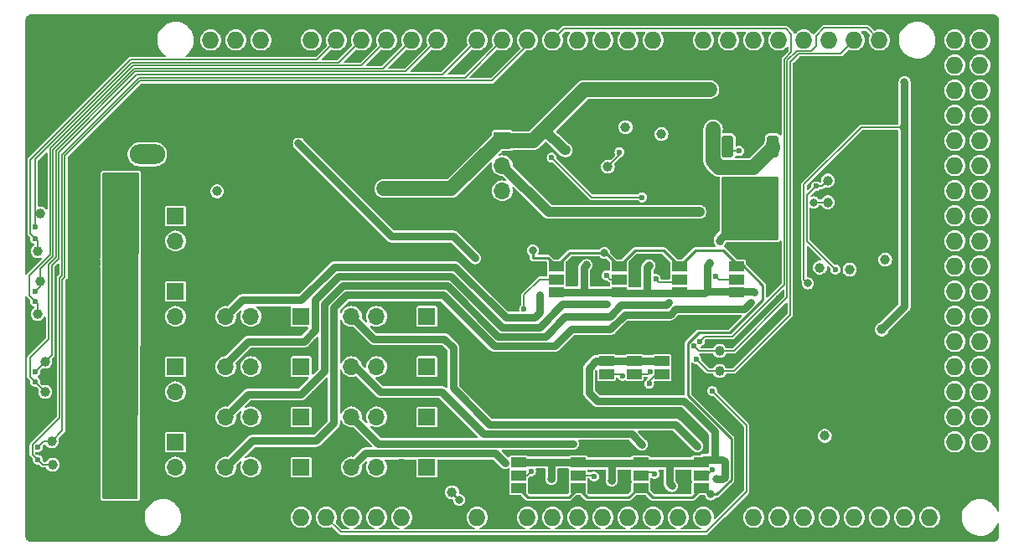
<source format=gbr>
%TF.GenerationSoftware,KiCad,Pcbnew,7.0.2*%
%TF.CreationDate,2023-09-30T13:11:57+02:00*%
%TF.ProjectId,RocciBoard,526f6363-6942-46f6-9172-642e6b696361,rev?*%
%TF.SameCoordinates,Original*%
%TF.FileFunction,Copper,L2,Bot*%
%TF.FilePolarity,Positive*%
%FSLAX46Y46*%
G04 Gerber Fmt 4.6, Leading zero omitted, Abs format (unit mm)*
G04 Created by KiCad (PCBNEW 7.0.2) date 2023-09-30 13:11:57*
%MOMM*%
%LPD*%
G01*
G04 APERTURE LIST*
G04 Aperture macros list*
%AMRoundRect*
0 Rectangle with rounded corners*
0 $1 Rounding radius*
0 $2 $3 $4 $5 $6 $7 $8 $9 X,Y pos of 4 corners*
0 Add a 4 corners polygon primitive as box body*
4,1,4,$2,$3,$4,$5,$6,$7,$8,$9,$2,$3,0*
0 Add four circle primitives for the rounded corners*
1,1,$1+$1,$2,$3*
1,1,$1+$1,$4,$5*
1,1,$1+$1,$6,$7*
1,1,$1+$1,$8,$9*
0 Add four rect primitives between the rounded corners*
20,1,$1+$1,$2,$3,$4,$5,0*
20,1,$1+$1,$4,$5,$6,$7,0*
20,1,$1+$1,$6,$7,$8,$9,0*
20,1,$1+$1,$8,$9,$2,$3,0*%
G04 Aperture macros list end*
%TA.AperFunction,ComponentPad*%
%ADD10R,1.700000X1.700000*%
%TD*%
%TA.AperFunction,ComponentPad*%
%ADD11O,1.700000X1.700000*%
%TD*%
%TA.AperFunction,ComponentPad*%
%ADD12RoundRect,0.250000X-1.550000X0.750000X-1.550000X-0.750000X1.550000X-0.750000X1.550000X0.750000X0*%
%TD*%
%TA.AperFunction,ComponentPad*%
%ADD13O,3.600000X2.000000*%
%TD*%
%TA.AperFunction,ComponentPad*%
%ADD14C,0.630000*%
%TD*%
%TA.AperFunction,SMDPad,CuDef*%
%ADD15R,2.600000X3.300000*%
%TD*%
%TA.AperFunction,ComponentPad*%
%ADD16O,1.727200X1.727200*%
%TD*%
%TA.AperFunction,ComponentPad*%
%ADD17R,1.727200X1.727200*%
%TD*%
%TA.AperFunction,ComponentPad*%
%ADD18C,0.600000*%
%TD*%
%TA.AperFunction,SMDPad,CuDef*%
%ADD19R,4.900000X2.950000*%
%TD*%
%TA.AperFunction,SMDPad,CuDef*%
%ADD20R,1.500000X1.000000*%
%TD*%
%TA.AperFunction,SMDPad,CuDef*%
%ADD21C,1.000000*%
%TD*%
%TA.AperFunction,SMDPad,CuDef*%
%ADD22RoundRect,0.250000X-0.350000X0.850000X-0.350000X-0.850000X0.350000X-0.850000X0.350000X0.850000X0*%
%TD*%
%TA.AperFunction,SMDPad,CuDef*%
%ADD23RoundRect,0.250000X-1.125000X1.275000X-1.125000X-1.275000X1.125000X-1.275000X1.125000X1.275000X0*%
%TD*%
%TA.AperFunction,SMDPad,CuDef*%
%ADD24RoundRect,0.249997X-2.650003X2.950003X-2.650003X-2.950003X2.650003X-2.950003X2.650003X2.950003X0*%
%TD*%
%TA.AperFunction,ViaPad*%
%ADD25C,0.600000*%
%TD*%
%TA.AperFunction,ViaPad*%
%ADD26C,0.800000*%
%TD*%
%TA.AperFunction,Conductor*%
%ADD27C,0.150000*%
%TD*%
%TA.AperFunction,Conductor*%
%ADD28C,0.800000*%
%TD*%
%TA.AperFunction,Conductor*%
%ADD29C,0.250000*%
%TD*%
%TA.AperFunction,Conductor*%
%ADD30C,1.000000*%
%TD*%
%TA.AperFunction,Conductor*%
%ADD31C,1.500000*%
%TD*%
G04 APERTURE END LIST*
D10*
%TO.P,J13,1,Pin_1*%
%TO.N,/PM2_2*%
X135128000Y-105674000D03*
D11*
%TO.P,J13,2,Pin_2*%
%TO.N,/PM2_1*%
X135128000Y-108214000D03*
%TD*%
D10*
%TO.P,J10,1,Pin_1*%
%TO.N,/PM3_2*%
X135128000Y-98054000D03*
D11*
%TO.P,J10,2,Pin_2*%
%TO.N,/PM3_1*%
X135128000Y-100594000D03*
%TD*%
D10*
%TO.P,J3,1,Pin_1*%
%TO.N,Net-(J3-Pin_1)*%
X147828000Y-118374000D03*
D11*
%TO.P,J3,2,Pin_2*%
%TO.N,GND*%
X145288000Y-118374000D03*
%TO.P,J3,3,Pin_3*%
%TO.N,Net-(J3-Pin_3)*%
X142748000Y-118374000D03*
%TO.P,J3,4,Pin_4*%
%TO.N,/VCC_I2C1*%
X140208000Y-118374000D03*
%TD*%
D12*
%TO.P,J1,1,Pin_1*%
%TO.N,GND*%
X132278000Y-86824000D03*
D13*
%TO.P,J1,2,Pin_2*%
%TO.N,/12V_input*%
X132278000Y-91824000D03*
%TD*%
D10*
%TO.P,J8,1,Pin_1*%
%TO.N,/PM1_2*%
X135128000Y-113294000D03*
D11*
%TO.P,J8,2,Pin_2*%
%TO.N,/PM1_1*%
X135128000Y-115834000D03*
%TD*%
D10*
%TO.P,J4,1,Pin_1*%
%TO.N,Net-(J4-Pin_1)*%
X147828000Y-113278000D03*
D11*
%TO.P,J4,2,Pin_2*%
%TO.N,GND*%
X145288000Y-113278000D03*
%TO.P,J4,3,Pin_3*%
%TO.N,Net-(J4-Pin_3)*%
X142748000Y-113278000D03*
%TO.P,J4,4,Pin_4*%
%TO.N,/VCC_I2C2*%
X140208000Y-113278000D03*
%TD*%
D10*
%TO.P,J14,1,Pin_1*%
%TO.N,Net-(J14-Pin_1)*%
X160514000Y-108198000D03*
D11*
%TO.P,J14,2,Pin_2*%
%TO.N,GND*%
X157974000Y-108198000D03*
%TO.P,J14,3,Pin_3*%
%TO.N,Net-(J14-Pin_3)*%
X155434000Y-108198000D03*
%TO.P,J14,4,Pin_4*%
%TO.N,/VCC_I2C7*%
X152894000Y-108198000D03*
%TD*%
D10*
%TO.P,J2,1,Pin_1*%
%TO.N,Net-(J2-Pin_1)*%
X147828000Y-123454000D03*
D11*
%TO.P,J2,2,Pin_2*%
%TO.N,GND*%
X145288000Y-123454000D03*
%TO.P,J2,3,Pin_3*%
%TO.N,Net-(J2-Pin_3)*%
X142748000Y-123454000D03*
%TO.P,J2,4,Pin_4*%
%TO.N,/VCC_I2C0*%
X140208000Y-123454000D03*
%TD*%
D14*
%TO.P,U9,9,GND*%
%TO.N,GND*%
X124806000Y-104821500D03*
X124806000Y-106121500D03*
X124806000Y-107421500D03*
D15*
X125456000Y-106121500D03*
D14*
X126106000Y-104821500D03*
X126106000Y-106121500D03*
X126106000Y-107421500D03*
%TD*%
%TO.P,U7,9,GND*%
%TO.N,GND*%
X124754000Y-113006500D03*
X124754000Y-114306500D03*
X124754000Y-115606500D03*
D15*
X125404000Y-114306500D03*
D14*
X126054000Y-113006500D03*
X126054000Y-114306500D03*
X126054000Y-115606500D03*
%TD*%
D10*
%TO.P,J5,1,Pin_1*%
%TO.N,Net-(J5-Pin_1)*%
X147828000Y-108214000D03*
D11*
%TO.P,J5,2,Pin_2*%
%TO.N,GND*%
X145288000Y-108214000D03*
%TO.P,J5,3,Pin_3*%
%TO.N,Net-(J5-Pin_3)*%
X142748000Y-108214000D03*
%TO.P,J5,4,Pin_4*%
%TO.N,/VCC_I2C3*%
X140208000Y-108214000D03*
%TD*%
D10*
%TO.P,J12,1,Pin_1*%
%TO.N,+12VA*%
X168148000Y-90424000D03*
D11*
%TO.P,J12,2,Pin_2*%
%TO.N,Net-(J12-Pin_2)*%
X168148000Y-92964000D03*
%TO.P,J12,3,Pin_3*%
%TO.N,Net-(J12-Pin_3)*%
X168148000Y-95504000D03*
%TO.P,J12,4,Pin_4*%
%TO.N,GND*%
X168148000Y-98044000D03*
%TD*%
D10*
%TO.P,J11,1,Pin_1*%
%TO.N,Net-(J11-Pin_1)*%
X160528000Y-113278000D03*
D11*
%TO.P,J11,2,Pin_2*%
%TO.N,GND*%
X157988000Y-113278000D03*
%TO.P,J11,3,Pin_3*%
%TO.N,Net-(J11-Pin_3)*%
X155448000Y-113278000D03*
%TO.P,J11,4,Pin_4*%
%TO.N,/VCC_I2C6*%
X152908000Y-113278000D03*
%TD*%
D10*
%TO.P,J6,1,Pin_1*%
%TO.N,/PM0_2*%
X135128000Y-120914000D03*
D11*
%TO.P,J6,2,Pin_2*%
%TO.N,/PM0_1*%
X135128000Y-123454000D03*
%TD*%
D14*
%TO.P,U8,9,GND*%
%TO.N,GND*%
X124929000Y-98504500D03*
X124929000Y-99804500D03*
X124929000Y-101104500D03*
D15*
X125579000Y-99804500D03*
D14*
X126229000Y-98504500D03*
X126229000Y-99804500D03*
X126229000Y-101104500D03*
%TD*%
D10*
%TO.P,J7,1,Pin_1*%
%TO.N,Net-(J7-Pin_1)*%
X160528000Y-123454000D03*
D11*
%TO.P,J7,2,Pin_2*%
%TO.N,GND*%
X157988000Y-123454000D03*
%TO.P,J7,3,Pin_3*%
%TO.N,Net-(J7-Pin_3)*%
X155448000Y-123454000D03*
%TO.P,J7,4,Pin_4*%
%TO.N,/VCC_I2C4*%
X152908000Y-123454000D03*
%TD*%
D16*
%TO.P,XA1,*%
%TO.N,*%
X147828000Y-128524000D03*
%TO.P,XA1,3V3,3.3V*%
%TO.N,unconnected-(XA1-3.3V-Pad3V3)*%
X155448000Y-128524000D03*
%TO.P,XA1,5V1,5V*%
%TO.N,unconnected-(XA1-5V-Pad5V1)*%
X157988000Y-128524000D03*
%TO.P,XA1,5V3,5V*%
%TO.N,unconnected-(XA1-5V-Pad5V3)*%
X213868000Y-80264000D03*
%TO.P,XA1,5V4,5V*%
%TO.N,unconnected-(XA1-5V-Pad5V4)*%
X216408000Y-80264000D03*
%TO.P,XA1,A0,A0*%
%TO.N,ADC_BAT*%
X170688000Y-128524000D03*
%TO.P,XA1,A1,A1*%
%TO.N,unconnected-(XA1-PadA1)*%
X173228000Y-128524000D03*
%TO.P,XA1,A2,A2*%
%TO.N,unconnected-(XA1-PadA2)*%
X175768000Y-128524000D03*
%TO.P,XA1,A3,A3*%
%TO.N,unconnected-(XA1-PadA3)*%
X178308000Y-128524000D03*
%TO.P,XA1,A4,A4*%
%TO.N,unconnected-(XA1-PadA4)*%
X180848000Y-128524000D03*
%TO.P,XA1,A5,A5*%
%TO.N,unconnected-(XA1-PadA5)*%
X183388000Y-128524000D03*
%TO.P,XA1,A6,A6*%
%TO.N,unconnected-(XA1-PadA6)*%
X185928000Y-128524000D03*
%TO.P,XA1,A7,A7*%
%TO.N,unconnected-(XA1-PadA7)*%
X188468000Y-128524000D03*
%TO.P,XA1,A8,A8*%
%TO.N,unconnected-(XA1-PadA8)*%
X193548000Y-128524000D03*
%TO.P,XA1,A9,A9*%
%TO.N,unconnected-(XA1-PadA9)*%
X196088000Y-128524000D03*
%TO.P,XA1,A10,A10*%
%TO.N,unconnected-(XA1-PadA10)*%
X198628000Y-128524000D03*
%TO.P,XA1,A11,A11*%
%TO.N,unconnected-(XA1-PadA11)*%
X201168000Y-128524000D03*
%TO.P,XA1,A12,A12*%
%TO.N,unconnected-(XA1-PadA12)*%
X203708000Y-128524000D03*
%TO.P,XA1,A13,A13*%
%TO.N,unconnected-(XA1-PadA13)*%
X206248000Y-128524000D03*
%TO.P,XA1,A14,A14*%
%TO.N,unconnected-(XA1-PadA14)*%
X208788000Y-128524000D03*
%TO.P,XA1,A15,A15*%
%TO.N,unconnected-(XA1-PadA15)*%
X211328000Y-128524000D03*
%TO.P,XA1,AREF,AREF*%
%TO.N,unconnected-(XA1-PadAREF)*%
X143764000Y-80264000D03*
%TO.P,XA1,D0,D0/RX0*%
%TO.N,unconnected-(XA1-D0{slash}RX0-PadD0)*%
X183388000Y-80264000D03*
%TO.P,XA1,D1,D1/TX0*%
%TO.N,unconnected-(XA1-D1{slash}TX0-PadD1)*%
X180848000Y-80264000D03*
%TO.P,XA1,D2,D2_INT0*%
%TO.N,unconnected-(XA1-D2_INT0-PadD2)*%
X178308000Y-80264000D03*
%TO.P,XA1,D3,D3_INT1*%
%TO.N,unconnected-(XA1-D3_INT1-PadD3)*%
X175768000Y-80264000D03*
%TO.P,XA1,D4,D4*%
%TO.N,I2C_RESET*%
X173228000Y-80264000D03*
%TO.P,XA1,D5,D5*%
%TO.N,M0_IN2*%
X170688000Y-80264000D03*
%TO.P,XA1,D6,D6*%
%TO.N,M0_IN1*%
X168148000Y-80264000D03*
%TO.P,XA1,D7,D7*%
%TO.N,M1_IN2*%
X165608000Y-80264000D03*
%TO.P,XA1,D8,D8*%
%TO.N,M1_IN1*%
X161544000Y-80264000D03*
%TO.P,XA1,D9,D9*%
%TO.N,M2_IN2*%
X159004000Y-80264000D03*
%TO.P,XA1,D10,D10*%
%TO.N,M2_IN1*%
X156464000Y-80264000D03*
%TO.P,XA1,D11,D11*%
%TO.N,M3_IN2*%
X153924000Y-80264000D03*
%TO.P,XA1,D12,D12*%
%TO.N,M3_IN1*%
X151384000Y-80264000D03*
%TO.P,XA1,D13,D13*%
%TO.N,ERROR_LED*%
X148844000Y-80264000D03*
%TO.P,XA1,D14,D14/TX3*%
%TO.N,unconnected-(XA1-D14{slash}TX3-PadD14)*%
X188468000Y-80264000D03*
%TO.P,XA1,D15,D15/RX3*%
%TO.N,unconnected-(XA1-D15{slash}RX3-PadD15)*%
X191008000Y-80264000D03*
%TO.P,XA1,D16,D16/TX2*%
%TO.N,unconnected-(XA1-D16{slash}TX2-PadD16)*%
X193548000Y-80264000D03*
%TO.P,XA1,D17,D17/RX2*%
%TO.N,unconnected-(XA1-D17{slash}RX2-PadD17)*%
X196088000Y-80264000D03*
%TO.P,XA1,D18,D18/TX1*%
%TO.N,unconnected-(XA1-D18{slash}TX1-PadD18)*%
X198628000Y-80264000D03*
%TO.P,XA1,D19,D19/RX1*%
%TO.N,unconnected-(XA1-D19{slash}RX1-PadD19)*%
X201168000Y-80264000D03*
%TO.P,XA1,D20,D20/SDA*%
%TO.N,I2C_SDA*%
X203708000Y-80264000D03*
%TO.P,XA1,D21,D21/SCL*%
%TO.N,I2C_SCL*%
X206248000Y-80264000D03*
%TO.P,XA1,D22,D22*%
%TO.N,unconnected-(XA1-PadD22)*%
X213868000Y-82804000D03*
%TO.P,XA1,D23,D23*%
%TO.N,unconnected-(XA1-PadD23)*%
X216408000Y-82804000D03*
%TO.P,XA1,D24,D24*%
%TO.N,unconnected-(XA1-PadD24)*%
X213868000Y-85344000D03*
%TO.P,XA1,D25,D25*%
%TO.N,unconnected-(XA1-PadD25)*%
X216408000Y-85344000D03*
%TO.P,XA1,D26,D26*%
%TO.N,unconnected-(XA1-PadD26)*%
X213868000Y-87884000D03*
%TO.P,XA1,D27,D27*%
%TO.N,unconnected-(XA1-PadD27)*%
X216408000Y-87884000D03*
%TO.P,XA1,D28,D28*%
%TO.N,unconnected-(XA1-PadD28)*%
X213868000Y-90424000D03*
%TO.P,XA1,D29,D29*%
%TO.N,unconnected-(XA1-PadD29)*%
X216408000Y-90424000D03*
%TO.P,XA1,D30,D30*%
%TO.N,unconnected-(XA1-PadD30)*%
X213868000Y-92964000D03*
%TO.P,XA1,D31,D31*%
%TO.N,unconnected-(XA1-PadD31)*%
X216408000Y-92964000D03*
%TO.P,XA1,D32,D32*%
%TO.N,unconnected-(XA1-PadD32)*%
X213868000Y-95504000D03*
%TO.P,XA1,D33,D33*%
%TO.N,unconnected-(XA1-PadD33)*%
X216408000Y-95504000D03*
%TO.P,XA1,D34,D34*%
%TO.N,unconnected-(XA1-PadD34)*%
X213868000Y-98044000D03*
%TO.P,XA1,D35,D35*%
%TO.N,unconnected-(XA1-PadD35)*%
X216408000Y-98044000D03*
%TO.P,XA1,D36,D36*%
%TO.N,unconnected-(XA1-PadD36)*%
X213868000Y-100584000D03*
%TO.P,XA1,D37,D37*%
%TO.N,unconnected-(XA1-PadD37)*%
X216408000Y-100584000D03*
%TO.P,XA1,D38,D38*%
%TO.N,unconnected-(XA1-PadD38)*%
X213868000Y-103124000D03*
%TO.P,XA1,D39,D39*%
%TO.N,unconnected-(XA1-PadD39)*%
X216408000Y-103124000D03*
%TO.P,XA1,D40,D40*%
%TO.N,unconnected-(XA1-PadD40)*%
X213868000Y-105664000D03*
%TO.P,XA1,D41,D41*%
%TO.N,unconnected-(XA1-PadD41)*%
X216408000Y-105664000D03*
%TO.P,XA1,D42,D42*%
%TO.N,unconnected-(XA1-PadD42)*%
X213868000Y-108204000D03*
%TO.P,XA1,D43,D43*%
%TO.N,unconnected-(XA1-PadD43)*%
X216408000Y-108204000D03*
%TO.P,XA1,D44,D44*%
%TO.N,unconnected-(XA1-PadD44)*%
X213868000Y-110744000D03*
%TO.P,XA1,D45,D45*%
%TO.N,unconnected-(XA1-PadD45)*%
X216408000Y-110744000D03*
%TO.P,XA1,D46,D46*%
%TO.N,unconnected-(XA1-PadD46)*%
X213868000Y-113284000D03*
%TO.P,XA1,D47,D47*%
%TO.N,unconnected-(XA1-PadD47)*%
X216408000Y-113284000D03*
%TO.P,XA1,D48,D48*%
%TO.N,unconnected-(XA1-PadD48)*%
X213868000Y-115824000D03*
%TO.P,XA1,D49,D49*%
%TO.N,unconnected-(XA1-PadD49)*%
X216408000Y-115824000D03*
%TO.P,XA1,D50,D50_MISO*%
%TO.N,unconnected-(XA1-D50_MISO-PadD50)*%
X213868000Y-118364000D03*
%TO.P,XA1,D51,D51_MOSI*%
%TO.N,unconnected-(XA1-D51_MOSI-PadD51)*%
X216408000Y-118364000D03*
%TO.P,XA1,D52,D52_SCK*%
%TO.N,unconnected-(XA1-D52_SCK-PadD52)*%
X213868000Y-120904000D03*
%TO.P,XA1,D53,D53_CS*%
%TO.N,unconnected-(XA1-D53_CS-PadD53)*%
X216408000Y-120904000D03*
D17*
%TO.P,XA1,GND1,GND*%
%TO.N,GND*%
X146304000Y-80264000D03*
%TO.P,XA1,GND2,GND*%
X160528000Y-128524000D03*
%TO.P,XA1,GND3,GND*%
X163068000Y-128524000D03*
%TO.P,XA1,GND5,GND*%
X213868000Y-123444000D03*
%TO.P,XA1,GND6,GND*%
X216408000Y-123444000D03*
D16*
%TO.P,XA1,IORF,IOREF*%
%TO.N,IOREF*%
X150368000Y-128524000D03*
%TO.P,XA1,RST1,RESET*%
%TO.N,unconnected-(XA1-RESET-PadRST1)*%
X152908000Y-128524000D03*
%TO.P,XA1,SCL,SCL*%
%TO.N,unconnected-(XA1-PadSCL)*%
X138684000Y-80264000D03*
%TO.P,XA1,SDA,SDA*%
%TO.N,unconnected-(XA1-PadSDA)*%
X141224000Y-80264000D03*
%TO.P,XA1,VIN,VIN*%
%TO.N,+8V*%
X165608000Y-128524000D03*
%TD*%
D18*
%TO.P,U1,9,AGND*%
%TO.N,GND*%
X204384000Y-98820000D03*
X203084000Y-98820000D03*
X201784000Y-98820000D03*
X200484000Y-98820000D03*
D19*
X202434000Y-99470000D03*
D18*
X204384000Y-100120000D03*
X203084000Y-100120000D03*
X201784000Y-100120000D03*
X200484000Y-100120000D03*
%TD*%
D10*
%TO.P,J9,1,Pin_1*%
%TO.N,Net-(J9-Pin_1)*%
X160528000Y-118374000D03*
D11*
%TO.P,J9,2,Pin_2*%
%TO.N,GND*%
X157988000Y-118374000D03*
%TO.P,J9,3,Pin_3*%
%TO.N,Net-(J9-Pin_3)*%
X155448000Y-118374000D03*
%TO.P,J9,4,Pin_4*%
%TO.N,/VCC_I2C5*%
X152908000Y-118374000D03*
%TD*%
D14*
%TO.P,U6,9,GND*%
%TO.N,GND*%
X124898000Y-120824000D03*
X124898000Y-122124000D03*
X124898000Y-123424000D03*
D15*
X125548000Y-122124000D03*
D14*
X126198000Y-120824000D03*
X126198000Y-122124000D03*
X126198000Y-123424000D03*
%TD*%
D20*
%TO.P,JP10,1,A*%
%TO.N,+3V3*%
X182132000Y-125570500D03*
%TO.P,JP10,2,C*%
%TO.N,Net-(JP10-C)*%
X182132000Y-124270500D03*
%TO.P,JP10,3,B*%
%TO.N,+5V*%
X182132000Y-122970500D03*
%TD*%
D21*
%TO.P,TP10,1,1*%
%TO.N,Net-(U4-OUTA)*%
X178798500Y-93070500D03*
%TD*%
%TO.P,TP8,1,1*%
%TO.N,I2C_SCL*%
X190118500Y-111693500D03*
%TD*%
%TO.P,TP5,1,1*%
%TO.N,/FB*%
X200234000Y-103270000D03*
%TD*%
%TO.P,TP20,1,1*%
%TO.N,M3_IN2*%
X121452000Y-97804000D03*
%TD*%
D20*
%TO.P,JP7,1,A*%
%TO.N,GND*%
X178678000Y-115324000D03*
%TO.P,JP7,2,C*%
%TO.N,/A0*%
X178678000Y-114024000D03*
%TO.P,JP7,3,B*%
%TO.N,+5V*%
X178678000Y-112724000D03*
%TD*%
D21*
%TO.P,TP21,1,1*%
%TO.N,M2_IN1*%
X121198000Y-107964000D03*
%TD*%
%TO.P,TP11,1,1*%
%TO.N,+3V3*%
X200728000Y-120274000D03*
%TD*%
%TO.P,TP4,1,1*%
%TO.N,Net-(U1-VCC)*%
X201034000Y-94470000D03*
%TD*%
D20*
%TO.P,JP8,1,A*%
%TO.N,+3V3*%
X169798500Y-125570500D03*
%TO.P,JP8,2,C*%
%TO.N,Net-(JP8-C)*%
X169798500Y-124270500D03*
%TO.P,JP8,3,B*%
%TO.N,+5V*%
X169798500Y-122970500D03*
%TD*%
D21*
%TO.P,TP1,1,1*%
%TO.N,/Boot*%
X203234000Y-103470000D03*
%TD*%
%TO.P,TP23,1,1*%
%TO.N,+8V*%
X163068000Y-125984000D03*
%TD*%
%TO.P,TP6,1,1*%
%TO.N,/PG*%
X201034000Y-96670000D03*
%TD*%
D20*
%TO.P,JP11,1,A*%
%TO.N,+3V3*%
X188228000Y-125570500D03*
%TO.P,JP11,2,C*%
%TO.N,Net-(JP11-C)*%
X188228000Y-124270500D03*
%TO.P,JP11,3,B*%
%TO.N,+5V*%
X188228000Y-122970500D03*
%TD*%
%TO.P,JP6,1,A*%
%TO.N,GND*%
X181478000Y-115324000D03*
%TO.P,JP6,2,C*%
%TO.N,/A1*%
X181478000Y-114024000D03*
%TO.P,JP6,3,B*%
%TO.N,+5V*%
X181478000Y-112724000D03*
%TD*%
D21*
%TO.P,TP15,1,1*%
%TO.N,M0_IN1*%
X122722000Y-123204000D03*
%TD*%
%TO.P,TP9,1,1*%
%TO.N,I2C_SDA*%
X190118500Y-113725500D03*
%TD*%
%TO.P,TP3,1,1*%
%TO.N,+5V*%
X206478000Y-109524000D03*
%TD*%
%TO.P,TP17,1,1*%
%TO.N,M1_IN1*%
X121960000Y-115838000D03*
%TD*%
%TO.P,TP14,1,1*%
%TO.N,Net-(U4-INB-)*%
X184228000Y-89774000D03*
%TD*%
%TO.P,TP7,1,1*%
%TO.N,+12V*%
X139319000Y-95556000D03*
%TD*%
D20*
%TO.P,JP3,1,A*%
%TO.N,+3V3*%
X179958500Y-103158500D03*
%TO.P,JP3,2,C*%
%TO.N,Net-(JP3-C)*%
X179958500Y-104458500D03*
%TO.P,JP3,3,B*%
%TO.N,+5V*%
X179958500Y-105758500D03*
%TD*%
%TO.P,JP1,1,A*%
%TO.N,+3V3*%
X191808500Y-103158500D03*
%TO.P,JP1,2,C*%
%TO.N,Net-(JP1-C)*%
X191808500Y-104458500D03*
%TO.P,JP1,3,B*%
%TO.N,+5V*%
X191808500Y-105758500D03*
%TD*%
D21*
%TO.P,TP19,1,1*%
%TO.N,M3_IN1*%
X121198000Y-101614000D03*
%TD*%
D20*
%TO.P,JP5,1,A*%
%TO.N,GND*%
X184278000Y-115324000D03*
%TO.P,JP5,2,C*%
%TO.N,/A2*%
X184278000Y-114024000D03*
%TO.P,JP5,3,B*%
%TO.N,+5V*%
X184278000Y-112724000D03*
%TD*%
D21*
%TO.P,TP18,1,1*%
%TO.N,M1_IN2*%
X121960000Y-112790000D03*
%TD*%
%TO.P,TP2,1,1*%
%TO.N,/SW*%
X206834000Y-102470000D03*
%TD*%
%TO.P,TP16,1,1*%
%TO.N,M0_IN2*%
X122618000Y-120824000D03*
%TD*%
%TO.P,TP22,1,1*%
%TO.N,M2_IN2*%
X121452000Y-104662000D03*
%TD*%
D22*
%TO.P,U10,1,ADJ*%
%TO.N,Net-(U10-ADJ)*%
X190923000Y-90999000D03*
D23*
%TO.P,U10,2,VO*%
%TO.N,+5V*%
X194728000Y-95624000D03*
X191678000Y-95624000D03*
D24*
X193203000Y-97299000D03*
D23*
X194728000Y-98974000D03*
X191678000Y-98974000D03*
D22*
%TO.P,U10,3,VI*%
%TO.N,+12VA*%
X195483000Y-90999000D03*
%TD*%
D20*
%TO.P,JP2,1,A*%
%TO.N,+3V3*%
X186054500Y-103158500D03*
%TO.P,JP2,2,C*%
%TO.N,Net-(JP2-C)*%
X186054500Y-104458500D03*
%TO.P,JP2,3,B*%
%TO.N,+5V*%
X186054500Y-105758500D03*
%TD*%
%TO.P,JP4,1,A*%
%TO.N,+3V3*%
X173608500Y-103158500D03*
%TO.P,JP4,2,C*%
%TO.N,Net-(JP4-C)*%
X173608500Y-104458500D03*
%TO.P,JP4,3,B*%
%TO.N,+5V*%
X173608500Y-105758500D03*
%TD*%
D21*
%TO.P,TP13,1,1*%
%TO.N,Net-(U4-OUTB)*%
X180598500Y-89070500D03*
%TD*%
D20*
%TO.P,JP9,1,A*%
%TO.N,+3V3*%
X175798500Y-125570500D03*
%TO.P,JP9,2,C*%
%TO.N,Net-(JP9-C)*%
X175798500Y-124270500D03*
%TO.P,JP9,3,B*%
%TO.N,+5V*%
X175798500Y-122970500D03*
%TD*%
D25*
%TO.N,+12V*%
X129794000Y-110034000D03*
X129540000Y-103176000D03*
X130556000Y-95556000D03*
X129794000Y-117400000D03*
X129032000Y-94032000D03*
X130556000Y-94032000D03*
X129032000Y-118162000D03*
X129032000Y-109272000D03*
X129032000Y-94794000D03*
X129032000Y-125274000D03*
X129032000Y-95556000D03*
X129794000Y-118162000D03*
X130556000Y-110034000D03*
X129032000Y-126036000D03*
X139319000Y-95556000D03*
X129794000Y-109272000D03*
X130556000Y-125274000D03*
X128270000Y-95556000D03*
X128778000Y-103176000D03*
X129032000Y-110034000D03*
X130556000Y-109272000D03*
X128270000Y-94032000D03*
X129794000Y-95556000D03*
X128778000Y-102414000D03*
X129794000Y-125274000D03*
X128016000Y-102414000D03*
X128270000Y-94794000D03*
X130556000Y-118162000D03*
X129032000Y-117400000D03*
X128016000Y-103176000D03*
X130556000Y-94794000D03*
X130556000Y-126036000D03*
X129794000Y-126036000D03*
X130556000Y-117400000D03*
X129794000Y-94794000D03*
X129540000Y-102414000D03*
X129794000Y-94032000D03*
%TO.N,GND*%
X194707000Y-87952000D03*
X197993000Y-113050000D03*
X139234000Y-87470000D03*
X140208000Y-100874000D03*
X206756000Y-91873000D03*
X187552500Y-114774000D03*
X191516000Y-81983000D03*
X196993000Y-113050000D03*
X167086725Y-114222500D03*
X169728000Y-112524000D03*
X150434800Y-125782000D03*
X173837600Y-101550400D03*
X195485000Y-81983000D03*
X204756000Y-91873000D03*
X185674000Y-111861600D03*
X156784800Y-125782000D03*
X175641000Y-110923000D03*
X138234000Y-88470000D03*
X191246000Y-87952000D03*
X194485000Y-82983000D03*
X193516000Y-82983000D03*
X184598500Y-103870500D03*
X185547000Y-111050000D03*
X180478000Y-124524000D03*
X194707000Y-88698000D03*
X139234000Y-89470000D03*
X192516000Y-82983000D03*
X139208000Y-99874000D03*
X139234000Y-85470000D03*
X190516000Y-81983000D03*
X190516000Y-82983000D03*
X204581000Y-82475000D03*
X151434800Y-125782000D03*
X192119000Y-88698000D03*
X176276000Y-111431000D03*
X144034000Y-125782000D03*
X178728000Y-102774000D03*
X140208000Y-101874000D03*
X174228000Y-124524000D03*
X193865000Y-87952000D03*
X193516000Y-81983000D03*
X187552500Y-115524000D03*
X205756000Y-91873000D03*
X204597000Y-106859000D03*
X184478000Y-94224000D03*
X191516000Y-82983000D03*
X138234000Y-89470000D03*
X205581000Y-82475000D03*
X192516000Y-81983000D03*
X138234000Y-87470000D03*
X143034000Y-125782000D03*
X203581000Y-83475000D03*
X140208000Y-99874000D03*
X204597000Y-105859000D03*
X204756000Y-90873000D03*
X211434000Y-99870000D03*
X210634000Y-99870000D03*
X182278000Y-126870500D03*
X186728000Y-124274000D03*
X192379600Y-101549200D03*
X121666000Y-92974000D03*
X191246000Y-88698000D03*
X145034000Y-125782000D03*
X192119000Y-87952000D03*
X195485000Y-82983000D03*
X149434800Y-125782000D03*
X192992000Y-87952000D03*
X173355000Y-112701000D03*
X176275638Y-110333500D03*
X203797000Y-106859000D03*
X186309000Y-114352000D03*
X206756000Y-90873000D03*
X193865000Y-88698000D03*
X149174005Y-116048500D03*
X189478000Y-112774000D03*
X175878000Y-126670500D03*
X194485000Y-81983000D03*
X187478000Y-94224000D03*
X197993000Y-111050000D03*
X173478000Y-115921500D03*
X149292138Y-110751237D03*
X155784800Y-125782000D03*
X180878000Y-94224000D03*
X203581000Y-82475000D03*
X190478000Y-112774000D03*
X196993000Y-111050000D03*
X195580000Y-87952000D03*
X138234000Y-85470000D03*
X191262000Y-110796000D03*
X189198500Y-109070500D03*
X205581000Y-83475000D03*
X138234000Y-86470000D03*
X204581000Y-83475000D03*
X196545200Y-107746800D03*
X197993000Y-112050000D03*
X210634000Y-98870000D03*
X169228000Y-116274000D03*
X171475400Y-104073800D03*
X185547000Y-114352000D03*
X139208000Y-101874000D03*
X139234000Y-86470000D03*
X192992000Y-88698000D03*
X157784800Y-125782000D03*
X196993000Y-112050000D03*
X211434000Y-98870000D03*
X139234000Y-88470000D03*
X195580000Y-88698000D03*
X196088000Y-106351000D03*
X203797000Y-105859000D03*
X139208000Y-100874000D03*
X182278000Y-94224000D03*
X185878000Y-94224000D03*
X172964600Y-101550400D03*
X194462400Y-103378000D03*
X205756000Y-90873000D03*
X188976000Y-110796000D03*
%TO.N,/SW*%
X206834000Y-102470000D03*
%TO.N,/Boot*%
X203234000Y-103470000D03*
D26*
%TO.N,+5V*%
X147574000Y-90730000D03*
X190104402Y-100624000D03*
X185275500Y-125349500D03*
X179179500Y-124824000D03*
X199034000Y-104870000D03*
X208792411Y-84511589D03*
X189804000Y-124664806D03*
X187034056Y-117283944D03*
X165398500Y-102324002D03*
X182989500Y-103023500D03*
X173100500Y-124647500D03*
X206478000Y-109524000D03*
X208634000Y-89070000D03*
X189085500Y-102769500D03*
X176639500Y-103008000D03*
X193604000Y-105774000D03*
D25*
%TO.N,/FB*%
X200234000Y-103270000D03*
%TO.N,Net-(U1-VCC)*%
X201799000Y-103470000D03*
X199834000Y-95045000D03*
D26*
%TO.N,+3V3*%
X200728000Y-120274000D03*
X178460400Y-101774000D03*
X189228000Y-126199500D03*
X171228000Y-101524000D03*
%TO.N,+8V*%
X163767000Y-126760000D03*
D25*
%TO.N,Net-(JP1-C)*%
X189699289Y-104136087D03*
%TO.N,/VCC_I2C0*%
X193228000Y-106774000D03*
%TO.N,Net-(JP2-C)*%
X183648000Y-104403188D03*
%TO.N,/VCC_I2C1*%
X184978000Y-106774000D03*
%TO.N,Net-(JP3-C)*%
X178671500Y-104056500D03*
%TO.N,/VCC_I2C2*%
X178689000Y-106944000D03*
%TO.N,Net-(JP4-C)*%
X170334419Y-107475245D03*
%TO.N,/VCC_I2C3*%
X171958000Y-106024000D03*
%TO.N,Net-(JP8-C)*%
X171051500Y-123868500D03*
D26*
%TO.N,/VCC_I2C4*%
X168438952Y-123022933D03*
D25*
%TO.N,Net-(JP9-C)*%
X177418500Y-124393500D03*
%TO.N,/VCC_I2C5*%
X175301236Y-121071801D03*
%TO.N,Net-(JP10-C)*%
X183514500Y-124139500D03*
%TO.N,/VCC_I2C6*%
X182252500Y-121144000D03*
%TO.N,Net-(JP11-C)*%
X189398500Y-123670500D03*
D26*
%TO.N,/PG*%
X199634000Y-96670000D03*
D25*
%TO.N,IOREF*%
X189358052Y-115747948D03*
%TO.N,I2C_SDA*%
X187728000Y-112524000D03*
%TO.N,I2C_SCL*%
X187469851Y-111179300D03*
%TO.N,Net-(U4-INB-)*%
X184228000Y-89774000D03*
%TO.N,Net-(U4-OUTA)*%
X179984400Y-91592400D03*
%TO.N,M1_IN1*%
X120944000Y-114822000D03*
%TO.N,M1_IN2*%
X120944000Y-113806000D03*
%TO.N,M2_IN1*%
X120944000Y-106694000D03*
%TO.N,M2_IN2*%
X120944000Y-105678000D03*
%TO.N,M3_IN1*%
X120944000Y-100344000D03*
%TO.N,M3_IN2*%
X120960500Y-99191359D03*
%TO.N,Net-(U4-OUTB)*%
X180598500Y-89070500D03*
%TO.N,M0_IN1*%
X121198000Y-122696000D03*
%TO.N,I2C_RESET*%
X188087000Y-110754000D03*
%TO.N,Net-(J12-Pin_2)*%
X188061600Y-97637600D03*
%TO.N,/VCC_I2C7*%
X187852500Y-121344000D03*
%TO.N,+12VA*%
X189230000Y-85650000D03*
D26*
X174548800Y-91389200D03*
D25*
X188468000Y-85650000D03*
X188468000Y-84888000D03*
X189230000Y-84888000D03*
D26*
X189478001Y-89248998D03*
X156188000Y-95274000D03*
D25*
%TO.N,M0_IN2*%
X121198000Y-121426000D03*
%TO.N,Net-(U10-ADJ)*%
X192078000Y-91470000D03*
%TO.N,/A2*%
X182989500Y-115012400D03*
%TO.N,/A1*%
X183078000Y-113824000D03*
%TO.N,/A0*%
X180278000Y-114224000D03*
%TO.N,Net-(D33-G)*%
X173126400Y-92151200D03*
X182270400Y-96164400D03*
%TD*%
D27*
%TO.N,+5V*%
X204434000Y-89070000D02*
X208634000Y-89070000D01*
D28*
X176911000Y-115907000D02*
X176911000Y-113441000D01*
X176385500Y-103262000D02*
X176639500Y-103008000D01*
D27*
X198628000Y-104464000D02*
X198628000Y-94876000D01*
D28*
X169798500Y-122970500D02*
X173100500Y-122970500D01*
D27*
X199034000Y-104870000D02*
X198628000Y-104464000D01*
D28*
X188831500Y-105574000D02*
X188928000Y-105670500D01*
X206478000Y-109524000D02*
X208792411Y-107209589D01*
X173100500Y-122970500D02*
X173100500Y-124647500D01*
X156972000Y-100128000D02*
X147574000Y-90730000D01*
X177628000Y-112724000D02*
X178678000Y-112724000D01*
X165398500Y-102324002D02*
X163202498Y-100128000D01*
X193203000Y-97299000D02*
X190104402Y-100397598D01*
X188228000Y-122970500D02*
X188128000Y-123070500D01*
X185221500Y-123070500D02*
X185021500Y-123270500D01*
X178678000Y-112724000D02*
X181478000Y-112724000D01*
X186798500Y-123070500D02*
X185221500Y-123070500D01*
X173608500Y-105758500D02*
X176385500Y-105758500D01*
X208792411Y-107209589D02*
X208792411Y-84511589D01*
X177769000Y-116765000D02*
X176911000Y-115907000D01*
X185989000Y-105824000D02*
X186054500Y-105758500D01*
X188831500Y-105574000D02*
X188831500Y-103023500D01*
X163202498Y-100128000D02*
X156972000Y-100128000D01*
X186054500Y-105758500D02*
X186120000Y-105824000D01*
X186515112Y-116765000D02*
X177769000Y-116765000D01*
X178998500Y-123070500D02*
X179567500Y-123070500D01*
X180024000Y-105824000D02*
X181994500Y-105824000D01*
X176385500Y-105758500D02*
X179958500Y-105758500D01*
X190404194Y-124664806D02*
X190598500Y-124470500D01*
X189598500Y-122682500D02*
X189598500Y-119848388D01*
X179179500Y-124824000D02*
X179179500Y-123251500D01*
X188581500Y-105824000D02*
X188831500Y-105574000D01*
X176385500Y-105758500D02*
X176385500Y-103262000D01*
X189598500Y-122682500D02*
X188516000Y-122682500D01*
X179567500Y-123070500D02*
X175898500Y-123070500D01*
X190410500Y-122682500D02*
X189598500Y-122682500D01*
X188928000Y-105670500D02*
X193500500Y-105670500D01*
X175898500Y-123070500D02*
X175798500Y-122970500D01*
X193500500Y-105670500D02*
X193604000Y-105774000D01*
X188516000Y-122682500D02*
X188228000Y-122970500D01*
X190598500Y-122870500D02*
X190410500Y-122682500D01*
X176911000Y-113441000D02*
X177628000Y-112724000D01*
X185021500Y-125095500D02*
X185275500Y-125349500D01*
X188128000Y-123070500D02*
X182232000Y-123070500D01*
X187034056Y-117283944D02*
X186515112Y-116765000D01*
X182232000Y-123070500D02*
X182132000Y-122970500D01*
X189804000Y-124664806D02*
X190404194Y-124664806D01*
X179179500Y-123251500D02*
X178998500Y-123070500D01*
X190104402Y-100397598D02*
X190104402Y-100624000D01*
X181478000Y-112724000D02*
X184278000Y-112724000D01*
D27*
X198628000Y-94876000D02*
X204434000Y-89070000D01*
D28*
X188831500Y-103023500D02*
X189085500Y-102769500D01*
X182032000Y-123070500D02*
X179567500Y-123070500D01*
X182798500Y-105824000D02*
X182798500Y-103214500D01*
X182798500Y-103214500D02*
X182989500Y-103023500D01*
X186120000Y-105824000D02*
X188581500Y-105824000D01*
X173100500Y-122970500D02*
X175798500Y-122970500D01*
X190598500Y-124470500D02*
X190598500Y-122870500D01*
X182132000Y-122970500D02*
X182032000Y-123070500D01*
X181994500Y-105824000D02*
X182798500Y-105824000D01*
X189598500Y-119848388D02*
X187034056Y-117283944D01*
X181994500Y-105824000D02*
X185989000Y-105824000D01*
X185021500Y-123270500D02*
X185021500Y-125095500D01*
X179958500Y-105758500D02*
X180024000Y-105824000D01*
D27*
%TO.N,Net-(U1-VCC)*%
X201799000Y-103470000D02*
X198927501Y-100598501D01*
X198927501Y-100598501D02*
X198927501Y-95951499D01*
X200459000Y-95045000D02*
X201034000Y-94470000D01*
X198927501Y-95951499D02*
X199834000Y-95045000D01*
X199834000Y-95045000D02*
X200459000Y-95045000D01*
D29*
%TO.N,+3V3*%
X187689000Y-101524000D02*
X190478000Y-101524000D01*
X171228000Y-101524000D02*
X171228000Y-102278500D01*
X178574000Y-101774000D02*
X178460400Y-101774000D01*
X181593000Y-101524000D02*
X179958500Y-103158500D01*
X191928000Y-102974000D02*
X192396500Y-102974000D01*
X186895351Y-116191351D02*
X191273001Y-120569001D01*
X183373500Y-126524000D02*
X187353000Y-126524000D01*
X191273001Y-120569001D02*
X191273001Y-124749887D01*
X186054500Y-103158500D02*
X187689000Y-101524000D01*
X169798500Y-125570500D02*
X170752000Y-126524000D01*
X174845000Y-126524000D02*
X175798500Y-125570500D01*
X191273001Y-124749887D02*
X189823388Y-126199500D01*
X180890500Y-126524000D02*
X182132000Y-125282500D01*
X176752000Y-126524000D02*
X180890500Y-126524000D01*
X190478000Y-101524000D02*
X191928000Y-102974000D01*
X189823388Y-126199500D02*
X189228000Y-126199500D01*
X194478000Y-106535730D02*
X191148730Y-109865000D01*
X174993000Y-101774000D02*
X173608500Y-103158500D01*
X170752000Y-126524000D02*
X174845000Y-126524000D01*
X175798500Y-125570500D02*
X176752000Y-126524000D01*
X172728500Y-102278500D02*
X173608500Y-103158500D01*
X188452750Y-125424250D02*
X189228000Y-126199500D01*
X186054500Y-103158500D02*
X184420000Y-101524000D01*
X171228000Y-102278500D02*
X172728500Y-102278500D01*
X194478000Y-105055500D02*
X194478000Y-106535730D01*
X186895351Y-110941334D02*
X186895351Y-116191351D01*
X182132000Y-125282500D02*
X183373500Y-126524000D01*
X192396500Y-102974000D02*
X194478000Y-105055500D01*
X178460400Y-101774000D02*
X174993000Y-101774000D01*
X179958500Y-103158500D02*
X178574000Y-101774000D01*
X191148730Y-109865000D02*
X187971685Y-109865000D01*
X187353000Y-126524000D02*
X188452750Y-125424250D01*
X184420000Y-101524000D02*
X181593000Y-101524000D01*
X187971685Y-109865000D02*
X186895351Y-110941334D01*
%TO.N,+8V*%
X163068000Y-126061000D02*
X163767000Y-126760000D01*
X163068000Y-125984000D02*
X163068000Y-126061000D01*
D27*
%TO.N,Net-(JP1-C)*%
X190021702Y-104458500D02*
X191808500Y-104458500D01*
X189699289Y-104136087D02*
X190021702Y-104458500D01*
D28*
%TO.N,/VCC_I2C0*%
X179070000Y-109484000D02*
X175133000Y-109484000D01*
X149352000Y-120787000D02*
X142875000Y-120787000D01*
X185636297Y-107458500D02*
X185086796Y-108008001D01*
X185086796Y-108008001D02*
X180545999Y-108008001D01*
X151130000Y-119009000D02*
X149352000Y-120787000D01*
X167313191Y-111189191D02*
X162179000Y-106055000D01*
X152400000Y-106055000D02*
X151130000Y-107325000D01*
X192543500Y-107458500D02*
X185636297Y-107458500D01*
X173427809Y-111189191D02*
X167313191Y-111189191D01*
X180545999Y-108008001D02*
X179070000Y-109484000D01*
X162179000Y-106055000D02*
X152400000Y-106055000D01*
X175133000Y-109484000D02*
X173427809Y-111189191D01*
X142875000Y-120787000D02*
X140208000Y-123454000D01*
X193228000Y-106774000D02*
X192543500Y-107458500D01*
X151130000Y-107325000D02*
X151130000Y-119009000D01*
D27*
%TO.N,Net-(JP2-C)*%
X186054500Y-104458500D02*
X185784000Y-104729000D01*
X185784000Y-104729000D02*
X183973812Y-104729000D01*
X183973812Y-104729000D02*
X183648000Y-104403188D01*
D28*
%TO.N,/VCC_I2C1*%
X152006703Y-105105499D02*
X150180499Y-106931704D01*
X184978000Y-106774000D02*
X184693500Y-107058500D01*
X147828000Y-116088000D02*
X142494000Y-116088000D01*
X162572296Y-105105499D02*
X152006703Y-105105499D01*
X174498000Y-108214000D02*
X172472809Y-110239191D01*
X184693500Y-107058500D02*
X180152702Y-107058500D01*
X172472809Y-110239191D02*
X167705989Y-110239191D01*
X167705989Y-110239191D02*
X162572296Y-105105499D01*
X142494000Y-116088000D02*
X140208000Y-118374000D01*
X180152702Y-107058500D02*
X178997202Y-108214000D01*
X178997202Y-108214000D02*
X174498000Y-108214000D01*
X150180499Y-113735501D02*
X147828000Y-116088000D01*
X150180499Y-106931704D02*
X150180499Y-113735501D01*
D27*
%TO.N,Net-(JP3-C)*%
X179073500Y-104458500D02*
X178671500Y-104056500D01*
X179958500Y-104458500D02*
X179073500Y-104458500D01*
D28*
%TO.N,/VCC_I2C2*%
X178689000Y-106944000D02*
X174244000Y-106944000D01*
X162965592Y-104155998D02*
X151613407Y-104155998D01*
X148088000Y-110754000D02*
X142494000Y-110754000D01*
X149228000Y-106541405D02*
X149228000Y-109614000D01*
X171898809Y-109289191D02*
X168098787Y-109289191D01*
X174244000Y-106944000D02*
X171898809Y-109289191D01*
X149228000Y-109614000D02*
X148088000Y-110754000D01*
X168098787Y-109289191D02*
X162965592Y-104155998D01*
X151613407Y-104155998D02*
X149228000Y-106541405D01*
X142494000Y-110754000D02*
X140208000Y-113040000D01*
D27*
%TO.N,Net-(JP4-C)*%
X170334419Y-106043581D02*
X170334419Y-107475245D01*
X173608500Y-104458500D02*
X171919500Y-104458500D01*
X171919500Y-104458500D02*
X170334419Y-106043581D01*
D28*
%TO.N,/VCC_I2C3*%
X147828000Y-106563000D02*
X141859000Y-106563000D01*
X171958000Y-106024000D02*
X171958000Y-107833000D01*
X168492083Y-108339690D02*
X163358888Y-103206497D01*
X171958000Y-107833000D02*
X171451310Y-108339690D01*
X151184503Y-103206497D02*
X147828000Y-106563000D01*
X141859000Y-106563000D02*
X140208000Y-108214000D01*
X163358888Y-103206497D02*
X151184503Y-103206497D01*
X171451310Y-108339690D02*
X168492083Y-108339690D01*
D27*
%TO.N,Net-(JP8-C)*%
X169798500Y-124270500D02*
X170649500Y-124270500D01*
X170649500Y-124270500D02*
X171051500Y-123868500D01*
D28*
%TO.N,/VCC_I2C4*%
X168438952Y-123022933D02*
X167470019Y-122054000D01*
X167470019Y-122054000D02*
X154308000Y-122054000D01*
X154308000Y-122054000D02*
X152908000Y-123454000D01*
D27*
%TO.N,Net-(JP9-C)*%
X175798500Y-124270500D02*
X177295500Y-124270500D01*
X177295500Y-124270500D02*
X177418500Y-124393500D01*
D28*
%TO.N,/VCC_I2C5*%
X175301236Y-121071801D02*
X155605801Y-121071801D01*
X155605801Y-121071801D02*
X152908000Y-118374000D01*
D27*
%TO.N,Net-(JP10-C)*%
X183357500Y-123982500D02*
X183514500Y-124139500D01*
X182132000Y-123982500D02*
X183357500Y-123982500D01*
D28*
%TO.N,/VCC_I2C6*%
X152908000Y-112913000D02*
X155829000Y-115834000D01*
X161979202Y-115834000D02*
X166230703Y-120085501D01*
X166230703Y-120085501D02*
X181194001Y-120085501D01*
X155829000Y-115834000D02*
X161979202Y-115834000D01*
X181194001Y-120085501D02*
X182252500Y-121144000D01*
D27*
%TO.N,Net-(JP11-C)*%
X188228000Y-124349000D02*
X188720000Y-124349000D01*
X188720000Y-124349000D02*
X189398500Y-123670500D01*
%TO.N,/PG*%
X199634000Y-96670000D02*
X201034000Y-96670000D01*
%TO.N,IOREF*%
X188734169Y-130012101D02*
X192827501Y-125918769D01*
X150368000Y-128524000D02*
X151856101Y-130012101D01*
X151856101Y-130012101D02*
X188734169Y-130012101D01*
X192827501Y-119217398D02*
X189358052Y-115747948D01*
X192827501Y-125918769D02*
X192827501Y-119217398D01*
%TO.N,I2C_SDA*%
X190118500Y-113725500D02*
X188929500Y-113725500D01*
X190118500Y-113725500D02*
X191531700Y-113725500D01*
X197234000Y-82472000D02*
X198053899Y-81652101D01*
X191531700Y-113725500D02*
X197234000Y-108023200D01*
X202319899Y-81652101D02*
X203708000Y-80264000D01*
X197234000Y-108023200D02*
X197234000Y-82472000D01*
X198053899Y-81652101D02*
X202319899Y-81652101D01*
X188929500Y-113725500D02*
X187728000Y-112524000D01*
%TO.N,I2C_SCL*%
X196934499Y-82347943D02*
X197929842Y-81352600D01*
X190118500Y-111693500D02*
X191552769Y-111693500D01*
X199834000Y-80888000D02*
X199834000Y-79847099D01*
X200635099Y-79046000D02*
X205030000Y-79046000D01*
X199834000Y-79847099D02*
X200635099Y-79046000D01*
X205030000Y-79046000D02*
X206248000Y-80264000D01*
X187984051Y-111693500D02*
X187469851Y-111179300D01*
X190118500Y-111693500D02*
X187984051Y-111693500D01*
X199369400Y-81352600D02*
X199834000Y-80888000D01*
X191552769Y-111693500D02*
X196934499Y-106311770D01*
X196934499Y-106311770D02*
X196934499Y-82347943D01*
X197929842Y-81352600D02*
X199369400Y-81352600D01*
%TO.N,Net-(U4-OUTA)*%
X178798500Y-93070500D02*
X179984400Y-91884600D01*
X179984400Y-91884600D02*
X179984400Y-91592400D01*
%TO.N,M1_IN1*%
X123053497Y-91458829D02*
X123053497Y-102214061D01*
X131063219Y-83449107D02*
X123053497Y-91458829D01*
X120419500Y-112382942D02*
X120419500Y-114297500D01*
X161544000Y-80264000D02*
X158358893Y-83449107D01*
X158358893Y-83449107D02*
X131063219Y-83449107D01*
X121960000Y-115838000D02*
X120944000Y-114822000D01*
X123053497Y-102214061D02*
X122305002Y-102962556D01*
X120419500Y-114297500D02*
X120944000Y-114822000D01*
X122305002Y-102962556D02*
X122305002Y-110497440D01*
X122305002Y-110497440D02*
X120419500Y-112382942D01*
%TO.N,M1_IN2*%
X123352998Y-102338118D02*
X122604503Y-103086613D01*
X162123392Y-83748608D02*
X131187276Y-83748608D01*
X165608000Y-80264000D02*
X162123392Y-83748608D01*
X122604503Y-103086613D02*
X122604503Y-112145497D01*
X131187276Y-83748608D02*
X123352998Y-91582886D01*
X122604503Y-112145497D02*
X120944000Y-113806000D01*
X123352998Y-91582886D02*
X123352998Y-102338118D01*
%TO.N,M2_IN1*%
X121198000Y-106948000D02*
X120944000Y-106694000D01*
X122454495Y-101965947D02*
X120390499Y-104029943D01*
X120390499Y-104029943D02*
X120390499Y-106140499D01*
X122454495Y-91210715D02*
X122454495Y-101965947D01*
X130815105Y-82850105D02*
X122454495Y-91210715D01*
X153877895Y-82850105D02*
X130815105Y-82850105D01*
X121198000Y-107964000D02*
X121198000Y-106948000D01*
X156464000Y-80264000D02*
X153877895Y-82850105D01*
X120390499Y-106140499D02*
X120944000Y-106694000D01*
%TO.N,M2_IN2*%
X122753996Y-102090004D02*
X121452000Y-103392000D01*
X130939162Y-83149606D02*
X122753996Y-91334772D01*
X122753996Y-91334772D02*
X122753996Y-102090004D01*
X121452000Y-105170000D02*
X120944000Y-105678000D01*
X156118394Y-83149606D02*
X130939162Y-83149606D01*
X121452000Y-103392000D02*
X121452000Y-105170000D01*
X159004000Y-80264000D02*
X156118394Y-83149606D01*
%TO.N,M3_IN1*%
X130566991Y-82251103D02*
X120436000Y-92382094D01*
X120436000Y-99836000D02*
X120944000Y-100344000D01*
X121198000Y-100598000D02*
X120944000Y-100344000D01*
X151384000Y-80264000D02*
X149396897Y-82251103D01*
X120436000Y-92382094D02*
X120436000Y-99836000D01*
X149396897Y-82251103D02*
X130566991Y-82251103D01*
X121198000Y-101614000D02*
X121198000Y-100598000D01*
%TO.N,M3_IN2*%
X120960500Y-92281152D02*
X120960500Y-99191359D01*
X153924000Y-80264000D02*
X151637396Y-82550604D01*
X151637396Y-82550604D02*
X130691048Y-82550604D01*
X130691048Y-82550604D02*
X120960500Y-92281152D01*
%TO.N,M0_IN1*%
X122722000Y-123204000D02*
X121706000Y-123204000D01*
X120673500Y-121208744D02*
X120673500Y-122171500D01*
X131480333Y-84048109D02*
X123652499Y-91875943D01*
X168148000Y-80264000D02*
X164363891Y-84048109D01*
X121706000Y-123204000D02*
X121198000Y-122696000D01*
X123652499Y-104101443D02*
X123398499Y-104355443D01*
X123652499Y-91875943D02*
X123652499Y-104101443D01*
X123398499Y-104355443D02*
X123398499Y-118483745D01*
X120673500Y-122171500D02*
X121198000Y-122696000D01*
X164363891Y-84048109D02*
X131480333Y-84048109D01*
X123398499Y-118483745D02*
X120673500Y-121208744D01*
%TO.N,I2C_RESET*%
X174361000Y-79131000D02*
X173228000Y-80264000D01*
X191389000Y-110246000D02*
X196634998Y-105000002D01*
X196808000Y-79131000D02*
X174361000Y-79131000D01*
X196634998Y-82221886D02*
X197358000Y-81498884D01*
X196634998Y-105000002D02*
X196634998Y-82221886D01*
X197358000Y-81498884D02*
X197358000Y-79681000D01*
X188087000Y-110754000D02*
X188595000Y-110246000D01*
X197358000Y-79681000D02*
X196808000Y-79131000D01*
X188595000Y-110246000D02*
X191389000Y-110246000D01*
D30*
%TO.N,Net-(J12-Pin_2)*%
X172821600Y-97637600D02*
X188061600Y-97637600D01*
X168148000Y-92964000D02*
X172821600Y-97637600D01*
D28*
%TO.N,/VCC_I2C7*%
X155194000Y-110500000D02*
X162306000Y-110500000D01*
X152908000Y-108214000D02*
X155194000Y-110500000D01*
X166878000Y-119136000D02*
X185644500Y-119136000D01*
X185644500Y-119136000D02*
X187852500Y-121344000D01*
X162306000Y-110500000D02*
X163195000Y-111389000D01*
X163195000Y-111389000D02*
X163195000Y-115453000D01*
X163195000Y-115453000D02*
X166878000Y-119136000D01*
D31*
%TO.N,+12VA*%
X189423000Y-89303999D02*
X189478001Y-89248998D01*
X195483000Y-90999000D02*
X195483000Y-91208000D01*
X172365000Y-89307000D02*
X171248000Y-90424000D01*
D30*
X174447200Y-91389200D02*
X172365000Y-89307000D01*
D31*
X189423000Y-92499000D02*
X189423000Y-89303999D01*
X190067000Y-93143000D02*
X189423000Y-92499000D01*
X193548000Y-93143000D02*
X190067000Y-93143000D01*
D30*
X174548800Y-91389200D02*
X174447200Y-91389200D01*
D31*
X171248000Y-90424000D02*
X167819000Y-90424000D01*
X189103000Y-85269000D02*
X176403000Y-85269000D01*
X176403000Y-85269000D02*
X172365000Y-89307000D01*
X162969000Y-95274000D02*
X156188000Y-95274000D01*
X167819000Y-90424000D02*
X162969000Y-95274000D01*
X195483000Y-91208000D02*
X193548000Y-93143000D01*
D27*
%TO.N,M0_IN2*%
X121800000Y-120824000D02*
X121198000Y-121426000D01*
X123698000Y-104479500D02*
X123698000Y-119744000D01*
X123952000Y-104225500D02*
X123698000Y-104479500D01*
X131572000Y-84380000D02*
X123952000Y-92000000D01*
X123698000Y-119744000D02*
X122618000Y-120824000D01*
X167132000Y-84380000D02*
X131572000Y-84380000D01*
X170688000Y-80264000D02*
X170688000Y-80824000D01*
X170688000Y-80824000D02*
X167132000Y-84380000D01*
X123952000Y-92000000D02*
X123952000Y-104225500D01*
X122618000Y-120824000D02*
X121800000Y-120824000D01*
%TO.N,Net-(U10-ADJ)*%
X190923000Y-90999000D02*
X191394000Y-91470000D01*
X191394000Y-91470000D02*
X192078000Y-91470000D01*
%TO.N,/A2*%
X184429500Y-114135000D02*
X183567000Y-114135000D01*
X182989500Y-114712500D02*
X182989500Y-115012400D01*
X183567000Y-114135000D02*
X182989500Y-114712500D01*
%TO.N,/A1*%
X182878000Y-114024000D02*
X183078000Y-113824000D01*
X181478000Y-114024000D02*
X182878000Y-114024000D01*
%TO.N,/A0*%
X180078000Y-114024000D02*
X180278000Y-114224000D01*
X178678000Y-114024000D02*
X180078000Y-114024000D01*
%TO.N,Net-(D33-G)*%
X182270400Y-96164400D02*
X177139600Y-96164400D01*
X177139600Y-96164400D02*
X173126400Y-92151200D01*
%TD*%
%TA.AperFunction,Conductor*%
%TO.N,GND*%
G36*
X172459191Y-123589907D02*
G01*
X172495155Y-123639407D01*
X172500000Y-123670000D01*
X172500000Y-124601649D01*
X172499153Y-124614570D01*
X172494818Y-124647499D01*
X172500000Y-124686861D01*
X172515455Y-124804261D01*
X172575964Y-124950341D01*
X172672217Y-125075782D01*
X172739896Y-125127713D01*
X172797659Y-125172036D01*
X172943738Y-125232544D01*
X173100500Y-125253182D01*
X173257262Y-125232544D01*
X173403341Y-125172036D01*
X173528782Y-125075782D01*
X173625036Y-124950341D01*
X173685544Y-124804262D01*
X173701000Y-124686861D01*
X173706182Y-124647500D01*
X173701847Y-124614570D01*
X173701000Y-124601649D01*
X173701000Y-123670000D01*
X173719907Y-123611809D01*
X173769407Y-123575845D01*
X173800000Y-123571000D01*
X174763123Y-123571000D01*
X174821314Y-123589907D01*
X174857278Y-123639407D01*
X174860221Y-123689314D01*
X174859633Y-123692268D01*
X174859633Y-123692269D01*
X174848000Y-123750752D01*
X174848000Y-124790248D01*
X174854714Y-124824000D01*
X174859633Y-124848731D01*
X174870836Y-124865497D01*
X174887445Y-124924385D01*
X174870837Y-124975499D01*
X174859633Y-124992266D01*
X174851420Y-125033558D01*
X174848220Y-125049649D01*
X174848000Y-125050753D01*
X174848000Y-126019666D01*
X174829093Y-126077857D01*
X174819004Y-126089670D01*
X174739170Y-126169504D01*
X174684653Y-126197281D01*
X174669166Y-126198500D01*
X170927833Y-126198500D01*
X170869642Y-126179593D01*
X170857829Y-126169503D01*
X170777996Y-126089669D01*
X170750219Y-126035152D01*
X170749000Y-126019666D01*
X170749000Y-125050753D01*
X170749000Y-125050752D01*
X170737367Y-124992269D01*
X170726163Y-124975502D01*
X170709554Y-124916615D01*
X170726164Y-124865497D01*
X170727878Y-124862932D01*
X170737367Y-124848731D01*
X170749000Y-124790248D01*
X170749000Y-124588273D01*
X170767907Y-124530082D01*
X170792997Y-124505958D01*
X170802530Y-124499589D01*
X170825122Y-124484494D01*
X170825122Y-124484493D01*
X170835845Y-124477329D01*
X170835848Y-124477326D01*
X170848124Y-124469124D01*
X170858079Y-124454225D01*
X170870380Y-124439235D01*
X170911620Y-124397994D01*
X170966135Y-124370219D01*
X170981622Y-124369000D01*
X171123461Y-124369000D01*
X171261553Y-124328453D01*
X171382628Y-124250643D01*
X171476877Y-124141873D01*
X171536665Y-124010957D01*
X171557147Y-123868500D01*
X171536665Y-123726043D01*
X171529852Y-123711126D01*
X171522878Y-123650341D01*
X171552964Y-123597064D01*
X171608619Y-123571645D01*
X171619906Y-123571000D01*
X172401000Y-123571000D01*
X172459191Y-123589907D01*
G37*
%TD.AperFunction*%
%TA.AperFunction,Conductor*%
G36*
X178538191Y-123689907D02*
G01*
X178574155Y-123739407D01*
X178579000Y-123770000D01*
X178579000Y-124778149D01*
X178578153Y-124791070D01*
X178573818Y-124823999D01*
X178582976Y-124893563D01*
X178594455Y-124980761D01*
X178654964Y-125126841D01*
X178751217Y-125252282D01*
X178791902Y-125283500D01*
X178876659Y-125348536D01*
X179022738Y-125409044D01*
X179179500Y-125429682D01*
X179336262Y-125409044D01*
X179482341Y-125348536D01*
X179607782Y-125252282D01*
X179704036Y-125126841D01*
X179764544Y-124980762D01*
X179776024Y-124893563D01*
X179785182Y-124824000D01*
X179780847Y-124791070D01*
X179780000Y-124778149D01*
X179780000Y-123770000D01*
X179798907Y-123711809D01*
X179848407Y-123675845D01*
X179879000Y-123671000D01*
X181082500Y-123671000D01*
X181140691Y-123689907D01*
X181176655Y-123739407D01*
X181181500Y-123770000D01*
X181181500Y-124790248D01*
X181188214Y-124824000D01*
X181193133Y-124848731D01*
X181204336Y-124865497D01*
X181220945Y-124924385D01*
X181204337Y-124975499D01*
X181193133Y-124992266D01*
X181184920Y-125033558D01*
X181181720Y-125049649D01*
X181181500Y-125050753D01*
X181181500Y-125731665D01*
X181162593Y-125789856D01*
X181152504Y-125801668D01*
X180784670Y-126169503D01*
X180730153Y-126197281D01*
X180714666Y-126198500D01*
X176927834Y-126198500D01*
X176869643Y-126179593D01*
X176857830Y-126169504D01*
X176777996Y-126089670D01*
X176750219Y-126035153D01*
X176749000Y-126019666D01*
X176749000Y-125050753D01*
X176749000Y-125050752D01*
X176737367Y-124992269D01*
X176726163Y-124975502D01*
X176709554Y-124916615D01*
X176726164Y-124865497D01*
X176727878Y-124862932D01*
X176737367Y-124848731D01*
X176749000Y-124790248D01*
X176749000Y-124644999D01*
X176767907Y-124586809D01*
X176817407Y-124550845D01*
X176848000Y-124546000D01*
X176874298Y-124546000D01*
X176932489Y-124564907D01*
X176964351Y-124603874D01*
X176993121Y-124666872D01*
X177087371Y-124775643D01*
X177198040Y-124846765D01*
X177208447Y-124853453D01*
X177346539Y-124894000D01*
X177490461Y-124894000D01*
X177628553Y-124853453D01*
X177729316Y-124788696D01*
X177749625Y-124775645D01*
X177749625Y-124775644D01*
X177749628Y-124775643D01*
X177843877Y-124666873D01*
X177903665Y-124535957D01*
X177924147Y-124393500D01*
X177903665Y-124251043D01*
X177843877Y-124120127D01*
X177749628Y-124011357D01*
X177749627Y-124011356D01*
X177749625Y-124011354D01*
X177628554Y-123933547D01*
X177490461Y-123893000D01*
X177346539Y-123893000D01*
X177208447Y-123933546D01*
X177137279Y-123979284D01*
X177083755Y-123995000D01*
X176848000Y-123995000D01*
X176789809Y-123976093D01*
X176753845Y-123926593D01*
X176749000Y-123896000D01*
X176749000Y-123770000D01*
X176767907Y-123711809D01*
X176817407Y-123675845D01*
X176848000Y-123671000D01*
X178480000Y-123671000D01*
X178538191Y-123689907D01*
G37*
%TD.AperFunction*%
%TA.AperFunction,Conductor*%
G36*
X184380191Y-123689907D02*
G01*
X184416155Y-123739407D01*
X184421000Y-123770000D01*
X184421000Y-125049649D01*
X184420153Y-125062570D01*
X184415818Y-125095499D01*
X184421000Y-125134861D01*
X184436455Y-125252261D01*
X184496964Y-125398341D01*
X184593216Y-125523781D01*
X184619562Y-125543996D01*
X184629300Y-125552535D01*
X184818463Y-125741698D01*
X184827002Y-125751436D01*
X184847218Y-125777783D01*
X184904629Y-125821835D01*
X184972659Y-125874036D01*
X185118738Y-125934544D01*
X185275500Y-125955182D01*
X185432262Y-125934544D01*
X185578341Y-125874036D01*
X185703782Y-125777782D01*
X185800036Y-125652341D01*
X185860544Y-125506262D01*
X185881182Y-125349500D01*
X185860544Y-125192738D01*
X185800036Y-125046659D01*
X185758978Y-124993151D01*
X185703783Y-124921218D01*
X185677436Y-124901002D01*
X185667698Y-124892463D01*
X185650996Y-124875761D01*
X185623219Y-124821244D01*
X185622000Y-124805757D01*
X185622000Y-123770000D01*
X185640907Y-123711809D01*
X185690407Y-123675845D01*
X185721000Y-123671000D01*
X186837861Y-123671000D01*
X187178500Y-123671000D01*
X187236691Y-123689907D01*
X187272655Y-123739407D01*
X187277500Y-123770000D01*
X187277500Y-124790248D01*
X187284214Y-124824000D01*
X187289133Y-124848731D01*
X187300336Y-124865497D01*
X187316945Y-124924385D01*
X187300337Y-124975499D01*
X187289133Y-124992266D01*
X187280920Y-125033558D01*
X187277720Y-125049649D01*
X187277500Y-125050753D01*
X187277500Y-126098166D01*
X187258593Y-126156357D01*
X187248530Y-126168143D01*
X187247197Y-126169477D01*
X187192691Y-126197275D01*
X187177167Y-126198500D01*
X183549334Y-126198500D01*
X183491143Y-126179593D01*
X183479330Y-126169504D01*
X183111496Y-125801670D01*
X183083719Y-125747153D01*
X183082500Y-125731666D01*
X183082500Y-125050753D01*
X183082500Y-125050752D01*
X183070867Y-124992269D01*
X183059663Y-124975502D01*
X183043054Y-124916615D01*
X183059664Y-124865497D01*
X183061378Y-124862932D01*
X183070867Y-124848731D01*
X183082500Y-124790248D01*
X183082500Y-124638121D01*
X183101407Y-124579930D01*
X183150907Y-124543966D01*
X183212093Y-124543966D01*
X183235020Y-124554835D01*
X183304447Y-124599453D01*
X183442539Y-124640000D01*
X183586461Y-124640000D01*
X183724553Y-124599453D01*
X183845628Y-124521643D01*
X183939877Y-124412873D01*
X183999665Y-124281957D01*
X184020147Y-124139500D01*
X183999665Y-123997043D01*
X183939877Y-123866127D01*
X183912758Y-123834830D01*
X183888941Y-123778472D01*
X183902800Y-123718876D01*
X183949040Y-123678809D01*
X183987578Y-123671000D01*
X184322000Y-123671000D01*
X184380191Y-123689907D01*
G37*
%TD.AperFunction*%
%TA.AperFunction,Conductor*%
G36*
X161947448Y-106674407D02*
G01*
X161959261Y-106684496D01*
X166856154Y-111581389D01*
X166864693Y-111591127D01*
X166884909Y-111617473D01*
X166981828Y-111691841D01*
X167010350Y-111713727D01*
X167156429Y-111774235D01*
X167313191Y-111794874D01*
X167346124Y-111790538D01*
X167359047Y-111789691D01*
X173381960Y-111789691D01*
X173394881Y-111790537D01*
X173427809Y-111794873D01*
X173584571Y-111774235D01*
X173730650Y-111713727D01*
X173759172Y-111691841D01*
X173856091Y-111617473D01*
X173876314Y-111591116D01*
X173884837Y-111581396D01*
X175352738Y-110113496D01*
X175407256Y-110085719D01*
X175422743Y-110084500D01*
X179024151Y-110084500D01*
X179037072Y-110085346D01*
X179070000Y-110089682D01*
X179226762Y-110069044D01*
X179372841Y-110008536D01*
X179390343Y-109995105D01*
X179399701Y-109987926D01*
X179422596Y-109970356D01*
X179498282Y-109912282D01*
X179518505Y-109885925D01*
X179527028Y-109876205D01*
X180765737Y-108637497D01*
X180820255Y-108609720D01*
X180835742Y-108608501D01*
X185040947Y-108608501D01*
X185053868Y-108609347D01*
X185086796Y-108613683D01*
X185243558Y-108593045D01*
X185389637Y-108532537D01*
X185414732Y-108513281D01*
X185515078Y-108436283D01*
X185535304Y-108409922D01*
X185543828Y-108400202D01*
X185856035Y-108087996D01*
X185910552Y-108060219D01*
X185926039Y-108059000D01*
X192255396Y-108059000D01*
X192313587Y-108077907D01*
X192349551Y-108127407D01*
X192349551Y-108188593D01*
X192325400Y-108228004D01*
X191042900Y-109510504D01*
X190988383Y-109538281D01*
X190972896Y-109539500D01*
X187990211Y-109539500D01*
X187981583Y-109539123D01*
X187979656Y-109538954D01*
X187942878Y-109535736D01*
X187905341Y-109545794D01*
X187896912Y-109547663D01*
X187858639Y-109554412D01*
X187857330Y-109555168D01*
X187833465Y-109565053D01*
X187832003Y-109565444D01*
X187800169Y-109587734D01*
X187792889Y-109592371D01*
X187759229Y-109611805D01*
X187734254Y-109641569D01*
X187728421Y-109647936D01*
X186678291Y-110698066D01*
X186671925Y-110703899D01*
X186642155Y-110728879D01*
X186622722Y-110762538D01*
X186618085Y-110769818D01*
X186595795Y-110801652D01*
X186595404Y-110803114D01*
X186585519Y-110826979D01*
X186584761Y-110828290D01*
X186578013Y-110866557D01*
X186576145Y-110874983D01*
X186566086Y-110912525D01*
X186569474Y-110951237D01*
X186569851Y-110959867D01*
X186569851Y-116065290D01*
X186550944Y-116123481D01*
X186501444Y-116159445D01*
X186483830Y-116163436D01*
X186483194Y-116163520D01*
X186482233Y-116163646D01*
X186469263Y-116164500D01*
X178058743Y-116164500D01*
X178000552Y-116145593D01*
X177988739Y-116135504D01*
X177540496Y-115687261D01*
X177512719Y-115632744D01*
X177511500Y-115617257D01*
X177511500Y-113730742D01*
X177530407Y-113672551D01*
X177540496Y-113660738D01*
X177558496Y-113642738D01*
X177613013Y-113614961D01*
X177673445Y-113624532D01*
X177716710Y-113667797D01*
X177727500Y-113712742D01*
X177727499Y-114543746D01*
X177739133Y-114602231D01*
X177783447Y-114668552D01*
X177827761Y-114698162D01*
X177849769Y-114712867D01*
X177908252Y-114724500D01*
X177908253Y-114724500D01*
X179447747Y-114724500D01*
X179447748Y-114724500D01*
X179506231Y-114712867D01*
X179572552Y-114668552D01*
X179616867Y-114602231D01*
X179628500Y-114543748D01*
X179628500Y-114461709D01*
X179647407Y-114403518D01*
X179696907Y-114367554D01*
X179758093Y-114367554D01*
X179807593Y-114403518D01*
X179817553Y-114420582D01*
X179849994Y-114491616D01*
X179852623Y-114497373D01*
X179946872Y-114606143D01*
X179946874Y-114606145D01*
X180063660Y-114681198D01*
X180067947Y-114683953D01*
X180206039Y-114724500D01*
X180349961Y-114724500D01*
X180488053Y-114683953D01*
X180493846Y-114680229D01*
X180553021Y-114664674D01*
X180602373Y-114681198D01*
X180631142Y-114700420D01*
X180649769Y-114712867D01*
X180708252Y-114724500D01*
X180708253Y-114724500D01*
X182247747Y-114724500D01*
X182247748Y-114724500D01*
X182306231Y-114712867D01*
X182372552Y-114668552D01*
X182396206Y-114633150D01*
X182399107Y-114630863D01*
X182400624Y-114626539D01*
X182416867Y-114602231D01*
X182428500Y-114543748D01*
X182428500Y-114398500D01*
X182447407Y-114340309D01*
X182496907Y-114304345D01*
X182527500Y-114299500D01*
X182773875Y-114299500D01*
X182832066Y-114318407D01*
X182868030Y-114367907D01*
X182868030Y-114429093D01*
X182843877Y-114468505D01*
X182820765Y-114491616D01*
X182805769Y-114503924D01*
X182790875Y-114513876D01*
X182765758Y-114551465D01*
X182736969Y-114579744D01*
X182658371Y-114630257D01*
X182564122Y-114739025D01*
X182504334Y-114869942D01*
X182483852Y-115012400D01*
X182504334Y-115154855D01*
X182510699Y-115168791D01*
X182564123Y-115285773D01*
X182637167Y-115370071D01*
X182658374Y-115394545D01*
X182757897Y-115458504D01*
X182779447Y-115472353D01*
X182917539Y-115512900D01*
X183061461Y-115512900D01*
X183199553Y-115472353D01*
X183320628Y-115394543D01*
X183414877Y-115285773D01*
X183474665Y-115154857D01*
X183495147Y-115012400D01*
X183474665Y-114869943D01*
X183472237Y-114864628D01*
X183465261Y-114803842D01*
X183495347Y-114750565D01*
X183551002Y-114725146D01*
X183562290Y-114724500D01*
X185047747Y-114724500D01*
X185047748Y-114724500D01*
X185106231Y-114712867D01*
X185172552Y-114668552D01*
X185216867Y-114602231D01*
X185228500Y-114543748D01*
X185228500Y-113504252D01*
X185216867Y-113445769D01*
X185205663Y-113429002D01*
X185189054Y-113370115D01*
X185205664Y-113318997D01*
X185208780Y-113314334D01*
X185216867Y-113302231D01*
X185228500Y-113243748D01*
X185228500Y-112204252D01*
X185216867Y-112145769D01*
X185198525Y-112118318D01*
X185172552Y-112079447D01*
X185106231Y-112035133D01*
X185087368Y-112031381D01*
X185047748Y-112023500D01*
X183508252Y-112023500D01*
X183479010Y-112029316D01*
X183449768Y-112035133D01*
X183383449Y-112079447D01*
X183383413Y-112079501D01*
X183335363Y-112117381D01*
X183301097Y-112123500D01*
X182454903Y-112123500D01*
X182396712Y-112104593D01*
X182372587Y-112079501D01*
X182372552Y-112079448D01*
X182306231Y-112035133D01*
X182247748Y-112023500D01*
X180708252Y-112023500D01*
X180679010Y-112029316D01*
X180649768Y-112035133D01*
X180583449Y-112079447D01*
X180583413Y-112079501D01*
X180535363Y-112117381D01*
X180501097Y-112123500D01*
X179654903Y-112123500D01*
X179596712Y-112104593D01*
X179572587Y-112079501D01*
X179572552Y-112079448D01*
X179506231Y-112035133D01*
X179447748Y-112023500D01*
X177908252Y-112023500D01*
X177879010Y-112029316D01*
X177849768Y-112035133D01*
X177783449Y-112079447D01*
X177783413Y-112079501D01*
X177735363Y-112117381D01*
X177701097Y-112123500D01*
X177673849Y-112123500D01*
X177660927Y-112122653D01*
X177628000Y-112118318D01*
X177627999Y-112118318D01*
X177588639Y-112123500D01*
X177471238Y-112138955D01*
X177325158Y-112199464D01*
X177199717Y-112295718D01*
X177179498Y-112322067D01*
X177170962Y-112331801D01*
X176518801Y-112983962D01*
X176509067Y-112992498D01*
X176482719Y-113012716D01*
X176386239Y-113138451D01*
X176385222Y-113141154D01*
X176325955Y-113284236D01*
X176305318Y-113441000D01*
X176309653Y-113473927D01*
X176310500Y-113486849D01*
X176310500Y-115861149D01*
X176309653Y-115874070D01*
X176305318Y-115906999D01*
X176310500Y-115946361D01*
X176325955Y-116063761D01*
X176386464Y-116209841D01*
X176482716Y-116335281D01*
X176509062Y-116355496D01*
X176518800Y-116364035D01*
X177311963Y-117157198D01*
X177320502Y-117166936D01*
X177340718Y-117193282D01*
X177424465Y-117257543D01*
X177466159Y-117289536D01*
X177612238Y-117350044D01*
X177769000Y-117370682D01*
X177801927Y-117366346D01*
X177814849Y-117365500D01*
X186225369Y-117365500D01*
X186283560Y-117384407D01*
X186295373Y-117394496D01*
X186577020Y-117676143D01*
X186585558Y-117685880D01*
X186605774Y-117712226D01*
X186632119Y-117732441D01*
X186641856Y-117740979D01*
X188969003Y-120068127D01*
X188996780Y-120122644D01*
X188997999Y-120138131D01*
X188997999Y-121071801D01*
X188998000Y-121983000D01*
X188979093Y-122041191D01*
X188929593Y-122077155D01*
X188899000Y-122082000D01*
X188561856Y-122082000D01*
X188548934Y-122081153D01*
X188541128Y-122080125D01*
X188516000Y-122076817D01*
X188515999Y-122076817D01*
X188348214Y-122098905D01*
X188337910Y-122106290D01*
X188213158Y-122157964D01*
X188093811Y-122249542D01*
X188036135Y-122269966D01*
X188033544Y-122270000D01*
X187458252Y-122270000D01*
X187429010Y-122275816D01*
X187399768Y-122281633D01*
X187333447Y-122325947D01*
X187284772Y-122398794D01*
X187259625Y-122443698D01*
X187204060Y-122469314D01*
X187192424Y-122470000D01*
X185267349Y-122470000D01*
X185254427Y-122469153D01*
X185221500Y-122464818D01*
X185188573Y-122469153D01*
X185175651Y-122470000D01*
X183167576Y-122470000D01*
X183109385Y-122451093D01*
X183073421Y-122401593D01*
X183071065Y-122392566D01*
X183066338Y-122385492D01*
X183043354Y-122351093D01*
X183026552Y-122325947D01*
X182960231Y-122281633D01*
X182946969Y-122278995D01*
X182901748Y-122270000D01*
X181362252Y-122270000D01*
X181333010Y-122275816D01*
X181303768Y-122281633D01*
X181237447Y-122325947D01*
X181188772Y-122398794D01*
X181163625Y-122443698D01*
X181108060Y-122469314D01*
X181096424Y-122470000D01*
X179044349Y-122470000D01*
X179031427Y-122469153D01*
X178998500Y-122464818D01*
X178998499Y-122464818D01*
X178965573Y-122469153D01*
X178952651Y-122470000D01*
X176834076Y-122470000D01*
X176775885Y-122451093D01*
X176739921Y-122401593D01*
X176737565Y-122392566D01*
X176732838Y-122385492D01*
X176709854Y-122351093D01*
X176693052Y-122325947D01*
X176626731Y-122281633D01*
X176613469Y-122278995D01*
X176568248Y-122270000D01*
X175028752Y-122270000D01*
X174999510Y-122275816D01*
X174970268Y-122281633D01*
X174903949Y-122325947D01*
X174903913Y-122326001D01*
X174855863Y-122363881D01*
X174821597Y-122370000D01*
X173146349Y-122370000D01*
X173133427Y-122369153D01*
X173100500Y-122364818D01*
X173067573Y-122369153D01*
X173054651Y-122370000D01*
X170775403Y-122370000D01*
X170717212Y-122351093D01*
X170693087Y-122326001D01*
X170693052Y-122325948D01*
X170626731Y-122281633D01*
X170568248Y-122270000D01*
X169028752Y-122270000D01*
X168999510Y-122275816D01*
X168970268Y-122281633D01*
X168903947Y-122325947D01*
X168848692Y-122408643D01*
X168846542Y-122407206D01*
X168832324Y-122432584D01*
X168776754Y-122458190D01*
X168716747Y-122446242D01*
X168695132Y-122429878D01*
X168106559Y-121841305D01*
X168078782Y-121786788D01*
X168088353Y-121726356D01*
X168131618Y-121683091D01*
X168176563Y-121672301D01*
X175337356Y-121672301D01*
X175340597Y-121672301D01*
X175457998Y-121656845D01*
X175604077Y-121596337D01*
X175729518Y-121500083D01*
X175825772Y-121374642D01*
X175886280Y-121228563D01*
X175906918Y-121071801D01*
X175886280Y-120915039D01*
X175848108Y-120822886D01*
X175843308Y-120761890D01*
X175875277Y-120709721D01*
X175931805Y-120686306D01*
X175939573Y-120686001D01*
X180904258Y-120686001D01*
X180962449Y-120704908D01*
X180974261Y-120714996D01*
X181855715Y-121596450D01*
X181858276Y-121598415D01*
X181858285Y-121598423D01*
X181928196Y-121652067D01*
X181949659Y-121668536D01*
X182095738Y-121729044D01*
X182252500Y-121749682D01*
X182409262Y-121729044D01*
X182555341Y-121668536D01*
X182680782Y-121572282D01*
X182777036Y-121446841D01*
X182837544Y-121300762D01*
X182858182Y-121144000D01*
X182837544Y-120987238D01*
X182777036Y-120841159D01*
X182716211Y-120761890D01*
X182706923Y-120749785D01*
X182706915Y-120749776D01*
X182704950Y-120747215D01*
X181863239Y-119905504D01*
X181835462Y-119850987D01*
X181845033Y-119790555D01*
X181888298Y-119747290D01*
X181933243Y-119736500D01*
X185354757Y-119736500D01*
X185412948Y-119755407D01*
X185424761Y-119765495D01*
X187455715Y-121796450D01*
X187458276Y-121798415D01*
X187458285Y-121798423D01*
X187531881Y-121854894D01*
X187549659Y-121868536D01*
X187695738Y-121929044D01*
X187852500Y-121949683D01*
X188009262Y-121929044D01*
X188155341Y-121868536D01*
X188280782Y-121772282D01*
X188377036Y-121646841D01*
X188437544Y-121500762D01*
X188458183Y-121344000D01*
X188437544Y-121187238D01*
X188377036Y-121041159D01*
X188339984Y-120992872D01*
X188306923Y-120949785D01*
X188306915Y-120949776D01*
X188304950Y-120947215D01*
X186101537Y-118743802D01*
X186092999Y-118734065D01*
X186072782Y-118707718D01*
X185947341Y-118611464D01*
X185801261Y-118550955D01*
X185683861Y-118535500D01*
X185644500Y-118530318D01*
X185611573Y-118534653D01*
X185598651Y-118535500D01*
X167167743Y-118535500D01*
X167109552Y-118516593D01*
X167097739Y-118506504D01*
X163824496Y-115233261D01*
X163796719Y-115178744D01*
X163795500Y-115163257D01*
X163795500Y-111434849D01*
X163796347Y-111421927D01*
X163796864Y-111418000D01*
X163800682Y-111389000D01*
X163780044Y-111232238D01*
X163719536Y-111086159D01*
X163708523Y-111071806D01*
X163679290Y-111033709D01*
X163623283Y-110960718D01*
X163596936Y-110940502D01*
X163587198Y-110931963D01*
X162763037Y-110107802D01*
X162754499Y-110098065D01*
X162734282Y-110071718D01*
X162608841Y-109975464D01*
X162462761Y-109914955D01*
X162345361Y-109899500D01*
X162306000Y-109894318D01*
X162273073Y-109898653D01*
X162260151Y-109899500D01*
X155483743Y-109899500D01*
X155425552Y-109880593D01*
X155413739Y-109870504D01*
X154828317Y-109285082D01*
X154800540Y-109230565D01*
X154810111Y-109170133D01*
X154853376Y-109126868D01*
X154913808Y-109117297D01*
X154944988Y-109127767D01*
X155030046Y-109173232D01*
X155105334Y-109196070D01*
X155228066Y-109233300D01*
X155433999Y-109253583D01*
X155433999Y-109253582D01*
X155434000Y-109253583D01*
X155639934Y-109233300D01*
X155837954Y-109173232D01*
X156020450Y-109075685D01*
X156030121Y-109067748D01*
X159463500Y-109067748D01*
X159468533Y-109093049D01*
X159475133Y-109126231D01*
X159519447Y-109192552D01*
X159543393Y-109208552D01*
X159585769Y-109236867D01*
X159644252Y-109248500D01*
X159644253Y-109248500D01*
X161383747Y-109248500D01*
X161383748Y-109248500D01*
X161442231Y-109236867D01*
X161508552Y-109192552D01*
X161552867Y-109126231D01*
X161564500Y-109067748D01*
X161564500Y-107328252D01*
X161552867Y-107269769D01*
X161538162Y-107247762D01*
X161508552Y-107203447D01*
X161442231Y-107159133D01*
X161416189Y-107153953D01*
X161383748Y-107147500D01*
X159644252Y-107147500D01*
X159615010Y-107153316D01*
X159585768Y-107159133D01*
X159519447Y-107203447D01*
X159475133Y-107269768D01*
X159475132Y-107269769D01*
X159475133Y-107269769D01*
X159463500Y-107328252D01*
X159463500Y-109067748D01*
X156030121Y-109067748D01*
X156180410Y-108944410D01*
X156311685Y-108784450D01*
X156409232Y-108601954D01*
X156469300Y-108403934D01*
X156489583Y-108198000D01*
X156488656Y-108188593D01*
X156469300Y-107992066D01*
X156410343Y-107797708D01*
X156409232Y-107794046D01*
X156311685Y-107611550D01*
X156180410Y-107451590D01*
X156020450Y-107320315D01*
X155837954Y-107222768D01*
X155837953Y-107222767D01*
X155837952Y-107222767D01*
X155639933Y-107162699D01*
X155433999Y-107142416D01*
X155228066Y-107162699D01*
X155030047Y-107222767D01*
X154847549Y-107320315D01*
X154687590Y-107451590D01*
X154556315Y-107611549D01*
X154458767Y-107794047D01*
X154398699Y-107992066D01*
X154378416Y-108197999D01*
X154398699Y-108403933D01*
X154458767Y-108601952D01*
X154458768Y-108601954D01*
X154462720Y-108609348D01*
X154504231Y-108687009D01*
X154514987Y-108747242D01*
X154488286Y-108802293D01*
X154434325Y-108831136D01*
X154373717Y-108822753D01*
X154346917Y-108803682D01*
X153964010Y-108420775D01*
X153936233Y-108366258D01*
X153935491Y-108341073D01*
X153949583Y-108198000D01*
X153948656Y-108188593D01*
X153929300Y-107992066D01*
X153870343Y-107797708D01*
X153869232Y-107794046D01*
X153771685Y-107611550D01*
X153640410Y-107451590D01*
X153480450Y-107320315D01*
X153297954Y-107222768D01*
X153297953Y-107222767D01*
X153297952Y-107222767D01*
X153099933Y-107162699D01*
X152894000Y-107142416D01*
X152688066Y-107162699D01*
X152490047Y-107222767D01*
X152307549Y-107320315D01*
X152147590Y-107451590D01*
X152016315Y-107611549D01*
X151916810Y-107797708D01*
X151872704Y-107840114D01*
X151812096Y-107848497D01*
X151758135Y-107819654D01*
X151731434Y-107764603D01*
X151730500Y-107751039D01*
X151730500Y-107614742D01*
X151749407Y-107556551D01*
X151759490Y-107544744D01*
X152619738Y-106684496D01*
X152674256Y-106656719D01*
X152689743Y-106655500D01*
X161889257Y-106655500D01*
X161947448Y-106674407D01*
G37*
%TD.AperFunction*%
%TA.AperFunction,Conductor*%
G36*
X151909593Y-113624379D02*
G01*
X151924237Y-113653832D01*
X151929915Y-113672551D01*
X151932768Y-113681954D01*
X152030315Y-113864450D01*
X152161590Y-114024410D01*
X152321550Y-114155685D01*
X152504046Y-114253232D01*
X152656573Y-114299500D01*
X152702066Y-114313300D01*
X152907999Y-114333583D01*
X152907999Y-114333582D01*
X152908000Y-114333583D01*
X153113934Y-114313300D01*
X153223948Y-114279928D01*
X153321285Y-114250402D01*
X153322448Y-114254238D01*
X153363968Y-114246742D01*
X153419070Y-114273338D01*
X153420595Y-114274830D01*
X155371963Y-116226198D01*
X155380502Y-116235936D01*
X155400718Y-116262282D01*
X155457600Y-116305929D01*
X155526159Y-116358536D01*
X155672238Y-116419044D01*
X155829000Y-116439682D01*
X155861927Y-116435346D01*
X155874849Y-116434500D01*
X161689459Y-116434500D01*
X161747650Y-116453407D01*
X161759463Y-116463496D01*
X165598264Y-120302297D01*
X165626041Y-120356814D01*
X165616470Y-120417246D01*
X165573205Y-120460511D01*
X165528260Y-120471301D01*
X155895544Y-120471301D01*
X155837353Y-120452394D01*
X155825540Y-120442305D01*
X154846614Y-119463379D01*
X154818837Y-119408862D01*
X154828408Y-119348430D01*
X154871673Y-119305165D01*
X154932105Y-119295594D01*
X154963286Y-119306064D01*
X155044046Y-119349232D01*
X155242066Y-119409300D01*
X155448000Y-119429583D01*
X155653934Y-119409300D01*
X155851954Y-119349232D01*
X156034450Y-119251685D01*
X156044121Y-119243748D01*
X159477500Y-119243748D01*
X159487813Y-119295594D01*
X159489133Y-119302231D01*
X159533447Y-119368552D01*
X159539386Y-119372520D01*
X159599769Y-119412867D01*
X159658252Y-119424500D01*
X159658253Y-119424500D01*
X161397747Y-119424500D01*
X161397748Y-119424500D01*
X161456231Y-119412867D01*
X161522552Y-119368552D01*
X161566867Y-119302231D01*
X161578500Y-119243748D01*
X161578500Y-117504252D01*
X161566867Y-117445769D01*
X161552162Y-117423762D01*
X161522552Y-117379447D01*
X161456231Y-117335133D01*
X161438399Y-117331586D01*
X161397748Y-117323500D01*
X159658252Y-117323500D01*
X159629010Y-117329316D01*
X159599768Y-117335133D01*
X159533447Y-117379447D01*
X159489133Y-117445768D01*
X159489132Y-117445769D01*
X159489133Y-117445769D01*
X159477500Y-117504252D01*
X159477500Y-119243748D01*
X156044121Y-119243748D01*
X156194410Y-119120410D01*
X156325685Y-118960450D01*
X156423232Y-118777954D01*
X156483300Y-118579934D01*
X156503583Y-118374000D01*
X156503152Y-118369629D01*
X156483300Y-118168066D01*
X156423232Y-117970047D01*
X156423232Y-117970046D01*
X156325685Y-117787550D01*
X156194410Y-117627590D01*
X156034450Y-117496315D01*
X155851954Y-117398768D01*
X155851953Y-117398767D01*
X155851952Y-117398767D01*
X155653933Y-117338699D01*
X155448000Y-117318416D01*
X155242066Y-117338699D01*
X155044047Y-117398767D01*
X154861549Y-117496315D01*
X154701590Y-117627590D01*
X154570315Y-117787549D01*
X154472767Y-117970047D01*
X154412699Y-118168066D01*
X154392416Y-118373999D01*
X154412699Y-118579933D01*
X154472767Y-118777954D01*
X154515934Y-118858713D01*
X154526690Y-118918945D01*
X154499989Y-118973997D01*
X154446028Y-119002839D01*
X154385420Y-118994456D01*
X154358620Y-118975385D01*
X153978189Y-118594954D01*
X153950412Y-118540437D01*
X153949670Y-118515252D01*
X153963583Y-118374000D01*
X153963152Y-118369629D01*
X153943300Y-118168066D01*
X153883232Y-117970047D01*
X153883232Y-117970046D01*
X153785685Y-117787550D01*
X153654410Y-117627590D01*
X153494450Y-117496315D01*
X153311954Y-117398768D01*
X153311953Y-117398767D01*
X153311952Y-117398767D01*
X153113933Y-117338699D01*
X152907999Y-117318416D01*
X152702066Y-117338699D01*
X152504047Y-117398767D01*
X152321549Y-117496315D01*
X152161590Y-117627590D01*
X152030315Y-117787549D01*
X151932766Y-117970047D01*
X151924237Y-117998167D01*
X151889252Y-118048364D01*
X151831444Y-118068410D01*
X151772893Y-118050649D01*
X151735964Y-118001864D01*
X151730500Y-117969429D01*
X151730500Y-113682570D01*
X151749407Y-113624379D01*
X151798907Y-113588415D01*
X151860093Y-113588415D01*
X151909593Y-113624379D01*
G37*
%TD.AperFunction*%
%TA.AperFunction,Conductor*%
G36*
X151909593Y-108586769D02*
G01*
X151916810Y-108598291D01*
X151918767Y-108601952D01*
X151918768Y-108601954D01*
X152016315Y-108784450D01*
X152147590Y-108944410D01*
X152307550Y-109075685D01*
X152490046Y-109173232D01*
X152565334Y-109196070D01*
X152688066Y-109233300D01*
X152893998Y-109253583D01*
X152893998Y-109253582D01*
X152894000Y-109253583D01*
X153033427Y-109239849D01*
X153093188Y-109252961D01*
X153113133Y-109268368D01*
X154736963Y-110892198D01*
X154745502Y-110901936D01*
X154765718Y-110928283D01*
X154806880Y-110959867D01*
X154859265Y-111000063D01*
X154891159Y-111024536D01*
X155037238Y-111085044D01*
X155194000Y-111105682D01*
X155226927Y-111101346D01*
X155239849Y-111100500D01*
X162016257Y-111100500D01*
X162074448Y-111119407D01*
X162086260Y-111129496D01*
X162565503Y-111608738D01*
X162593281Y-111663255D01*
X162594500Y-111678742D01*
X162594500Y-115357797D01*
X162575593Y-115415988D01*
X162526093Y-115451952D01*
X162464907Y-115451952D01*
X162416959Y-115418065D01*
X162407485Y-115405719D01*
X162282043Y-115309464D01*
X162135963Y-115248955D01*
X162124511Y-115247448D01*
X161979202Y-115228318D01*
X161946275Y-115232653D01*
X161933353Y-115233500D01*
X156118743Y-115233500D01*
X156060552Y-115214593D01*
X156048739Y-115204504D01*
X155343947Y-114499712D01*
X155316170Y-114445195D01*
X155325741Y-114384763D01*
X155369006Y-114341498D01*
X155423654Y-114331185D01*
X155448000Y-114333583D01*
X155448000Y-114333582D01*
X155448001Y-114333583D01*
X155570679Y-114321500D01*
X155653934Y-114313300D01*
X155851954Y-114253232D01*
X156034450Y-114155685D01*
X156044121Y-114147748D01*
X159477500Y-114147748D01*
X159486587Y-114193429D01*
X159489133Y-114206231D01*
X159533447Y-114272552D01*
X159570783Y-114297499D01*
X159599769Y-114316867D01*
X159658252Y-114328500D01*
X159658253Y-114328500D01*
X161397747Y-114328500D01*
X161397748Y-114328500D01*
X161456231Y-114316867D01*
X161522552Y-114272552D01*
X161566867Y-114206231D01*
X161578500Y-114147748D01*
X161578500Y-112408252D01*
X161566867Y-112349769D01*
X161551797Y-112327216D01*
X161522552Y-112283447D01*
X161456231Y-112239133D01*
X161407033Y-112229347D01*
X161397748Y-112227500D01*
X159658252Y-112227500D01*
X159648967Y-112229347D01*
X159599768Y-112239133D01*
X159533447Y-112283447D01*
X159489133Y-112349768D01*
X159485951Y-112365768D01*
X159477500Y-112408252D01*
X159477500Y-114147748D01*
X156044121Y-114147748D01*
X156194410Y-114024410D01*
X156325685Y-113864450D01*
X156423232Y-113681954D01*
X156483300Y-113483934D01*
X156503583Y-113278000D01*
X156483300Y-113072066D01*
X156423232Y-112874046D01*
X156325685Y-112691550D01*
X156194410Y-112531590D01*
X156034450Y-112400315D01*
X155851954Y-112302768D01*
X155851953Y-112302767D01*
X155851952Y-112302767D01*
X155653933Y-112242699D01*
X155448000Y-112222416D01*
X155242066Y-112242699D01*
X155044047Y-112302767D01*
X154861549Y-112400315D01*
X154701590Y-112531590D01*
X154570315Y-112691549D01*
X154472767Y-112874047D01*
X154412699Y-113072066D01*
X154392416Y-113278001D01*
X154394814Y-113302346D01*
X154381701Y-113362109D01*
X154335964Y-113402751D01*
X154275073Y-113408748D01*
X154226287Y-113382052D01*
X153971297Y-113127062D01*
X153947776Y-113080898D01*
X153946131Y-113081398D01*
X153916574Y-112983962D01*
X153883232Y-112874046D01*
X153785685Y-112691550D01*
X153654410Y-112531590D01*
X153494450Y-112400315D01*
X153311954Y-112302768D01*
X153311953Y-112302767D01*
X153311952Y-112302767D01*
X153113933Y-112242699D01*
X152907999Y-112222416D01*
X152702066Y-112242699D01*
X152504047Y-112302767D01*
X152321549Y-112400315D01*
X152161590Y-112531590D01*
X152030315Y-112691549D01*
X151932766Y-112874047D01*
X151924237Y-112902167D01*
X151889252Y-112952364D01*
X151831444Y-112972410D01*
X151772893Y-112954649D01*
X151735964Y-112905864D01*
X151730500Y-112873429D01*
X151730500Y-108644960D01*
X151749407Y-108586769D01*
X151798907Y-108550805D01*
X151860093Y-108550805D01*
X151909593Y-108586769D01*
G37*
%TD.AperFunction*%
%TA.AperFunction,Conductor*%
G36*
X196291793Y-100528303D02*
G01*
X196341023Y-100564635D01*
X196359498Y-100622226D01*
X196359498Y-104844877D01*
X196340591Y-104903068D01*
X196330502Y-104914881D01*
X194972504Y-106272879D01*
X194917987Y-106300656D01*
X194857555Y-106291085D01*
X194814290Y-106247820D01*
X194803500Y-106202875D01*
X194803500Y-105074034D01*
X194803877Y-105065404D01*
X194807046Y-105029191D01*
X194807264Y-105026694D01*
X194801826Y-105006402D01*
X194798076Y-104992408D01*
X194797203Y-104989151D01*
X194795334Y-104980716D01*
X194788683Y-104942994D01*
X194788588Y-104942455D01*
X194787834Y-104941150D01*
X194777943Y-104917268D01*
X194777942Y-104917265D01*
X194777554Y-104915816D01*
X194755260Y-104883977D01*
X194750633Y-104876715D01*
X194731194Y-104843045D01*
X194701428Y-104818068D01*
X194695060Y-104812234D01*
X192787996Y-102905169D01*
X192760219Y-102850652D01*
X192759000Y-102835165D01*
X192759000Y-102638753D01*
X192759000Y-102638752D01*
X192747367Y-102580269D01*
X192721674Y-102541817D01*
X192703052Y-102513947D01*
X192636731Y-102469633D01*
X192636730Y-102469632D01*
X192578248Y-102458000D01*
X192578247Y-102458000D01*
X191913334Y-102458000D01*
X191855143Y-102439093D01*
X191843330Y-102429004D01*
X190721268Y-101306942D01*
X190715434Y-101300574D01*
X190690454Y-101270805D01*
X190656794Y-101251370D01*
X190649514Y-101246732D01*
X190617685Y-101224446D01*
X190616225Y-101224055D01*
X190592352Y-101214166D01*
X190591045Y-101213412D01*
X190591043Y-101213411D01*
X190588261Y-101211805D01*
X190537377Y-101184747D01*
X190510557Y-101129753D01*
X190521184Y-101069498D01*
X190530052Y-101055712D01*
X190542697Y-101039233D01*
X190628938Y-100926841D01*
X190689446Y-100780762D01*
X190689446Y-100780761D01*
X190694434Y-100768720D01*
X190696454Y-100769556D01*
X190715151Y-100730354D01*
X190768922Y-100701158D01*
X190786965Y-100699500D01*
X195904965Y-100699500D01*
X195907266Y-100699500D01*
X195907276Y-100699500D01*
X195937702Y-100696647D01*
X196065884Y-100651794D01*
X196175151Y-100571151D01*
X196180843Y-100563437D01*
X196230610Y-100527845D01*
X196291793Y-100528303D01*
G37*
%TD.AperFunction*%
%TA.AperFunction,Conductor*%
G36*
X196604944Y-105516415D02*
G01*
X196648209Y-105559680D01*
X196658999Y-105604625D01*
X196658999Y-106156645D01*
X196640092Y-106214836D01*
X196630003Y-106226649D01*
X191467649Y-111389004D01*
X191413132Y-111416781D01*
X191397645Y-111418000D01*
X190831467Y-111418000D01*
X190773276Y-111399093D01*
X190749992Y-111375239D01*
X190646682Y-111225569D01*
X190519354Y-111112766D01*
X190368723Y-111033709D01*
X190203557Y-110993000D01*
X190203556Y-110993000D01*
X190033444Y-110993000D01*
X190033443Y-110993000D01*
X189868276Y-111033709D01*
X189717645Y-111112766D01*
X189590317Y-111225569D01*
X189487008Y-111375239D01*
X189438392Y-111412388D01*
X189405533Y-111418000D01*
X188290693Y-111418000D01*
X188232502Y-111399093D01*
X188196538Y-111349593D01*
X188196538Y-111288407D01*
X188232502Y-111238907D01*
X188262802Y-111224010D01*
X188267614Y-111222596D01*
X188297053Y-111213953D01*
X188418128Y-111136143D01*
X188512377Y-111027373D01*
X188572165Y-110896457D01*
X188592647Y-110754000D01*
X188585113Y-110701604D01*
X188595545Y-110641317D01*
X188613095Y-110617519D01*
X188680121Y-110550494D01*
X188734637Y-110522719D01*
X188750123Y-110521500D01*
X191352116Y-110521500D01*
X191371428Y-110523401D01*
X191389000Y-110526897D01*
X191416132Y-110521500D01*
X191416133Y-110521500D01*
X191496495Y-110505515D01*
X191538465Y-110477471D01*
X191564622Y-110459994D01*
X191564622Y-110459993D01*
X191575345Y-110452829D01*
X191575348Y-110452826D01*
X191587624Y-110444624D01*
X191597577Y-110429728D01*
X191609882Y-110414733D01*
X196489995Y-105534620D01*
X196544512Y-105506844D01*
X196604944Y-105516415D01*
G37*
%TD.AperFunction*%
%TA.AperFunction,Conductor*%
G36*
X196904445Y-106828182D02*
G01*
X196947710Y-106871447D01*
X196958500Y-106916392D01*
X196958500Y-107868076D01*
X196939593Y-107926267D01*
X196929504Y-107938080D01*
X191446580Y-113421004D01*
X191392063Y-113448781D01*
X191376576Y-113450000D01*
X190831467Y-113450000D01*
X190773276Y-113431093D01*
X190749992Y-113407239D01*
X190646682Y-113257569D01*
X190519354Y-113144766D01*
X190368723Y-113065709D01*
X190203557Y-113025000D01*
X190203556Y-113025000D01*
X190033444Y-113025000D01*
X190033443Y-113025000D01*
X189868276Y-113065709D01*
X189717645Y-113144766D01*
X189590317Y-113257569D01*
X189487008Y-113407239D01*
X189438392Y-113444388D01*
X189405533Y-113450000D01*
X189084624Y-113450000D01*
X189026433Y-113431093D01*
X189014620Y-113421004D01*
X188254102Y-112660486D01*
X188226325Y-112605969D01*
X188226114Y-112576392D01*
X188233647Y-112523999D01*
X188215093Y-112394952D01*
X188213165Y-112381543D01*
X188153377Y-112250627D01*
X188059128Y-112141857D01*
X188059127Y-112141856D01*
X188051307Y-112132831D01*
X188027490Y-112076471D01*
X188041349Y-112016876D01*
X188087590Y-111976808D01*
X188126127Y-111969000D01*
X189405533Y-111969000D01*
X189463724Y-111987907D01*
X189487008Y-112011761D01*
X189590317Y-112161430D01*
X189717645Y-112274233D01*
X189772014Y-112302768D01*
X189868275Y-112353290D01*
X189893426Y-112359489D01*
X190033443Y-112394000D01*
X190033444Y-112394000D01*
X190203557Y-112394000D01*
X190258612Y-112380430D01*
X190368725Y-112353290D01*
X190519352Y-112274234D01*
X190519351Y-112274234D01*
X190519354Y-112274233D01*
X190646682Y-112161430D01*
X190658439Y-112144398D01*
X190743318Y-112021430D01*
X190743318Y-112021429D01*
X190749992Y-112011761D01*
X190798608Y-111974612D01*
X190831467Y-111969000D01*
X191515885Y-111969000D01*
X191535197Y-111970901D01*
X191552769Y-111974397D01*
X191579901Y-111969000D01*
X191579902Y-111969000D01*
X191660264Y-111953015D01*
X191719348Y-111913536D01*
X191728391Y-111907494D01*
X191728391Y-111907493D01*
X191739111Y-111900331D01*
X191739116Y-111900327D01*
X191743480Y-111897410D01*
X191751393Y-111892124D01*
X191761347Y-111877225D01*
X191773650Y-111862233D01*
X196789497Y-106846386D01*
X196844013Y-106818611D01*
X196904445Y-106828182D01*
G37*
%TD.AperFunction*%
%TA.AperFunction,Conductor*%
G36*
X184302357Y-101868407D02*
G01*
X184314170Y-101878496D01*
X185075004Y-102639329D01*
X185102781Y-102693846D01*
X185104000Y-102709333D01*
X185103999Y-103678246D01*
X185115633Y-103736731D01*
X185126837Y-103753499D01*
X185143445Y-103812387D01*
X185126837Y-103863501D01*
X185115633Y-103880268D01*
X185115632Y-103880269D01*
X185115633Y-103880269D01*
X185105751Y-103929952D01*
X185104000Y-103938753D01*
X185104000Y-104354500D01*
X185085093Y-104412691D01*
X185035593Y-104448655D01*
X185005000Y-104453500D01*
X184246665Y-104453500D01*
X184188474Y-104434593D01*
X184152510Y-104385093D01*
X184148673Y-104368589D01*
X184133165Y-104260732D01*
X184132775Y-104259876D01*
X184073377Y-104129815D01*
X183979128Y-104021045D01*
X183979127Y-104021044D01*
X183979125Y-104021042D01*
X183858054Y-103943235D01*
X183719961Y-103902688D01*
X183576039Y-103902688D01*
X183576038Y-103902688D01*
X183525890Y-103917412D01*
X183464730Y-103915664D01*
X183416278Y-103878301D01*
X183399000Y-103822422D01*
X183399000Y-103509865D01*
X183417907Y-103451674D01*
X183419458Y-103449598D01*
X183478144Y-103373116D01*
X183514036Y-103326341D01*
X183574544Y-103180262D01*
X183595182Y-103023500D01*
X183574544Y-102866738D01*
X183514036Y-102720659D01*
X183460694Y-102651142D01*
X183417782Y-102595217D01*
X183292341Y-102498964D01*
X183146261Y-102438455D01*
X182989500Y-102417818D01*
X182832738Y-102438455D01*
X182686658Y-102498964D01*
X182561217Y-102595218D01*
X182540995Y-102621572D01*
X182532457Y-102631307D01*
X182406304Y-102757459D01*
X182396571Y-102765995D01*
X182370218Y-102786217D01*
X182280105Y-102903656D01*
X182273964Y-102911658D01*
X182213455Y-103057738D01*
X182192818Y-103214499D01*
X182197152Y-103247426D01*
X182197999Y-103260346D01*
X182197999Y-104225500D01*
X182198000Y-105124500D01*
X182179093Y-105182691D01*
X182129593Y-105218655D01*
X182099000Y-105223500D01*
X180979170Y-105223500D01*
X180920979Y-105204593D01*
X180896856Y-105179503D01*
X180886164Y-105163502D01*
X180869554Y-105104614D01*
X180886162Y-105053499D01*
X180897367Y-105036731D01*
X180909000Y-104978248D01*
X180909000Y-103938752D01*
X180897367Y-103880269D01*
X180886163Y-103863501D01*
X180869554Y-103804613D01*
X180886162Y-103753499D01*
X180897367Y-103736731D01*
X180909000Y-103678248D01*
X180908999Y-102709332D01*
X180927906Y-102651142D01*
X180937996Y-102639329D01*
X181698831Y-101878496D01*
X181753347Y-101850719D01*
X181768834Y-101849500D01*
X184244166Y-101849500D01*
X184302357Y-101868407D01*
G37*
%TD.AperFunction*%
%TA.AperFunction,Conductor*%
G36*
X177962620Y-102118407D02*
G01*
X177982971Y-102138233D01*
X178032117Y-102202282D01*
X178122381Y-102271543D01*
X178157559Y-102298536D01*
X178303638Y-102359044D01*
X178460400Y-102379682D01*
X178587385Y-102362964D01*
X178630085Y-102357343D01*
X178630324Y-102359165D01*
X178674700Y-102355668D01*
X178721604Y-102381931D01*
X178979003Y-102639329D01*
X179006781Y-102693846D01*
X179008000Y-102709333D01*
X179008000Y-103501426D01*
X178989093Y-103559617D01*
X178939593Y-103595581D01*
X178881109Y-103596416D01*
X178743461Y-103556000D01*
X178599539Y-103556000D01*
X178461445Y-103596547D01*
X178340374Y-103674354D01*
X178246122Y-103783128D01*
X178186334Y-103914044D01*
X178165852Y-104056500D01*
X178186334Y-104198955D01*
X178220958Y-104274769D01*
X178246123Y-104329873D01*
X178330382Y-104427114D01*
X178340374Y-104438645D01*
X178461445Y-104516452D01*
X178461447Y-104516453D01*
X178599539Y-104557000D01*
X178741376Y-104557000D01*
X178799567Y-104575907D01*
X178811380Y-104585996D01*
X178852612Y-104627228D01*
X178864922Y-104642228D01*
X178874875Y-104657123D01*
X178874876Y-104657124D01*
X178885843Y-104664452D01*
X178889769Y-104667075D01*
X178889775Y-104667080D01*
X178903967Y-104676563D01*
X178964000Y-104716675D01*
X179001881Y-104764724D01*
X179008000Y-104798990D01*
X179008000Y-104978248D01*
X179017637Y-105026694D01*
X179020221Y-105039686D01*
X179013029Y-105100447D01*
X178971497Y-105145377D01*
X178923123Y-105158000D01*
X177085000Y-105158000D01*
X177026809Y-105139093D01*
X176990845Y-105089593D01*
X176986000Y-105059000D01*
X176986000Y-103551741D01*
X177004907Y-103493550D01*
X177014990Y-103481743D01*
X177031705Y-103465028D01*
X177041425Y-103456505D01*
X177067782Y-103436282D01*
X177164036Y-103310841D01*
X177224544Y-103164762D01*
X177245182Y-103008000D01*
X177224544Y-102851238D01*
X177164036Y-102705159D01*
X177122588Y-102651143D01*
X177067782Y-102579717D01*
X176942341Y-102483464D01*
X176796261Y-102422955D01*
X176639500Y-102402318D01*
X176482738Y-102422955D01*
X176336658Y-102483464D01*
X176211217Y-102579718D01*
X176190998Y-102606067D01*
X176182462Y-102615801D01*
X175993301Y-102804962D01*
X175983567Y-102813498D01*
X175957218Y-102833717D01*
X175869164Y-102948472D01*
X175860963Y-102959160D01*
X175800455Y-103105238D01*
X175779818Y-103262000D01*
X175784153Y-103294927D01*
X175785000Y-103307849D01*
X175785000Y-105059000D01*
X175766093Y-105117191D01*
X175716593Y-105153155D01*
X175686000Y-105158000D01*
X174643877Y-105158000D01*
X174585686Y-105139093D01*
X174549722Y-105089593D01*
X174546779Y-105039686D01*
X174549363Y-105026694D01*
X174559000Y-104978248D01*
X174559000Y-103938752D01*
X174547367Y-103880269D01*
X174536163Y-103863501D01*
X174519554Y-103804615D01*
X174536164Y-103753497D01*
X174536165Y-103753495D01*
X174547367Y-103736731D01*
X174559000Y-103678248D01*
X174559000Y-102709333D01*
X174577907Y-102651143D01*
X174587996Y-102639330D01*
X175098830Y-102128496D01*
X175153347Y-102100719D01*
X175168834Y-102099500D01*
X177904429Y-102099500D01*
X177962620Y-102118407D01*
G37*
%TD.AperFunction*%
%TA.AperFunction,Conductor*%
G36*
X217638842Y-77618976D02*
G01*
X217760764Y-77630985D01*
X217779794Y-77634770D01*
X217785133Y-77636390D01*
X217892354Y-77668915D01*
X217910285Y-77676342D01*
X218014022Y-77731791D01*
X218030158Y-77742573D01*
X218121083Y-77817193D01*
X218134806Y-77830916D01*
X218209426Y-77921841D01*
X218220208Y-77937977D01*
X218275657Y-78041714D01*
X218283084Y-78059645D01*
X218317228Y-78172203D01*
X218321014Y-78191236D01*
X218333023Y-78313155D01*
X218333500Y-78322860D01*
X218333500Y-127837514D01*
X218314593Y-127895705D01*
X218265093Y-127931669D01*
X218203907Y-127931669D01*
X218154407Y-127895705D01*
X218143386Y-127876234D01*
X218110278Y-127798325D01*
X218058130Y-127675610D01*
X217917018Y-127444390D01*
X217743745Y-127236180D01*
X217638755Y-127142109D01*
X217542003Y-127055418D01*
X217316086Y-126905953D01*
X217070824Y-126790979D01*
X216811433Y-126712940D01*
X216543440Y-126673500D01*
X216543439Y-126673500D01*
X216340369Y-126673500D01*
X216338590Y-126673630D01*
X216338568Y-126673631D01*
X216137847Y-126688322D01*
X215873446Y-126747220D01*
X215620438Y-126843987D01*
X215384222Y-126976559D01*
X215169825Y-127142109D01*
X214981814Y-127337118D01*
X214824200Y-127557421D01*
X214700341Y-127798329D01*
X214612882Y-128054692D01*
X214563681Y-128321064D01*
X214553787Y-128591765D01*
X214583413Y-128861015D01*
X214651928Y-129123089D01*
X214705722Y-129249676D01*
X214757870Y-129372390D01*
X214898982Y-129603610D01*
X215072255Y-129811820D01*
X215177241Y-129905888D01*
X215273996Y-129992581D01*
X215499913Y-130142046D01*
X215745175Y-130257020D01*
X215931704Y-130313138D01*
X216004569Y-130335060D01*
X216216668Y-130366274D01*
X216272560Y-130374500D01*
X216272561Y-130374500D01*
X216473824Y-130374500D01*
X216475631Y-130374500D01*
X216678156Y-130359677D01*
X216942553Y-130300780D01*
X217195558Y-130204014D01*
X217431777Y-130071441D01*
X217646177Y-129905888D01*
X217834186Y-129710881D01*
X217991799Y-129490579D01*
X218115656Y-129249675D01*
X218140803Y-129175963D01*
X218177486Y-129126996D01*
X218235947Y-129108941D01*
X218293855Y-129128696D01*
X218329092Y-129178716D01*
X218333500Y-129207930D01*
X218333500Y-130313138D01*
X218333023Y-130322842D01*
X218321014Y-130444762D01*
X218317228Y-130463796D01*
X218283084Y-130576354D01*
X218275657Y-130594285D01*
X218220208Y-130698022D01*
X218209426Y-130714158D01*
X218134806Y-130805083D01*
X218121083Y-130818806D01*
X218030158Y-130893426D01*
X218014022Y-130904208D01*
X217910285Y-130959657D01*
X217892354Y-130967084D01*
X217779796Y-131001228D01*
X217760763Y-131005014D01*
X217654719Y-131015459D01*
X217638841Y-131017023D01*
X217629139Y-131017500D01*
X120638861Y-131017500D01*
X120629157Y-131017023D01*
X120507237Y-131005014D01*
X120488203Y-131001228D01*
X120375645Y-130967084D01*
X120357714Y-130959657D01*
X120253977Y-130904208D01*
X120237841Y-130893426D01*
X120146916Y-130818806D01*
X120133193Y-130805083D01*
X120058573Y-130714158D01*
X120047791Y-130698022D01*
X119992342Y-130594285D01*
X119984915Y-130576354D01*
X119950771Y-130463796D01*
X119946985Y-130444762D01*
X119934977Y-130322842D01*
X119934500Y-130313138D01*
X119934500Y-128591765D01*
X132003787Y-128591765D01*
X132033413Y-128861015D01*
X132101928Y-129123089D01*
X132155722Y-129249676D01*
X132207870Y-129372390D01*
X132348982Y-129603610D01*
X132522255Y-129811820D01*
X132627241Y-129905888D01*
X132723996Y-129992581D01*
X132949913Y-130142046D01*
X133195175Y-130257020D01*
X133381704Y-130313138D01*
X133454569Y-130335060D01*
X133666668Y-130366274D01*
X133722560Y-130374500D01*
X133722561Y-130374500D01*
X133923824Y-130374500D01*
X133925631Y-130374500D01*
X134128156Y-130359677D01*
X134392553Y-130300780D01*
X134645558Y-130204014D01*
X134881777Y-130071441D01*
X135096177Y-129905888D01*
X135284186Y-129710881D01*
X135441799Y-129490579D01*
X135565656Y-129249675D01*
X135653118Y-128993305D01*
X135702319Y-128726933D01*
X135709735Y-128524000D01*
X146758750Y-128524000D01*
X146779295Y-128732598D01*
X146840142Y-128933184D01*
X146938950Y-129118041D01*
X146979389Y-129167315D01*
X147071927Y-129280073D01*
X147184413Y-129372388D01*
X147233958Y-129413049D01*
X147418815Y-129511857D01*
X147519107Y-129542280D01*
X147619400Y-129572704D01*
X147671639Y-129577849D01*
X147827999Y-129593249D01*
X147827999Y-129593248D01*
X147828000Y-129593249D01*
X148036600Y-129572704D01*
X148237184Y-129511857D01*
X148422043Y-129413048D01*
X148584073Y-129280073D01*
X148717048Y-129118043D01*
X148815857Y-128933184D01*
X148876704Y-128732600D01*
X148897249Y-128524000D01*
X149298750Y-128524000D01*
X149319295Y-128732598D01*
X149380142Y-128933184D01*
X149478950Y-129118041D01*
X149519389Y-129167315D01*
X149611927Y-129280073D01*
X149724413Y-129372388D01*
X149773958Y-129413049D01*
X149958815Y-129511857D01*
X150059108Y-129542280D01*
X150159400Y-129572704D01*
X150368000Y-129593249D01*
X150576600Y-129572704D01*
X150777184Y-129511857D01*
X150835633Y-129480614D01*
X150895864Y-129469858D01*
X150950916Y-129496560D01*
X150952305Y-129497921D01*
X151635215Y-130180831D01*
X151647526Y-130195833D01*
X151657476Y-130210724D01*
X151657477Y-130210725D01*
X151666469Y-130216733D01*
X151672371Y-130220677D01*
X151672372Y-130220678D01*
X151680478Y-130226094D01*
X151680479Y-130226095D01*
X151748607Y-130271617D01*
X151856101Y-130292998D01*
X151872053Y-130289824D01*
X151873673Y-130289503D01*
X151892985Y-130287601D01*
X188697285Y-130287601D01*
X188716597Y-130289502D01*
X188734169Y-130292998D01*
X188761301Y-130287601D01*
X188761302Y-130287601D01*
X188841664Y-130271616D01*
X188883634Y-130243572D01*
X188909791Y-130226095D01*
X188909791Y-130226094D01*
X188920514Y-130218930D01*
X188920516Y-130218928D01*
X188924880Y-130216011D01*
X188932793Y-130210725D01*
X188942747Y-130195826D01*
X188955050Y-130180834D01*
X190611884Y-128524000D01*
X192478750Y-128524000D01*
X192499295Y-128732598D01*
X192560142Y-128933184D01*
X192658950Y-129118041D01*
X192699389Y-129167315D01*
X192791927Y-129280073D01*
X192904413Y-129372388D01*
X192953958Y-129413049D01*
X193138815Y-129511857D01*
X193239107Y-129542280D01*
X193339400Y-129572704D01*
X193548000Y-129593249D01*
X193756600Y-129572704D01*
X193957184Y-129511857D01*
X194142043Y-129413048D01*
X194304073Y-129280073D01*
X194437048Y-129118043D01*
X194535857Y-128933184D01*
X194596704Y-128732600D01*
X194617249Y-128524000D01*
X195018750Y-128524000D01*
X195039295Y-128732598D01*
X195100142Y-128933184D01*
X195198950Y-129118041D01*
X195239389Y-129167315D01*
X195331927Y-129280073D01*
X195444413Y-129372388D01*
X195493958Y-129413049D01*
X195678815Y-129511857D01*
X195779108Y-129542280D01*
X195879400Y-129572704D01*
X196088000Y-129593249D01*
X196296600Y-129572704D01*
X196497184Y-129511857D01*
X196682043Y-129413048D01*
X196844073Y-129280073D01*
X196977048Y-129118043D01*
X197075857Y-128933184D01*
X197136704Y-128732600D01*
X197157249Y-128524000D01*
X197558750Y-128524000D01*
X197579295Y-128732598D01*
X197640142Y-128933184D01*
X197738950Y-129118041D01*
X197779389Y-129167315D01*
X197871927Y-129280073D01*
X197984413Y-129372388D01*
X198033958Y-129413049D01*
X198218815Y-129511857D01*
X198319108Y-129542280D01*
X198419400Y-129572704D01*
X198471639Y-129577849D01*
X198627999Y-129593249D01*
X198627999Y-129593248D01*
X198628000Y-129593249D01*
X198836600Y-129572704D01*
X199037184Y-129511857D01*
X199222043Y-129413048D01*
X199384073Y-129280073D01*
X199517048Y-129118043D01*
X199615857Y-128933184D01*
X199676704Y-128732600D01*
X199697249Y-128524000D01*
X200098750Y-128524000D01*
X200119295Y-128732598D01*
X200180142Y-128933184D01*
X200278950Y-129118041D01*
X200319389Y-129167315D01*
X200411927Y-129280073D01*
X200524413Y-129372388D01*
X200573958Y-129413049D01*
X200758815Y-129511857D01*
X200859108Y-129542280D01*
X200959400Y-129572704D01*
X201168000Y-129593249D01*
X201376600Y-129572704D01*
X201577184Y-129511857D01*
X201762043Y-129413048D01*
X201924073Y-129280073D01*
X202057048Y-129118043D01*
X202155857Y-128933184D01*
X202216704Y-128732600D01*
X202237249Y-128524000D01*
X202237249Y-128523999D01*
X202638750Y-128523999D01*
X202659295Y-128732598D01*
X202720142Y-128933184D01*
X202818950Y-129118041D01*
X202859389Y-129167315D01*
X202951927Y-129280073D01*
X203064413Y-129372388D01*
X203113958Y-129413049D01*
X203298815Y-129511857D01*
X203399108Y-129542280D01*
X203499400Y-129572704D01*
X203708000Y-129593249D01*
X203916600Y-129572704D01*
X204117184Y-129511857D01*
X204302043Y-129413048D01*
X204464073Y-129280073D01*
X204597048Y-129118043D01*
X204695857Y-128933184D01*
X204756704Y-128732600D01*
X204777249Y-128524000D01*
X205178750Y-128524000D01*
X205199295Y-128732598D01*
X205260142Y-128933184D01*
X205358950Y-129118041D01*
X205399389Y-129167315D01*
X205491927Y-129280073D01*
X205604413Y-129372388D01*
X205653958Y-129413049D01*
X205838815Y-129511857D01*
X205939107Y-129542280D01*
X206039400Y-129572704D01*
X206248000Y-129593249D01*
X206456600Y-129572704D01*
X206657184Y-129511857D01*
X206842043Y-129413048D01*
X207004073Y-129280073D01*
X207137048Y-129118043D01*
X207235857Y-128933184D01*
X207296704Y-128732600D01*
X207317249Y-128524000D01*
X207317249Y-128523999D01*
X207718750Y-128523999D01*
X207739295Y-128732598D01*
X207800142Y-128933184D01*
X207898950Y-129118041D01*
X207939389Y-129167315D01*
X208031927Y-129280073D01*
X208144413Y-129372388D01*
X208193958Y-129413049D01*
X208378815Y-129511857D01*
X208479107Y-129542280D01*
X208579400Y-129572704D01*
X208631639Y-129577849D01*
X208787999Y-129593249D01*
X208787999Y-129593248D01*
X208788000Y-129593249D01*
X208996600Y-129572704D01*
X209197184Y-129511857D01*
X209382043Y-129413048D01*
X209544073Y-129280073D01*
X209677048Y-129118043D01*
X209775857Y-128933184D01*
X209836704Y-128732600D01*
X209857249Y-128524000D01*
X210258750Y-128524000D01*
X210279295Y-128732598D01*
X210340142Y-128933184D01*
X210438950Y-129118041D01*
X210479389Y-129167315D01*
X210571927Y-129280073D01*
X210684413Y-129372388D01*
X210733958Y-129413049D01*
X210918815Y-129511857D01*
X211019108Y-129542280D01*
X211119400Y-129572704D01*
X211328000Y-129593249D01*
X211536600Y-129572704D01*
X211737184Y-129511857D01*
X211922043Y-129413048D01*
X212084073Y-129280073D01*
X212217048Y-129118043D01*
X212315857Y-128933184D01*
X212376704Y-128732600D01*
X212397249Y-128524000D01*
X212376704Y-128315400D01*
X212337749Y-128186984D01*
X212315857Y-128114815D01*
X212217049Y-127929958D01*
X212188938Y-127895705D01*
X212084073Y-127767927D01*
X211922043Y-127634952D01*
X211922044Y-127634952D01*
X211922041Y-127634950D01*
X211737184Y-127536142D01*
X211536598Y-127475295D01*
X211328000Y-127454750D01*
X211119401Y-127475295D01*
X210918815Y-127536142D01*
X210733958Y-127634950D01*
X210571927Y-127767927D01*
X210438950Y-127929958D01*
X210340142Y-128114815D01*
X210279295Y-128315401D01*
X210258750Y-128524000D01*
X209857249Y-128524000D01*
X209836704Y-128315400D01*
X209797749Y-128186984D01*
X209775857Y-128114815D01*
X209677049Y-127929958D01*
X209648938Y-127895705D01*
X209544073Y-127767927D01*
X209382043Y-127634952D01*
X209382044Y-127634952D01*
X209382041Y-127634950D01*
X209197184Y-127536142D01*
X208996598Y-127475295D01*
X208788000Y-127454750D01*
X208579401Y-127475295D01*
X208378815Y-127536142D01*
X208193958Y-127634950D01*
X208031927Y-127767927D01*
X207898950Y-127929958D01*
X207800142Y-128114815D01*
X207739295Y-128315401D01*
X207718750Y-128523999D01*
X207317249Y-128523999D01*
X207296704Y-128315400D01*
X207257749Y-128186984D01*
X207235857Y-128114815D01*
X207137049Y-127929958D01*
X207108938Y-127895705D01*
X207004073Y-127767927D01*
X206842043Y-127634952D01*
X206842044Y-127634952D01*
X206842041Y-127634950D01*
X206657184Y-127536142D01*
X206456598Y-127475295D01*
X206248000Y-127454750D01*
X206039401Y-127475295D01*
X205838815Y-127536142D01*
X205653958Y-127634950D01*
X205491927Y-127767927D01*
X205358950Y-127929958D01*
X205260142Y-128114815D01*
X205199295Y-128315401D01*
X205178750Y-128524000D01*
X204777249Y-128524000D01*
X204756704Y-128315400D01*
X204717749Y-128186984D01*
X204695857Y-128114815D01*
X204597049Y-127929958D01*
X204568938Y-127895705D01*
X204464073Y-127767927D01*
X204302043Y-127634952D01*
X204302044Y-127634952D01*
X204302041Y-127634950D01*
X204117184Y-127536142D01*
X203916598Y-127475295D01*
X203707999Y-127454750D01*
X203499401Y-127475295D01*
X203298815Y-127536142D01*
X203113958Y-127634950D01*
X202951927Y-127767927D01*
X202818950Y-127929958D01*
X202720142Y-128114815D01*
X202659295Y-128315401D01*
X202638750Y-128523999D01*
X202237249Y-128523999D01*
X202216704Y-128315400D01*
X202177749Y-128186984D01*
X202155857Y-128114815D01*
X202057049Y-127929958D01*
X202028938Y-127895705D01*
X201924073Y-127767927D01*
X201762043Y-127634952D01*
X201762044Y-127634952D01*
X201762041Y-127634950D01*
X201577184Y-127536142D01*
X201376598Y-127475295D01*
X201168000Y-127454750D01*
X200959401Y-127475295D01*
X200758815Y-127536142D01*
X200573958Y-127634950D01*
X200411927Y-127767927D01*
X200278950Y-127929958D01*
X200180142Y-128114815D01*
X200119295Y-128315401D01*
X200098750Y-128524000D01*
X199697249Y-128524000D01*
X199676704Y-128315400D01*
X199637749Y-128186984D01*
X199615857Y-128114815D01*
X199517049Y-127929958D01*
X199488938Y-127895705D01*
X199384073Y-127767927D01*
X199222043Y-127634952D01*
X199222044Y-127634952D01*
X199222041Y-127634950D01*
X199037184Y-127536142D01*
X198836598Y-127475295D01*
X198628000Y-127454750D01*
X198419401Y-127475295D01*
X198218815Y-127536142D01*
X198033958Y-127634950D01*
X197871927Y-127767927D01*
X197738950Y-127929958D01*
X197640142Y-128114815D01*
X197579295Y-128315401D01*
X197558750Y-128524000D01*
X197157249Y-128524000D01*
X197136704Y-128315400D01*
X197097749Y-128186984D01*
X197075857Y-128114815D01*
X196977049Y-127929958D01*
X196948938Y-127895705D01*
X196844073Y-127767927D01*
X196682043Y-127634952D01*
X196682044Y-127634952D01*
X196682041Y-127634950D01*
X196497184Y-127536142D01*
X196296598Y-127475295D01*
X196088000Y-127454750D01*
X195879401Y-127475295D01*
X195678815Y-127536142D01*
X195493958Y-127634950D01*
X195331927Y-127767927D01*
X195198950Y-127929958D01*
X195100142Y-128114815D01*
X195039295Y-128315401D01*
X195018750Y-128524000D01*
X194617249Y-128524000D01*
X194596704Y-128315400D01*
X194557749Y-128186984D01*
X194535857Y-128114815D01*
X194437049Y-127929958D01*
X194408938Y-127895705D01*
X194304073Y-127767927D01*
X194142043Y-127634952D01*
X194142044Y-127634952D01*
X194142041Y-127634950D01*
X193957184Y-127536142D01*
X193756598Y-127475295D01*
X193547999Y-127454750D01*
X193339401Y-127475295D01*
X193138815Y-127536142D01*
X192953958Y-127634950D01*
X192791927Y-127767927D01*
X192658950Y-127929958D01*
X192560142Y-128114815D01*
X192499295Y-128315401D01*
X192478750Y-128524000D01*
X190611884Y-128524000D01*
X192996233Y-126139651D01*
X193011231Y-126127343D01*
X193026125Y-126117393D01*
X193038973Y-126098166D01*
X193044779Y-126089477D01*
X193064025Y-126060673D01*
X193087017Y-126026263D01*
X193108398Y-125918769D01*
X193104903Y-125901196D01*
X193103001Y-125881884D01*
X193103001Y-120274000D01*
X200022354Y-120274000D01*
X200042859Y-120442870D01*
X200063035Y-120496070D01*
X200103182Y-120601930D01*
X200181227Y-120714997D01*
X200199818Y-120741930D01*
X200327145Y-120854733D01*
X200405864Y-120896048D01*
X200477775Y-120933790D01*
X200532243Y-120947215D01*
X200642943Y-120974500D01*
X200642944Y-120974500D01*
X200813057Y-120974500D01*
X200868112Y-120960930D01*
X200978225Y-120933790D01*
X201034984Y-120904000D01*
X212798750Y-120904000D01*
X212819295Y-121112598D01*
X212880142Y-121313184D01*
X212978950Y-121498041D01*
X213019389Y-121547315D01*
X213111927Y-121660073D01*
X213221116Y-121749682D01*
X213273958Y-121793049D01*
X213458815Y-121891857D01*
X213524476Y-121911775D01*
X213659400Y-121952704D01*
X213868000Y-121973249D01*
X214076600Y-121952704D01*
X214277184Y-121891857D01*
X214462043Y-121793048D01*
X214624073Y-121660073D01*
X214757048Y-121498043D01*
X214855857Y-121313184D01*
X214916704Y-121112600D01*
X214937249Y-120904000D01*
X214937249Y-120903999D01*
X215338750Y-120903999D01*
X215359295Y-121112598D01*
X215420142Y-121313184D01*
X215518950Y-121498041D01*
X215559389Y-121547315D01*
X215651927Y-121660073D01*
X215761116Y-121749682D01*
X215813958Y-121793049D01*
X215998815Y-121891857D01*
X216064476Y-121911775D01*
X216199400Y-121952704D01*
X216408000Y-121973249D01*
X216616600Y-121952704D01*
X216817184Y-121891857D01*
X217002043Y-121793048D01*
X217164073Y-121660073D01*
X217297048Y-121498043D01*
X217395857Y-121313184D01*
X217456704Y-121112600D01*
X217477249Y-120904000D01*
X217456704Y-120695400D01*
X217423983Y-120587534D01*
X217395857Y-120494815D01*
X217297049Y-120309958D01*
X217242316Y-120243266D01*
X217164073Y-120147927D01*
X217002043Y-120014952D01*
X217002044Y-120014952D01*
X217002041Y-120014950D01*
X216817184Y-119916142D01*
X216616598Y-119855295D01*
X216408000Y-119834750D01*
X216199401Y-119855295D01*
X215998815Y-119916142D01*
X215813958Y-120014950D01*
X215651927Y-120147927D01*
X215518950Y-120309958D01*
X215420142Y-120494815D01*
X215359295Y-120695401D01*
X215338750Y-120903999D01*
X214937249Y-120903999D01*
X214916704Y-120695400D01*
X214883983Y-120587534D01*
X214855857Y-120494815D01*
X214757049Y-120309958D01*
X214702316Y-120243266D01*
X214624073Y-120147927D01*
X214462043Y-120014952D01*
X214462044Y-120014952D01*
X214462041Y-120014950D01*
X214277184Y-119916142D01*
X214076598Y-119855295D01*
X213867999Y-119834750D01*
X213659401Y-119855295D01*
X213458815Y-119916142D01*
X213273958Y-120014950D01*
X213111927Y-120147927D01*
X212978950Y-120309958D01*
X212880142Y-120494815D01*
X212819295Y-120695401D01*
X212798750Y-120904000D01*
X201034984Y-120904000D01*
X201128852Y-120854734D01*
X201128851Y-120854734D01*
X201128854Y-120854733D01*
X201225671Y-120768960D01*
X201256183Y-120741929D01*
X201352818Y-120601930D01*
X201413140Y-120442872D01*
X201433645Y-120274000D01*
X201413140Y-120105128D01*
X201352818Y-119946070D01*
X201256183Y-119806071D01*
X201238669Y-119790555D01*
X201128854Y-119693266D01*
X200978223Y-119614209D01*
X200813057Y-119573500D01*
X200813056Y-119573500D01*
X200642944Y-119573500D01*
X200642943Y-119573500D01*
X200477776Y-119614209D01*
X200327145Y-119693266D01*
X200199818Y-119806069D01*
X200103182Y-119946070D01*
X200042859Y-120105129D01*
X200022354Y-120274000D01*
X193103001Y-120274000D01*
X193103001Y-119254282D01*
X193104903Y-119234970D01*
X193105557Y-119231680D01*
X193108398Y-119217398D01*
X193087017Y-119109904D01*
X193041495Y-119041776D01*
X193041494Y-119041775D01*
X193036078Y-119033669D01*
X193036077Y-119033669D01*
X193036077Y-119033668D01*
X193026124Y-119018773D01*
X193011233Y-119008823D01*
X192996231Y-118996512D01*
X192363719Y-118364000D01*
X212798750Y-118364000D01*
X212819295Y-118572598D01*
X212880142Y-118773184D01*
X212978950Y-118958041D01*
X213008835Y-118994456D01*
X213111927Y-119120073D01*
X213249320Y-119232829D01*
X213273958Y-119253049D01*
X213458815Y-119351857D01*
X213526932Y-119372520D01*
X213659400Y-119412704D01*
X213868000Y-119433249D01*
X214076600Y-119412704D01*
X214277184Y-119351857D01*
X214462043Y-119253048D01*
X214624073Y-119120073D01*
X214757048Y-118958043D01*
X214855857Y-118773184D01*
X214916704Y-118572600D01*
X214937249Y-118364000D01*
X214937249Y-118363999D01*
X215338750Y-118363999D01*
X215359295Y-118572598D01*
X215420142Y-118773184D01*
X215518950Y-118958041D01*
X215548835Y-118994456D01*
X215651927Y-119120073D01*
X215789320Y-119232829D01*
X215813958Y-119253049D01*
X215998815Y-119351857D01*
X216066932Y-119372520D01*
X216199400Y-119412704D01*
X216408000Y-119433249D01*
X216616600Y-119412704D01*
X216817184Y-119351857D01*
X217002043Y-119253048D01*
X217164073Y-119120073D01*
X217297048Y-118958043D01*
X217395857Y-118773184D01*
X217456704Y-118572600D01*
X217477249Y-118364000D01*
X217456704Y-118155400D01*
X217410129Y-118001864D01*
X217395857Y-117954815D01*
X217297049Y-117769958D01*
X217249669Y-117712226D01*
X217164073Y-117607927D01*
X217002043Y-117474952D01*
X217002044Y-117474952D01*
X217002041Y-117474950D01*
X216817184Y-117376142D01*
X216616598Y-117315295D01*
X216408000Y-117294750D01*
X216199401Y-117315295D01*
X215998815Y-117376142D01*
X215813958Y-117474950D01*
X215651927Y-117607927D01*
X215518950Y-117769958D01*
X215420142Y-117954815D01*
X215359295Y-118155401D01*
X215338750Y-118363999D01*
X214937249Y-118363999D01*
X214916704Y-118155400D01*
X214870129Y-118001864D01*
X214855857Y-117954815D01*
X214757049Y-117769958D01*
X214709669Y-117712226D01*
X214624073Y-117607927D01*
X214462043Y-117474952D01*
X214462044Y-117474952D01*
X214462041Y-117474950D01*
X214277184Y-117376142D01*
X214076598Y-117315295D01*
X213867999Y-117294750D01*
X213659401Y-117315295D01*
X213458815Y-117376142D01*
X213273958Y-117474950D01*
X213111927Y-117607927D01*
X212978950Y-117769958D01*
X212880142Y-117954815D01*
X212819295Y-118155401D01*
X212798750Y-118364000D01*
X192363719Y-118364000D01*
X191441654Y-117441935D01*
X189884151Y-115884431D01*
X189856376Y-115829917D01*
X189856334Y-115824000D01*
X212798750Y-115824000D01*
X212819295Y-116032598D01*
X212880142Y-116233184D01*
X212978950Y-116418041D01*
X213016254Y-116463496D01*
X213111927Y-116580073D01*
X213225212Y-116673044D01*
X213273958Y-116713049D01*
X213458815Y-116811857D01*
X213559108Y-116842280D01*
X213659400Y-116872704D01*
X213868000Y-116893249D01*
X214076600Y-116872704D01*
X214277184Y-116811857D01*
X214462043Y-116713048D01*
X214624073Y-116580073D01*
X214757048Y-116418043D01*
X214855857Y-116233184D01*
X214916704Y-116032600D01*
X214937249Y-115824000D01*
X215338750Y-115824000D01*
X215359295Y-116032598D01*
X215420142Y-116233184D01*
X215518950Y-116418041D01*
X215556254Y-116463496D01*
X215651927Y-116580073D01*
X215765212Y-116673044D01*
X215813958Y-116713049D01*
X215998815Y-116811857D01*
X216099107Y-116842280D01*
X216199400Y-116872704D01*
X216408000Y-116893249D01*
X216616600Y-116872704D01*
X216817184Y-116811857D01*
X217002043Y-116713048D01*
X217164073Y-116580073D01*
X217297048Y-116418043D01*
X217395857Y-116233184D01*
X217456704Y-116032600D01*
X217477249Y-115824000D01*
X217456704Y-115615400D01*
X217402652Y-115437215D01*
X217395857Y-115414815D01*
X217297049Y-115229958D01*
X217243213Y-115164359D01*
X217164073Y-115067927D01*
X217037995Y-114964457D01*
X217002041Y-114934950D01*
X216817184Y-114836142D01*
X216616598Y-114775295D01*
X216408000Y-114754750D01*
X216199401Y-114775295D01*
X215998815Y-114836142D01*
X215813958Y-114934950D01*
X215651927Y-115067927D01*
X215518950Y-115229958D01*
X215420142Y-115414815D01*
X215359295Y-115615401D01*
X215338750Y-115824000D01*
X214937249Y-115824000D01*
X214916704Y-115615400D01*
X214862652Y-115437215D01*
X214855857Y-115414815D01*
X214757049Y-115229958D01*
X214703213Y-115164359D01*
X214624073Y-115067927D01*
X214497995Y-114964457D01*
X214462041Y-114934950D01*
X214277184Y-114836142D01*
X214076598Y-114775295D01*
X213867999Y-114754750D01*
X213659401Y-114775295D01*
X213458815Y-114836142D01*
X213273958Y-114934950D01*
X213111927Y-115067927D01*
X212978950Y-115229958D01*
X212880142Y-115414815D01*
X212819295Y-115615401D01*
X212798750Y-115824000D01*
X189856334Y-115824000D01*
X189856165Y-115800346D01*
X189863699Y-115747948D01*
X189843217Y-115605491D01*
X189783429Y-115474575D01*
X189689180Y-115365805D01*
X189689179Y-115365804D01*
X189689177Y-115365802D01*
X189568106Y-115287995D01*
X189430013Y-115247448D01*
X189286091Y-115247448D01*
X189147997Y-115287995D01*
X189026926Y-115365802D01*
X188932674Y-115474576D01*
X188872886Y-115605492D01*
X188852404Y-115747947D01*
X188872886Y-115890403D01*
X188898442Y-115946361D01*
X188932675Y-116021321D01*
X189026924Y-116130091D01*
X189026926Y-116130093D01*
X189147997Y-116207900D01*
X189147999Y-116207901D01*
X189286091Y-116248448D01*
X189427928Y-116248448D01*
X189486119Y-116267355D01*
X189497932Y-116277443D01*
X192523006Y-119302518D01*
X192550782Y-119357033D01*
X192552001Y-119372520D01*
X192552001Y-125763644D01*
X192533094Y-125821835D01*
X192523005Y-125833648D01*
X189700623Y-128656029D01*
X189646106Y-128683806D01*
X189585674Y-128674235D01*
X189542409Y-128630970D01*
X189532096Y-128576321D01*
X189537249Y-128523999D01*
X189516704Y-128315401D01*
X189455857Y-128114815D01*
X189357049Y-127929958D01*
X189328938Y-127895705D01*
X189224073Y-127767927D01*
X189062043Y-127634952D01*
X189062044Y-127634952D01*
X189062041Y-127634950D01*
X188877184Y-127536142D01*
X188676598Y-127475295D01*
X188468000Y-127454750D01*
X188259401Y-127475295D01*
X188058815Y-127536142D01*
X187873958Y-127634950D01*
X187711927Y-127767927D01*
X187578950Y-127929958D01*
X187480142Y-128114815D01*
X187419295Y-128315401D01*
X187398750Y-128524000D01*
X187419295Y-128732598D01*
X187480142Y-128933184D01*
X187578950Y-129118041D01*
X187619389Y-129167315D01*
X187711927Y-129280073D01*
X187824413Y-129372388D01*
X187873958Y-129413049D01*
X188058815Y-129511857D01*
X188161030Y-129542864D01*
X188211227Y-129577849D01*
X188231273Y-129635657D01*
X188213512Y-129694208D01*
X188164727Y-129731137D01*
X188132292Y-129736601D01*
X186263708Y-129736601D01*
X186205517Y-129717694D01*
X186169553Y-129668194D01*
X186169553Y-129607008D01*
X186205517Y-129557508D01*
X186234970Y-129542864D01*
X186337184Y-129511857D01*
X186522041Y-129413049D01*
X186522040Y-129413049D01*
X186522043Y-129413048D01*
X186684073Y-129280073D01*
X186817048Y-129118043D01*
X186915857Y-128933184D01*
X186976704Y-128732600D01*
X186997249Y-128524000D01*
X186976704Y-128315400D01*
X186937749Y-128186984D01*
X186915857Y-128114815D01*
X186817049Y-127929958D01*
X186788938Y-127895705D01*
X186684073Y-127767927D01*
X186522043Y-127634952D01*
X186522044Y-127634952D01*
X186522041Y-127634950D01*
X186337184Y-127536142D01*
X186136598Y-127475295D01*
X185928000Y-127454750D01*
X185719401Y-127475295D01*
X185518815Y-127536142D01*
X185333958Y-127634950D01*
X185171927Y-127767927D01*
X185038950Y-127929958D01*
X184940142Y-128114815D01*
X184879295Y-128315401D01*
X184858750Y-128523999D01*
X184879295Y-128732598D01*
X184940142Y-128933184D01*
X185038950Y-129118041D01*
X185079389Y-129167315D01*
X185171927Y-129280073D01*
X185284413Y-129372388D01*
X185333958Y-129413049D01*
X185518815Y-129511857D01*
X185621030Y-129542864D01*
X185671227Y-129577849D01*
X185691273Y-129635657D01*
X185673512Y-129694208D01*
X185624727Y-129731137D01*
X185592292Y-129736601D01*
X183723708Y-129736601D01*
X183665517Y-129717694D01*
X183629553Y-129668194D01*
X183629553Y-129607008D01*
X183665517Y-129557508D01*
X183694970Y-129542864D01*
X183797184Y-129511857D01*
X183982041Y-129413049D01*
X183982040Y-129413049D01*
X183982043Y-129413048D01*
X184144073Y-129280073D01*
X184277048Y-129118043D01*
X184375857Y-128933184D01*
X184436704Y-128732600D01*
X184457249Y-128524000D01*
X184436704Y-128315400D01*
X184397749Y-128186984D01*
X184375857Y-128114815D01*
X184277049Y-127929958D01*
X184248938Y-127895705D01*
X184144073Y-127767927D01*
X183982043Y-127634952D01*
X183982044Y-127634952D01*
X183982041Y-127634950D01*
X183797184Y-127536142D01*
X183596598Y-127475295D01*
X183387999Y-127454750D01*
X183179401Y-127475295D01*
X182978815Y-127536142D01*
X182793958Y-127634950D01*
X182631927Y-127767927D01*
X182498950Y-127929958D01*
X182400142Y-128114815D01*
X182339295Y-128315401D01*
X182318750Y-128524000D01*
X182339295Y-128732598D01*
X182400142Y-128933184D01*
X182498950Y-129118041D01*
X182539389Y-129167315D01*
X182631927Y-129280073D01*
X182744413Y-129372388D01*
X182793958Y-129413049D01*
X182978815Y-129511857D01*
X183081030Y-129542864D01*
X183131227Y-129577849D01*
X183151273Y-129635657D01*
X183133512Y-129694208D01*
X183084727Y-129731137D01*
X183052292Y-129736601D01*
X181183708Y-129736601D01*
X181125517Y-129717694D01*
X181089553Y-129668194D01*
X181089553Y-129607008D01*
X181125517Y-129557508D01*
X181154970Y-129542864D01*
X181257184Y-129511857D01*
X181442041Y-129413049D01*
X181442040Y-129413049D01*
X181442043Y-129413048D01*
X181604073Y-129280073D01*
X181737048Y-129118043D01*
X181835857Y-128933184D01*
X181896704Y-128732600D01*
X181917249Y-128524000D01*
X181896704Y-128315400D01*
X181857749Y-128186984D01*
X181835857Y-128114815D01*
X181737049Y-127929958D01*
X181708938Y-127895705D01*
X181604073Y-127767927D01*
X181442043Y-127634952D01*
X181442044Y-127634952D01*
X181442041Y-127634950D01*
X181257184Y-127536142D01*
X181056598Y-127475295D01*
X180848000Y-127454750D01*
X180639401Y-127475295D01*
X180438815Y-127536142D01*
X180253958Y-127634950D01*
X180091927Y-127767927D01*
X179958950Y-127929958D01*
X179860142Y-128114815D01*
X179799295Y-128315401D01*
X179778750Y-128523999D01*
X179799295Y-128732598D01*
X179860142Y-128933184D01*
X179958950Y-129118041D01*
X179999389Y-129167315D01*
X180091927Y-129280073D01*
X180204413Y-129372388D01*
X180253958Y-129413049D01*
X180438815Y-129511857D01*
X180541030Y-129542864D01*
X180591227Y-129577849D01*
X180611273Y-129635657D01*
X180593512Y-129694208D01*
X180544727Y-129731137D01*
X180512292Y-129736601D01*
X178643708Y-129736601D01*
X178585517Y-129717694D01*
X178549553Y-129668194D01*
X178549553Y-129607008D01*
X178585517Y-129557508D01*
X178614970Y-129542864D01*
X178717184Y-129511857D01*
X178902041Y-129413049D01*
X178902040Y-129413049D01*
X178902043Y-129413048D01*
X179064073Y-129280073D01*
X179197048Y-129118043D01*
X179295857Y-128933184D01*
X179356704Y-128732600D01*
X179377249Y-128524000D01*
X179356704Y-128315400D01*
X179317749Y-128186984D01*
X179295857Y-128114815D01*
X179197049Y-127929958D01*
X179168938Y-127895705D01*
X179064073Y-127767927D01*
X178902043Y-127634952D01*
X178902044Y-127634952D01*
X178902041Y-127634950D01*
X178717184Y-127536142D01*
X178516598Y-127475295D01*
X178308000Y-127454750D01*
X178099401Y-127475295D01*
X177898815Y-127536142D01*
X177713958Y-127634950D01*
X177551927Y-127767927D01*
X177418950Y-127929958D01*
X177320142Y-128114815D01*
X177259295Y-128315401D01*
X177238750Y-128524000D01*
X177259295Y-128732598D01*
X177320142Y-128933184D01*
X177418950Y-129118041D01*
X177459389Y-129167315D01*
X177551927Y-129280073D01*
X177664413Y-129372388D01*
X177713958Y-129413049D01*
X177898815Y-129511857D01*
X178001030Y-129542864D01*
X178051227Y-129577849D01*
X178071273Y-129635657D01*
X178053512Y-129694208D01*
X178004727Y-129731137D01*
X177972292Y-129736601D01*
X176103708Y-129736601D01*
X176045517Y-129717694D01*
X176009553Y-129668194D01*
X176009553Y-129607008D01*
X176045517Y-129557508D01*
X176074970Y-129542864D01*
X176177184Y-129511857D01*
X176362041Y-129413049D01*
X176362040Y-129413049D01*
X176362043Y-129413048D01*
X176524073Y-129280073D01*
X176657048Y-129118043D01*
X176755857Y-128933184D01*
X176816704Y-128732600D01*
X176837249Y-128524000D01*
X176816704Y-128315400D01*
X176777749Y-128186984D01*
X176755857Y-128114815D01*
X176657049Y-127929958D01*
X176628938Y-127895705D01*
X176524073Y-127767927D01*
X176362043Y-127634952D01*
X176362044Y-127634952D01*
X176362041Y-127634950D01*
X176177184Y-127536142D01*
X175976598Y-127475295D01*
X175768000Y-127454750D01*
X175559401Y-127475295D01*
X175358815Y-127536142D01*
X175173958Y-127634950D01*
X175011927Y-127767927D01*
X174878950Y-127929958D01*
X174780142Y-128114815D01*
X174719295Y-128315401D01*
X174698750Y-128523999D01*
X174719295Y-128732598D01*
X174780142Y-128933184D01*
X174878950Y-129118041D01*
X174919389Y-129167315D01*
X175011927Y-129280073D01*
X175124413Y-129372388D01*
X175173958Y-129413049D01*
X175358815Y-129511857D01*
X175461030Y-129542864D01*
X175511227Y-129577849D01*
X175531273Y-129635657D01*
X175513512Y-129694208D01*
X175464727Y-129731137D01*
X175432292Y-129736601D01*
X173563708Y-129736601D01*
X173505517Y-129717694D01*
X173469553Y-129668194D01*
X173469553Y-129607008D01*
X173505517Y-129557508D01*
X173534970Y-129542864D01*
X173637184Y-129511857D01*
X173822041Y-129413049D01*
X173822040Y-129413049D01*
X173822043Y-129413048D01*
X173984073Y-129280073D01*
X174117048Y-129118043D01*
X174215857Y-128933184D01*
X174276704Y-128732600D01*
X174297249Y-128524000D01*
X174276704Y-128315400D01*
X174237749Y-128186984D01*
X174215857Y-128114815D01*
X174117049Y-127929958D01*
X174088938Y-127895705D01*
X173984073Y-127767927D01*
X173822043Y-127634952D01*
X173822044Y-127634952D01*
X173822041Y-127634950D01*
X173637184Y-127536142D01*
X173436598Y-127475295D01*
X173227999Y-127454750D01*
X173019401Y-127475295D01*
X172818815Y-127536142D01*
X172633958Y-127634950D01*
X172471927Y-127767927D01*
X172338950Y-127929958D01*
X172240142Y-128114815D01*
X172179295Y-128315401D01*
X172158750Y-128524000D01*
X172179295Y-128732598D01*
X172240142Y-128933184D01*
X172338950Y-129118041D01*
X172379389Y-129167315D01*
X172471927Y-129280073D01*
X172584413Y-129372388D01*
X172633958Y-129413049D01*
X172818815Y-129511857D01*
X172921030Y-129542864D01*
X172971227Y-129577849D01*
X172991273Y-129635657D01*
X172973512Y-129694208D01*
X172924727Y-129731137D01*
X172892292Y-129736601D01*
X171023708Y-129736601D01*
X170965517Y-129717694D01*
X170929553Y-129668194D01*
X170929553Y-129607008D01*
X170965517Y-129557508D01*
X170994970Y-129542864D01*
X171097184Y-129511857D01*
X171282041Y-129413049D01*
X171282040Y-129413049D01*
X171282043Y-129413048D01*
X171444073Y-129280073D01*
X171577048Y-129118043D01*
X171675857Y-128933184D01*
X171736704Y-128732600D01*
X171757249Y-128524000D01*
X171736704Y-128315400D01*
X171697749Y-128186984D01*
X171675857Y-128114815D01*
X171577049Y-127929958D01*
X171548938Y-127895705D01*
X171444073Y-127767927D01*
X171282043Y-127634952D01*
X171282044Y-127634952D01*
X171282041Y-127634950D01*
X171097184Y-127536142D01*
X170896598Y-127475295D01*
X170688000Y-127454750D01*
X170479401Y-127475295D01*
X170278815Y-127536142D01*
X170093958Y-127634950D01*
X169931927Y-127767927D01*
X169798950Y-127929958D01*
X169700142Y-128114815D01*
X169639295Y-128315401D01*
X169618750Y-128523999D01*
X169639295Y-128732598D01*
X169700142Y-128933184D01*
X169798950Y-129118041D01*
X169839389Y-129167315D01*
X169931927Y-129280073D01*
X170044413Y-129372388D01*
X170093958Y-129413049D01*
X170278815Y-129511857D01*
X170381030Y-129542864D01*
X170431227Y-129577849D01*
X170451273Y-129635657D01*
X170433512Y-129694208D01*
X170384727Y-129731137D01*
X170352292Y-129736601D01*
X165943708Y-129736601D01*
X165885517Y-129717694D01*
X165849553Y-129668194D01*
X165849553Y-129607008D01*
X165885517Y-129557508D01*
X165914970Y-129542864D01*
X166017184Y-129511857D01*
X166202041Y-129413049D01*
X166202040Y-129413049D01*
X166202043Y-129413048D01*
X166364073Y-129280073D01*
X166497048Y-129118043D01*
X166595857Y-128933184D01*
X166656704Y-128732600D01*
X166677249Y-128524000D01*
X166656704Y-128315400D01*
X166617749Y-128186984D01*
X166595857Y-128114815D01*
X166497049Y-127929958D01*
X166468938Y-127895705D01*
X166364073Y-127767927D01*
X166202043Y-127634952D01*
X166202044Y-127634952D01*
X166202041Y-127634950D01*
X166017184Y-127536142D01*
X165816598Y-127475295D01*
X165608000Y-127454750D01*
X165399401Y-127475295D01*
X165198815Y-127536142D01*
X165013958Y-127634950D01*
X164851927Y-127767927D01*
X164718950Y-127929958D01*
X164620142Y-128114815D01*
X164559295Y-128315401D01*
X164538750Y-128523999D01*
X164559295Y-128732598D01*
X164620142Y-128933184D01*
X164718950Y-129118041D01*
X164759389Y-129167315D01*
X164851927Y-129280073D01*
X164964413Y-129372388D01*
X165013958Y-129413049D01*
X165198815Y-129511857D01*
X165301030Y-129542864D01*
X165351227Y-129577849D01*
X165371273Y-129635657D01*
X165353512Y-129694208D01*
X165304727Y-129731137D01*
X165272292Y-129736601D01*
X158323708Y-129736601D01*
X158265517Y-129717694D01*
X158229553Y-129668194D01*
X158229553Y-129607008D01*
X158265517Y-129557508D01*
X158294970Y-129542864D01*
X158397184Y-129511857D01*
X158582041Y-129413049D01*
X158582040Y-129413049D01*
X158582043Y-129413048D01*
X158744073Y-129280073D01*
X158877048Y-129118043D01*
X158975857Y-128933184D01*
X159036704Y-128732600D01*
X159057249Y-128524000D01*
X159036704Y-128315400D01*
X158997749Y-128186984D01*
X158975857Y-128114815D01*
X158877049Y-127929958D01*
X158848938Y-127895705D01*
X158744073Y-127767927D01*
X158582043Y-127634952D01*
X158582044Y-127634952D01*
X158582041Y-127634950D01*
X158397184Y-127536142D01*
X158196598Y-127475295D01*
X157988000Y-127454750D01*
X157779401Y-127475295D01*
X157578815Y-127536142D01*
X157393958Y-127634950D01*
X157231927Y-127767927D01*
X157098950Y-127929958D01*
X157000142Y-128114815D01*
X156939295Y-128315401D01*
X156918750Y-128524000D01*
X156939295Y-128732598D01*
X157000142Y-128933184D01*
X157098950Y-129118041D01*
X157139389Y-129167315D01*
X157231927Y-129280073D01*
X157344413Y-129372388D01*
X157393958Y-129413049D01*
X157578815Y-129511857D01*
X157681030Y-129542864D01*
X157731227Y-129577849D01*
X157751273Y-129635657D01*
X157733512Y-129694208D01*
X157684727Y-129731137D01*
X157652292Y-129736601D01*
X155783708Y-129736601D01*
X155725517Y-129717694D01*
X155689553Y-129668194D01*
X155689553Y-129607008D01*
X155725517Y-129557508D01*
X155754970Y-129542864D01*
X155857184Y-129511857D01*
X156042041Y-129413049D01*
X156042040Y-129413049D01*
X156042043Y-129413048D01*
X156204073Y-129280073D01*
X156337048Y-129118043D01*
X156435857Y-128933184D01*
X156496704Y-128732600D01*
X156517249Y-128524000D01*
X156496704Y-128315400D01*
X156457749Y-128186984D01*
X156435857Y-128114815D01*
X156337049Y-127929958D01*
X156308938Y-127895705D01*
X156204073Y-127767927D01*
X156042043Y-127634952D01*
X156042044Y-127634952D01*
X156042041Y-127634950D01*
X155857184Y-127536142D01*
X155656598Y-127475295D01*
X155448000Y-127454750D01*
X155239401Y-127475295D01*
X155038815Y-127536142D01*
X154853958Y-127634950D01*
X154691927Y-127767927D01*
X154558950Y-127929958D01*
X154460142Y-128114815D01*
X154399295Y-128315401D01*
X154378750Y-128524000D01*
X154399295Y-128732598D01*
X154460142Y-128933184D01*
X154558950Y-129118041D01*
X154599389Y-129167315D01*
X154691927Y-129280073D01*
X154804413Y-129372388D01*
X154853958Y-129413049D01*
X155038815Y-129511857D01*
X155141030Y-129542864D01*
X155191227Y-129577849D01*
X155211273Y-129635657D01*
X155193512Y-129694208D01*
X155144727Y-129731137D01*
X155112292Y-129736601D01*
X153243708Y-129736601D01*
X153185517Y-129717694D01*
X153149553Y-129668194D01*
X153149553Y-129607008D01*
X153185517Y-129557508D01*
X153214970Y-129542864D01*
X153317184Y-129511857D01*
X153502041Y-129413049D01*
X153502040Y-129413049D01*
X153502043Y-129413048D01*
X153664073Y-129280073D01*
X153797048Y-129118043D01*
X153895857Y-128933184D01*
X153956704Y-128732600D01*
X153977249Y-128524000D01*
X153956704Y-128315400D01*
X153917749Y-128186984D01*
X153895857Y-128114815D01*
X153797049Y-127929958D01*
X153768938Y-127895705D01*
X153664073Y-127767927D01*
X153502043Y-127634952D01*
X153502044Y-127634952D01*
X153502041Y-127634950D01*
X153317184Y-127536142D01*
X153116598Y-127475295D01*
X152907999Y-127454750D01*
X152699401Y-127475295D01*
X152498815Y-127536142D01*
X152313958Y-127634950D01*
X152151927Y-127767927D01*
X152018950Y-127929958D01*
X151920142Y-128114815D01*
X151859295Y-128315401D01*
X151838750Y-128524000D01*
X151859295Y-128732598D01*
X151920142Y-128933184D01*
X152018950Y-129118041D01*
X152059389Y-129167315D01*
X152151927Y-129280073D01*
X152264413Y-129372388D01*
X152313958Y-129413049D01*
X152498815Y-129511857D01*
X152601030Y-129542864D01*
X152651227Y-129577849D01*
X152671273Y-129635657D01*
X152653512Y-129694208D01*
X152604727Y-129731137D01*
X152572292Y-129736601D01*
X152011225Y-129736601D01*
X151953034Y-129717694D01*
X151941221Y-129707605D01*
X151341921Y-129108305D01*
X151314144Y-129053788D01*
X151323715Y-128993356D01*
X151324590Y-128991679D01*
X151355857Y-128933184D01*
X151416704Y-128732600D01*
X151437249Y-128524000D01*
X151416704Y-128315400D01*
X151377749Y-128186984D01*
X151355857Y-128114815D01*
X151257049Y-127929958D01*
X151228938Y-127895705D01*
X151124073Y-127767927D01*
X150962043Y-127634952D01*
X150962044Y-127634952D01*
X150962041Y-127634950D01*
X150777184Y-127536142D01*
X150576598Y-127475295D01*
X150368000Y-127454750D01*
X150159401Y-127475295D01*
X149958815Y-127536142D01*
X149773958Y-127634950D01*
X149611927Y-127767927D01*
X149478950Y-127929958D01*
X149380142Y-128114815D01*
X149319295Y-128315401D01*
X149298750Y-128524000D01*
X148897249Y-128524000D01*
X148876704Y-128315400D01*
X148837749Y-128186984D01*
X148815857Y-128114815D01*
X148717049Y-127929958D01*
X148688938Y-127895705D01*
X148584073Y-127767927D01*
X148422043Y-127634952D01*
X148422044Y-127634952D01*
X148422041Y-127634950D01*
X148237184Y-127536142D01*
X148036598Y-127475295D01*
X147828000Y-127454750D01*
X147619401Y-127475295D01*
X147418815Y-127536142D01*
X147233958Y-127634950D01*
X147071927Y-127767927D01*
X146938950Y-127929958D01*
X146840142Y-128114815D01*
X146779295Y-128315401D01*
X146758750Y-128524000D01*
X135709735Y-128524000D01*
X135712212Y-128456235D01*
X135682586Y-128186982D01*
X135614072Y-127924912D01*
X135508130Y-127675610D01*
X135367018Y-127444390D01*
X135193745Y-127236180D01*
X135088755Y-127142109D01*
X134992003Y-127055418D01*
X134766086Y-126905953D01*
X134520824Y-126790979D01*
X134261433Y-126712940D01*
X133993440Y-126673500D01*
X133993439Y-126673500D01*
X133790369Y-126673500D01*
X133788590Y-126673630D01*
X133788568Y-126673631D01*
X133587847Y-126688322D01*
X133323446Y-126747220D01*
X133070438Y-126843987D01*
X132834222Y-126976559D01*
X132619825Y-127142109D01*
X132431814Y-127337118D01*
X132274200Y-127557421D01*
X132150341Y-127798329D01*
X132062882Y-128054692D01*
X132013681Y-128321064D01*
X132003787Y-128591765D01*
X119934500Y-128591765D01*
X119934500Y-106265366D01*
X119953407Y-106207175D01*
X120002907Y-106171211D01*
X120064093Y-106171211D01*
X120113593Y-106207175D01*
X120130597Y-106246050D01*
X120130984Y-106247994D01*
X120159027Y-106289964D01*
X120175119Y-106314047D01*
X120180133Y-106321550D01*
X120191875Y-106339123D01*
X120206765Y-106349072D01*
X120221768Y-106361384D01*
X120417897Y-106557513D01*
X120445674Y-106612030D01*
X120445885Y-106641605D01*
X120438352Y-106693999D01*
X120458834Y-106836455D01*
X120509776Y-106948000D01*
X120518623Y-106967373D01*
X120604032Y-107065941D01*
X120612874Y-107076145D01*
X120733946Y-107153953D01*
X120763733Y-107162699D01*
X120819868Y-107179181D01*
X120870376Y-107213716D01*
X120890938Y-107271343D01*
X120873700Y-107330050D01*
X120837988Y-107361830D01*
X120797149Y-107383265D01*
X120669816Y-107496072D01*
X120573182Y-107636070D01*
X120512859Y-107795129D01*
X120492354Y-107964000D01*
X120512859Y-108132870D01*
X120512860Y-108132872D01*
X120573182Y-108291930D01*
X120662118Y-108420775D01*
X120669818Y-108431930D01*
X120797145Y-108544733D01*
X120875864Y-108586048D01*
X120947775Y-108623790D01*
X121003387Y-108637497D01*
X121112943Y-108664500D01*
X121112944Y-108664500D01*
X121283057Y-108664500D01*
X121338112Y-108650929D01*
X121448225Y-108623790D01*
X121598852Y-108544734D01*
X121598851Y-108544734D01*
X121598854Y-108544733D01*
X121662517Y-108488331D01*
X121726183Y-108431929D01*
X121822818Y-108291930D01*
X121837936Y-108252066D01*
X121876246Y-108204364D01*
X121935282Y-108188288D01*
X121992491Y-108209984D01*
X122026023Y-108261163D01*
X122029501Y-108287173D01*
X122029502Y-110342314D01*
X122010595Y-110400505D01*
X122000506Y-110412318D01*
X120250768Y-112162056D01*
X120235769Y-112174365D01*
X120220876Y-112184317D01*
X120159985Y-112275446D01*
X120144501Y-112353290D01*
X120138602Y-112382941D01*
X120142098Y-112400511D01*
X120144000Y-112419826D01*
X120144000Y-114260614D01*
X120142098Y-114279928D01*
X120138602Y-114297499D01*
X120140074Y-114304897D01*
X120144000Y-114324632D01*
X120144000Y-114324633D01*
X120158376Y-114396907D01*
X120159985Y-114404995D01*
X120220875Y-114496124D01*
X120235767Y-114506074D01*
X120250769Y-114518385D01*
X120417897Y-114685513D01*
X120445674Y-114740030D01*
X120445885Y-114769605D01*
X120438352Y-114821999D01*
X120458834Y-114964455D01*
X120515069Y-115087590D01*
X120518623Y-115095373D01*
X120612872Y-115204143D01*
X120612874Y-115204145D01*
X120695533Y-115257266D01*
X120733947Y-115281953D01*
X120872039Y-115322500D01*
X121013876Y-115322500D01*
X121072067Y-115341407D01*
X121083880Y-115351496D01*
X121264424Y-115532040D01*
X121292201Y-115586557D01*
X121286988Y-115637147D01*
X121274859Y-115669129D01*
X121254354Y-115838000D01*
X121274859Y-116006870D01*
X121293691Y-116056525D01*
X121335182Y-116165930D01*
X121431817Y-116305929D01*
X121431818Y-116305930D01*
X121559145Y-116418733D01*
X121625211Y-116453407D01*
X121709775Y-116497790D01*
X121784801Y-116516282D01*
X121874943Y-116538500D01*
X121874944Y-116538500D01*
X122045057Y-116538500D01*
X122100112Y-116524929D01*
X122210225Y-116497790D01*
X122354045Y-116422306D01*
X122360854Y-116418733D01*
X122455051Y-116335281D01*
X122488183Y-116305929D01*
X122584818Y-116165930D01*
X122645140Y-116006872D01*
X122665645Y-115838000D01*
X122645140Y-115669128D01*
X122584818Y-115510070D01*
X122488183Y-115370071D01*
X122483368Y-115365805D01*
X122360854Y-115257266D01*
X122210223Y-115178209D01*
X122045057Y-115137500D01*
X122045056Y-115137500D01*
X121874944Y-115137500D01*
X121874941Y-115137500D01*
X121747983Y-115168791D01*
X121686959Y-115164359D01*
X121654288Y-115142672D01*
X121470102Y-114958486D01*
X121442325Y-114903969D01*
X121442114Y-114874392D01*
X121449647Y-114821999D01*
X121429165Y-114679544D01*
X121424146Y-114668552D01*
X121369377Y-114548627D01*
X121275128Y-114439857D01*
X121275127Y-114439856D01*
X121275125Y-114439854D01*
X121208884Y-114397284D01*
X121170153Y-114349918D01*
X121166659Y-114288833D01*
X121199739Y-114237360D01*
X121208884Y-114230716D01*
X121275125Y-114188145D01*
X121275125Y-114188144D01*
X121275128Y-114188143D01*
X121369377Y-114079373D01*
X121429165Y-113948457D01*
X121449647Y-113806000D01*
X121442113Y-113753604D01*
X121452545Y-113693318D01*
X121470098Y-113669516D01*
X121654290Y-113485324D01*
X121708805Y-113457549D01*
X121747981Y-113459206D01*
X121874944Y-113490500D01*
X122045057Y-113490500D01*
X122112296Y-113473927D01*
X122210225Y-113449790D01*
X122360852Y-113370734D01*
X122360851Y-113370734D01*
X122360854Y-113370733D01*
X122458488Y-113284236D01*
X122488183Y-113257929D01*
X122584818Y-113117930D01*
X122645140Y-112958872D01*
X122665645Y-112790000D01*
X122645140Y-112621128D01*
X122638576Y-112603822D01*
X122633012Y-112589147D01*
X122630057Y-112528033D01*
X122655573Y-112484041D01*
X122773236Y-112366378D01*
X122788233Y-112354071D01*
X122803127Y-112344121D01*
X122817862Y-112322069D01*
X122830760Y-112302768D01*
X122849824Y-112274234D01*
X122849825Y-112274233D01*
X122864018Y-112252992D01*
X122880003Y-112172630D01*
X122880003Y-112172629D01*
X122885400Y-112145497D01*
X122885400Y-112145496D01*
X122881905Y-112127925D01*
X122880003Y-112108611D01*
X122880003Y-103241736D01*
X122898910Y-103183545D01*
X122908993Y-103171738D01*
X123207995Y-102872735D01*
X123262512Y-102844959D01*
X123322944Y-102854530D01*
X123366209Y-102897795D01*
X123376999Y-102942740D01*
X123376998Y-103946318D01*
X123358091Y-104004509D01*
X123348002Y-104016322D01*
X123229767Y-104134557D01*
X123214768Y-104146866D01*
X123199874Y-104156818D01*
X123184523Y-104179792D01*
X123184505Y-104179821D01*
X123171719Y-104198957D01*
X123138984Y-104247947D01*
X123135241Y-104266764D01*
X123127859Y-104303878D01*
X123117602Y-104355443D01*
X123120216Y-104368589D01*
X123121096Y-104373011D01*
X123122998Y-104392322D01*
X123122998Y-118328621D01*
X123104091Y-118386812D01*
X123094002Y-118398625D01*
X120504768Y-120987858D01*
X120489769Y-121000167D01*
X120474875Y-121010119D01*
X120413985Y-121101247D01*
X120411727Y-121112600D01*
X120392602Y-121208743D01*
X120396098Y-121226313D01*
X120398000Y-121245628D01*
X120398000Y-122134614D01*
X120396098Y-122153928D01*
X120392602Y-122171499D01*
X120396926Y-122193234D01*
X120398000Y-122198632D01*
X120398000Y-122198633D01*
X120409057Y-122254218D01*
X120413985Y-122278995D01*
X120437279Y-122313857D01*
X120458732Y-122345964D01*
X120474875Y-122370123D01*
X120489766Y-122380073D01*
X120504769Y-122392385D01*
X120671897Y-122559513D01*
X120699674Y-122614030D01*
X120699885Y-122643605D01*
X120692352Y-122695999D01*
X120712834Y-122838455D01*
X120740715Y-122899504D01*
X120772623Y-122969373D01*
X120842526Y-123050046D01*
X120866874Y-123078145D01*
X120987945Y-123155952D01*
X120987947Y-123155953D01*
X121126039Y-123196500D01*
X121267876Y-123196500D01*
X121326067Y-123215407D01*
X121337880Y-123225496D01*
X121485114Y-123372730D01*
X121497425Y-123387732D01*
X121507375Y-123402623D01*
X121522270Y-123412576D01*
X121522271Y-123412577D01*
X121530377Y-123417993D01*
X121530378Y-123417994D01*
X121580097Y-123451215D01*
X121598505Y-123463515D01*
X121678867Y-123479500D01*
X121678870Y-123479500D01*
X121688427Y-123481401D01*
X121688433Y-123481402D01*
X121690079Y-123481729D01*
X121706000Y-123484896D01*
X121721920Y-123481729D01*
X121723567Y-123481402D01*
X121742879Y-123479500D01*
X122009033Y-123479500D01*
X122067224Y-123498407D01*
X122090508Y-123522261D01*
X122193817Y-123671930D01*
X122321145Y-123784733D01*
X122374922Y-123812957D01*
X122471775Y-123863790D01*
X122554359Y-123884145D01*
X122636943Y-123904500D01*
X122636944Y-123904500D01*
X122807057Y-123904500D01*
X122862112Y-123890929D01*
X122972225Y-123863790D01*
X123122852Y-123784734D01*
X123122851Y-123784734D01*
X123122854Y-123784733D01*
X123189101Y-123726043D01*
X123250183Y-123671929D01*
X123346818Y-123531930D01*
X123407140Y-123372872D01*
X123427645Y-123204000D01*
X123407140Y-123035128D01*
X123346818Y-122876070D01*
X123250183Y-122736071D01*
X123235324Y-122722907D01*
X123122854Y-122623266D01*
X122972223Y-122544209D01*
X122807057Y-122503500D01*
X122807056Y-122503500D01*
X122636944Y-122503500D01*
X122636943Y-122503500D01*
X122471776Y-122544209D01*
X122321145Y-122623266D01*
X122193817Y-122736069D01*
X122090508Y-122885739D01*
X122041892Y-122922888D01*
X122009033Y-122928500D01*
X121861124Y-122928500D01*
X121802933Y-122909593D01*
X121791120Y-122899504D01*
X121724102Y-122832486D01*
X121696325Y-122777969D01*
X121696114Y-122748392D01*
X121699778Y-122722907D01*
X121703647Y-122696000D01*
X121683165Y-122553543D01*
X121623377Y-122422627D01*
X121529128Y-122313857D01*
X121529127Y-122313856D01*
X121529125Y-122313854D01*
X121408054Y-122236047D01*
X121269961Y-122195500D01*
X121128124Y-122195500D01*
X121069933Y-122176593D01*
X121058120Y-122166504D01*
X120977996Y-122086380D01*
X120950219Y-122031863D01*
X120949000Y-122016376D01*
X120949000Y-122006765D01*
X120967907Y-121948574D01*
X121017407Y-121912610D01*
X121075889Y-121911775D01*
X121126039Y-121926500D01*
X121126040Y-121926500D01*
X121269961Y-121926500D01*
X121408053Y-121885953D01*
X121529128Y-121808143D01*
X121623377Y-121699373D01*
X121683165Y-121568457D01*
X121703647Y-121426000D01*
X121696113Y-121373604D01*
X121706545Y-121313317D01*
X121724098Y-121289516D01*
X121855486Y-121158129D01*
X121910001Y-121130353D01*
X121970433Y-121139925D01*
X122006963Y-121171895D01*
X122089817Y-121291930D01*
X122217145Y-121404733D01*
X122289504Y-121442710D01*
X122367775Y-121483790D01*
X122433879Y-121500083D01*
X122532943Y-121524500D01*
X122532944Y-121524500D01*
X122703057Y-121524500D01*
X122758112Y-121510929D01*
X122868225Y-121483790D01*
X123018852Y-121404734D01*
X123018851Y-121404734D01*
X123018854Y-121404733D01*
X123093036Y-121339013D01*
X123146183Y-121291929D01*
X123242818Y-121151930D01*
X123303140Y-120992872D01*
X123323645Y-120824000D01*
X123303140Y-120655128D01*
X123296576Y-120637822D01*
X123291012Y-120623147D01*
X123288057Y-120562033D01*
X123313573Y-120518041D01*
X123866733Y-119964881D01*
X123881730Y-119952574D01*
X123896624Y-119942624D01*
X123914319Y-119916143D01*
X123957516Y-119851494D01*
X123978897Y-119744000D01*
X123975402Y-119726427D01*
X123973500Y-119707115D01*
X123973500Y-104634623D01*
X123992407Y-104576432D01*
X124002496Y-104564620D01*
X124120728Y-104446387D01*
X124135730Y-104434074D01*
X124150624Y-104424124D01*
X124166432Y-104400467D01*
X124211515Y-104332995D01*
X124232897Y-104225500D01*
X124229402Y-104207927D01*
X124227500Y-104188615D01*
X124227500Y-103176000D01*
X127510352Y-103176000D01*
X127530833Y-103318454D01*
X127534985Y-103327544D01*
X127547553Y-103355064D01*
X127556500Y-103396189D01*
X127556500Y-126547000D01*
X127556781Y-126549619D01*
X127556782Y-126549626D01*
X127560913Y-126588050D01*
X127560915Y-126588064D01*
X127561197Y-126590684D01*
X127561760Y-126593272D01*
X127561761Y-126593278D01*
X127572403Y-126642195D01*
X127572699Y-126643444D01*
X127574879Y-126652352D01*
X127574889Y-126652372D01*
X127574890Y-126652373D01*
X127617900Y-126733085D01*
X127663655Y-126785889D01*
X127681246Y-126803843D01*
X127761063Y-126848490D01*
X127828102Y-126868175D01*
X127886000Y-126876500D01*
X131191842Y-126876500D01*
X131194476Y-126876500D01*
X131237771Y-126871888D01*
X131288848Y-126860880D01*
X131290034Y-126860601D01*
X131298637Y-126858520D01*
X131298648Y-126858513D01*
X131298652Y-126858513D01*
X131379529Y-126815815D01*
X131432509Y-126770263D01*
X131450532Y-126752739D01*
X131495485Y-126673093D01*
X131515427Y-126606130D01*
X131523973Y-126548267D01*
X131526143Y-125984000D01*
X162362354Y-125984000D01*
X162382859Y-126152870D01*
X162391235Y-126174955D01*
X162443182Y-126311930D01*
X162515403Y-126416559D01*
X162539818Y-126451930D01*
X162667145Y-126564733D01*
X162711572Y-126588050D01*
X162817775Y-126643790D01*
X162900359Y-126664145D01*
X162982943Y-126684500D01*
X163064558Y-126684500D01*
X163122749Y-126703407D01*
X163158713Y-126752907D01*
X163162710Y-126770573D01*
X163166751Y-126801268D01*
X163181955Y-126916761D01*
X163242464Y-127062841D01*
X163338717Y-127188282D01*
X163401140Y-127236180D01*
X163464159Y-127284536D01*
X163610238Y-127345044D01*
X163767000Y-127365682D01*
X163923762Y-127345044D01*
X164069841Y-127284536D01*
X164195282Y-127188282D01*
X164291536Y-127062841D01*
X164352044Y-126916762D01*
X164372682Y-126760000D01*
X164352044Y-126603238D01*
X164291536Y-126457159D01*
X164269139Y-126427970D01*
X164195282Y-126331717D01*
X164069841Y-126235464D01*
X163923761Y-126174955D01*
X163850353Y-126165291D01*
X163795129Y-126138950D01*
X163765934Y-126085179D01*
X163764998Y-126055211D01*
X163773645Y-125984000D01*
X163753140Y-125815128D01*
X163692818Y-125656070D01*
X163596183Y-125516071D01*
X163585110Y-125506261D01*
X163468854Y-125403266D01*
X163318223Y-125324209D01*
X163153057Y-125283500D01*
X163153056Y-125283500D01*
X162982944Y-125283500D01*
X162982943Y-125283500D01*
X162817776Y-125324209D01*
X162667145Y-125403266D01*
X162539818Y-125516069D01*
X162443182Y-125656070D01*
X162382859Y-125815129D01*
X162362354Y-125984000D01*
X131526143Y-125984000D01*
X131535874Y-123454000D01*
X134072416Y-123454000D01*
X134092699Y-123659933D01*
X134152767Y-123857952D01*
X134152768Y-123857954D01*
X134250315Y-124040450D01*
X134381590Y-124200410D01*
X134541550Y-124331685D01*
X134724046Y-124429232D01*
X134922066Y-124489300D01*
X135128000Y-124509583D01*
X135333934Y-124489300D01*
X135531954Y-124429232D01*
X135714450Y-124331685D01*
X135874410Y-124200410D01*
X136005685Y-124040450D01*
X136103232Y-123857954D01*
X136163300Y-123659934D01*
X136183583Y-123454000D01*
X136183583Y-123453999D01*
X139152416Y-123453999D01*
X139172699Y-123659933D01*
X139232767Y-123857952D01*
X139232768Y-123857954D01*
X139330315Y-124040450D01*
X139461590Y-124200410D01*
X139621550Y-124331685D01*
X139804046Y-124429232D01*
X139986216Y-124484492D01*
X140002066Y-124489300D01*
X140207999Y-124509583D01*
X140207999Y-124509582D01*
X140208000Y-124509583D01*
X140413934Y-124489300D01*
X140611954Y-124429232D01*
X140794450Y-124331685D01*
X140954410Y-124200410D01*
X141085685Y-124040450D01*
X141183232Y-123857954D01*
X141243300Y-123659934D01*
X141263583Y-123454000D01*
X141249670Y-123312750D01*
X141262782Y-123252989D01*
X141278185Y-123233048D01*
X141658623Y-122852610D01*
X141713138Y-122824835D01*
X141773570Y-122834406D01*
X141816835Y-122877671D01*
X141826406Y-122938103D01*
X141815935Y-122969284D01*
X141772767Y-123050044D01*
X141712699Y-123248066D01*
X141692416Y-123454000D01*
X141712699Y-123659933D01*
X141772767Y-123857952D01*
X141772768Y-123857954D01*
X141870315Y-124040450D01*
X142001590Y-124200410D01*
X142161550Y-124331685D01*
X142344046Y-124429232D01*
X142542066Y-124489300D01*
X142748000Y-124509583D01*
X142953934Y-124489300D01*
X143151954Y-124429232D01*
X143334450Y-124331685D01*
X143344124Y-124323746D01*
X146777500Y-124323746D01*
X146789133Y-124382231D01*
X146833447Y-124448552D01*
X146876511Y-124477326D01*
X146899769Y-124492867D01*
X146958252Y-124504500D01*
X146958253Y-124504500D01*
X148697747Y-124504500D01*
X148697748Y-124504500D01*
X148756231Y-124492867D01*
X148822552Y-124448552D01*
X148866867Y-124382231D01*
X148878500Y-124323748D01*
X148878500Y-122584252D01*
X148866867Y-122525769D01*
X148851987Y-122503500D01*
X148822552Y-122459447D01*
X148756231Y-122415133D01*
X148738399Y-122411586D01*
X148697748Y-122403500D01*
X146958252Y-122403500D01*
X146929010Y-122409316D01*
X146899768Y-122415133D01*
X146833447Y-122459447D01*
X146789133Y-122525768D01*
X146777500Y-122584253D01*
X146777500Y-124323746D01*
X143344124Y-124323746D01*
X143494410Y-124200410D01*
X143625685Y-124040450D01*
X143723232Y-123857954D01*
X143783300Y-123659934D01*
X143803583Y-123454000D01*
X143783300Y-123248066D01*
X143723232Y-123050046D01*
X143625685Y-122867550D01*
X143494410Y-122707590D01*
X143334450Y-122576315D01*
X143151954Y-122478768D01*
X143151953Y-122478767D01*
X143151952Y-122478767D01*
X142953933Y-122418699D01*
X142748000Y-122398416D01*
X142542066Y-122418699D01*
X142344044Y-122478767D01*
X142263285Y-122521935D01*
X142203053Y-122532691D01*
X142148001Y-122505990D01*
X142119159Y-122452029D01*
X142127542Y-122391421D01*
X142146613Y-122364621D01*
X142185234Y-122326001D01*
X143094738Y-121416496D01*
X143149256Y-121388719D01*
X143164743Y-121387500D01*
X149306151Y-121387500D01*
X149319072Y-121388346D01*
X149352000Y-121392682D01*
X149508762Y-121372044D01*
X149654841Y-121311536D01*
X149680392Y-121291930D01*
X149680558Y-121291803D01*
X149703719Y-121274030D01*
X149780282Y-121215282D01*
X149800505Y-121188925D01*
X149809028Y-121179205D01*
X151522205Y-119466028D01*
X151531925Y-119457505D01*
X151558282Y-119437282D01*
X151654536Y-119311841D01*
X151715044Y-119165762D01*
X151730500Y-119048361D01*
X151735682Y-119009000D01*
X151731347Y-118976070D01*
X151730500Y-118963149D01*
X151730500Y-118778570D01*
X151749407Y-118720379D01*
X151798907Y-118684415D01*
X151860093Y-118684415D01*
X151909593Y-118720379D01*
X151924237Y-118749832D01*
X151932614Y-118777448D01*
X151932768Y-118777954D01*
X152030315Y-118960450D01*
X152161590Y-119120410D01*
X152321550Y-119251685D01*
X152504046Y-119349232D01*
X152700622Y-119408862D01*
X152702066Y-119409300D01*
X152907998Y-119429583D01*
X152907998Y-119429582D01*
X152908000Y-119429583D01*
X153049248Y-119415670D01*
X153109009Y-119428782D01*
X153128954Y-119444189D01*
X154969261Y-121284496D01*
X154997038Y-121339013D01*
X154987467Y-121399445D01*
X154944202Y-121442710D01*
X154899257Y-121453500D01*
X154353849Y-121453500D01*
X154340927Y-121452653D01*
X154308000Y-121448318D01*
X154307999Y-121448318D01*
X154268639Y-121453500D01*
X154151238Y-121468955D01*
X154005158Y-121529464D01*
X153879717Y-121625718D01*
X153859498Y-121652067D01*
X153850962Y-121661801D01*
X153128954Y-122383809D01*
X153074437Y-122411586D01*
X153049246Y-122412328D01*
X152908000Y-122398416D01*
X152702066Y-122418699D01*
X152504047Y-122478767D01*
X152321549Y-122576315D01*
X152161590Y-122707590D01*
X152030315Y-122867549D01*
X151932767Y-123050047D01*
X151872699Y-123248066D01*
X151852416Y-123454000D01*
X151872699Y-123659933D01*
X151932767Y-123857952D01*
X151932768Y-123857954D01*
X152030315Y-124040450D01*
X152161590Y-124200410D01*
X152321550Y-124331685D01*
X152504046Y-124429232D01*
X152686216Y-124484492D01*
X152702066Y-124489300D01*
X152907999Y-124509583D01*
X152907999Y-124509582D01*
X152908000Y-124509583D01*
X153113934Y-124489300D01*
X153311954Y-124429232D01*
X153494450Y-124331685D01*
X153654410Y-124200410D01*
X153785685Y-124040450D01*
X153883232Y-123857954D01*
X153943300Y-123659934D01*
X153963583Y-123454000D01*
X153949670Y-123312750D01*
X153962782Y-123252989D01*
X153978185Y-123233048D01*
X154358623Y-122852611D01*
X154413137Y-122824836D01*
X154473569Y-122834407D01*
X154516834Y-122877672D01*
X154526405Y-122938104D01*
X154515935Y-122969285D01*
X154472766Y-123050048D01*
X154412699Y-123248066D01*
X154392416Y-123454000D01*
X154412699Y-123659933D01*
X154472767Y-123857952D01*
X154472768Y-123857954D01*
X154570315Y-124040450D01*
X154701590Y-124200410D01*
X154861550Y-124331685D01*
X155044046Y-124429232D01*
X155242066Y-124489300D01*
X155448000Y-124509583D01*
X155653934Y-124489300D01*
X155851954Y-124429232D01*
X156034450Y-124331685D01*
X156194410Y-124200410D01*
X156325685Y-124040450D01*
X156423232Y-123857954D01*
X156483300Y-123659934D01*
X156503583Y-123454000D01*
X156483300Y-123248066D01*
X156423232Y-123050046D01*
X156325685Y-122867550D01*
X156301809Y-122838457D01*
X156283630Y-122816305D01*
X156261330Y-122759328D01*
X156276779Y-122700125D01*
X156324076Y-122661310D01*
X156360158Y-122654500D01*
X159378500Y-122654500D01*
X159436691Y-122673407D01*
X159472655Y-122722907D01*
X159477500Y-122753500D01*
X159477500Y-124323746D01*
X159489133Y-124382231D01*
X159533447Y-124448552D01*
X159576511Y-124477326D01*
X159599769Y-124492867D01*
X159658252Y-124504500D01*
X159658253Y-124504500D01*
X161397747Y-124504500D01*
X161397748Y-124504500D01*
X161456231Y-124492867D01*
X161522552Y-124448552D01*
X161566867Y-124382231D01*
X161578500Y-124323748D01*
X161578500Y-122753500D01*
X161597407Y-122695309D01*
X161646907Y-122659345D01*
X161677500Y-122654500D01*
X167180276Y-122654500D01*
X167238467Y-122673407D01*
X167250280Y-122683496D01*
X167981915Y-123415131D01*
X167990454Y-123424869D01*
X168010670Y-123451216D01*
X168103259Y-123522261D01*
X168136111Y-123547469D01*
X168282190Y-123607977D01*
X168438952Y-123628615D01*
X168595714Y-123607977D01*
X168736991Y-123549457D01*
X168797986Y-123544657D01*
X168850155Y-123576626D01*
X168873570Y-123633154D01*
X168860865Y-123686073D01*
X168852915Y-123726043D01*
X168848000Y-123750752D01*
X168848000Y-124790248D01*
X168854714Y-124824000D01*
X168859633Y-124848731D01*
X168870836Y-124865497D01*
X168887445Y-124924385D01*
X168870837Y-124975499D01*
X168859633Y-124992266D01*
X168851420Y-125033558D01*
X168848000Y-125050752D01*
X168848000Y-126090248D01*
X168857828Y-126139656D01*
X168859633Y-126148731D01*
X168903947Y-126215052D01*
X168934496Y-126235464D01*
X168970269Y-126259367D01*
X169028752Y-126271000D01*
X169997666Y-126271000D01*
X170055857Y-126289907D01*
X170067670Y-126299996D01*
X170508730Y-126741056D01*
X170514564Y-126747423D01*
X170534559Y-126771252D01*
X170539545Y-126777194D01*
X170573215Y-126796633D01*
X170580477Y-126801260D01*
X170612316Y-126823554D01*
X170613761Y-126823941D01*
X170613768Y-126823943D01*
X170637650Y-126833834D01*
X170638955Y-126834588D01*
X170672732Y-126840543D01*
X170677220Y-126841335D01*
X170685647Y-126843203D01*
X170723193Y-126853264D01*
X170761909Y-126849876D01*
X170770537Y-126849500D01*
X174826466Y-126849500D01*
X174835093Y-126849876D01*
X174848357Y-126851037D01*
X174873805Y-126853264D01*
X174873805Y-126853263D01*
X174873807Y-126853264D01*
X174911359Y-126843201D01*
X174919777Y-126841335D01*
X174958045Y-126834588D01*
X174959346Y-126833836D01*
X174983232Y-126823942D01*
X174984684Y-126823554D01*
X175016529Y-126801254D01*
X175023785Y-126796632D01*
X175057455Y-126777194D01*
X175082447Y-126747408D01*
X175088259Y-126741065D01*
X175529329Y-126299996D01*
X175583846Y-126272219D01*
X175599333Y-126271000D01*
X175997666Y-126271000D01*
X176055857Y-126289907D01*
X176067670Y-126299996D01*
X176508730Y-126741056D01*
X176514564Y-126747423D01*
X176534559Y-126771252D01*
X176539545Y-126777194D01*
X176573215Y-126796633D01*
X176580477Y-126801260D01*
X176612316Y-126823554D01*
X176613761Y-126823941D01*
X176613768Y-126823943D01*
X176637650Y-126833834D01*
X176638955Y-126834588D01*
X176672732Y-126840543D01*
X176677220Y-126841335D01*
X176685647Y-126843203D01*
X176723193Y-126853264D01*
X176761909Y-126849876D01*
X176770537Y-126849500D01*
X180871966Y-126849500D01*
X180880593Y-126849876D01*
X180893857Y-126851037D01*
X180919305Y-126853264D01*
X180919305Y-126853263D01*
X180919307Y-126853264D01*
X180956859Y-126843201D01*
X180965277Y-126841335D01*
X181003545Y-126834588D01*
X181004846Y-126833836D01*
X181028732Y-126823942D01*
X181030184Y-126823554D01*
X181062029Y-126801254D01*
X181069285Y-126796632D01*
X181102955Y-126777194D01*
X181127947Y-126747408D01*
X181133759Y-126741065D01*
X181574829Y-126299996D01*
X181629346Y-126272219D01*
X181644833Y-126271000D01*
X182619166Y-126271000D01*
X182677357Y-126289907D01*
X182689170Y-126299996D01*
X183130230Y-126741056D01*
X183136064Y-126747423D01*
X183156059Y-126771252D01*
X183161045Y-126777194D01*
X183194715Y-126796633D01*
X183201977Y-126801260D01*
X183233816Y-126823554D01*
X183235261Y-126823941D01*
X183235268Y-126823943D01*
X183259150Y-126833834D01*
X183260455Y-126834588D01*
X183260456Y-126834588D01*
X183260458Y-126834589D01*
X183285529Y-126839008D01*
X183298728Y-126841336D01*
X183307138Y-126843199D01*
X183344693Y-126853263D01*
X183344693Y-126853262D01*
X183344694Y-126853263D01*
X183367478Y-126851269D01*
X183383397Y-126849876D01*
X183392025Y-126849500D01*
X187334466Y-126849500D01*
X187343093Y-126849876D01*
X187356357Y-126851037D01*
X187381805Y-126853264D01*
X187381805Y-126853263D01*
X187381807Y-126853264D01*
X187419359Y-126843201D01*
X187427777Y-126841335D01*
X187466045Y-126834588D01*
X187467346Y-126833836D01*
X187491232Y-126823942D01*
X187492684Y-126823554D01*
X187524529Y-126801254D01*
X187531785Y-126796632D01*
X187565455Y-126777194D01*
X187590447Y-126747408D01*
X187596259Y-126741065D01*
X188037329Y-126299996D01*
X188091846Y-126272219D01*
X188107333Y-126271000D01*
X188544910Y-126271000D01*
X188603101Y-126289907D01*
X188639065Y-126339407D01*
X188642785Y-126355851D01*
X188703464Y-126502341D01*
X188799717Y-126627782D01*
X188878615Y-126688322D01*
X188925159Y-126724036D01*
X189071238Y-126784544D01*
X189228000Y-126805182D01*
X189384762Y-126784544D01*
X189530841Y-126724036D01*
X189656282Y-126627782D01*
X189656282Y-126627781D01*
X189705429Y-126563733D01*
X189755853Y-126529077D01*
X189783971Y-126525000D01*
X189804854Y-126525000D01*
X189813481Y-126525376D01*
X189826745Y-126526537D01*
X189852193Y-126528764D01*
X189852193Y-126528763D01*
X189852195Y-126528764D01*
X189889747Y-126518701D01*
X189898165Y-126516835D01*
X189936433Y-126510088D01*
X189937734Y-126509336D01*
X189961620Y-126499442D01*
X189963072Y-126499054D01*
X189994917Y-126476754D01*
X190002173Y-126472132D01*
X190035843Y-126452694D01*
X190060830Y-126422914D01*
X190066642Y-126416570D01*
X191490073Y-124993140D01*
X191496431Y-124987316D01*
X191504243Y-124980761D01*
X191526195Y-124962342D01*
X191545625Y-124928686D01*
X191550253Y-124921419D01*
X191572555Y-124889571D01*
X191572944Y-124888116D01*
X191582838Y-124864232D01*
X191583589Y-124862932D01*
X191590341Y-124824635D01*
X191592198Y-124816258D01*
X191602264Y-124778694D01*
X191602216Y-124778149D01*
X191598878Y-124739989D01*
X191598501Y-124731360D01*
X191598501Y-120587534D01*
X191598878Y-120578904D01*
X191602265Y-120540194D01*
X191592206Y-120502656D01*
X191590336Y-120494221D01*
X191589544Y-120489733D01*
X191583589Y-120455956D01*
X191582835Y-120454651D01*
X191572944Y-120430769D01*
X191572943Y-120430766D01*
X191572555Y-120429317D01*
X191550261Y-120397478D01*
X191545634Y-120390215D01*
X191526195Y-120356546D01*
X191496429Y-120331569D01*
X191490061Y-120325735D01*
X187249847Y-116085521D01*
X187222070Y-116031004D01*
X187220851Y-116015517D01*
X187220851Y-112968433D01*
X187239758Y-112910242D01*
X187289258Y-112874278D01*
X187350444Y-112874278D01*
X187394672Y-112903604D01*
X187396873Y-112906144D01*
X187517945Y-112983952D01*
X187517947Y-112983953D01*
X187656039Y-113024500D01*
X187797876Y-113024500D01*
X187856067Y-113043407D01*
X187867880Y-113053496D01*
X188708614Y-113894230D01*
X188720925Y-113909232D01*
X188730876Y-113924124D01*
X188739868Y-113930132D01*
X188745770Y-113934076D01*
X188745771Y-113934077D01*
X188753877Y-113939493D01*
X188753878Y-113939494D01*
X188822006Y-113985016D01*
X188929500Y-114006397D01*
X188945452Y-114003223D01*
X188947072Y-114002902D01*
X188966384Y-114001000D01*
X189405533Y-114001000D01*
X189463724Y-114019907D01*
X189487008Y-114043761D01*
X189590317Y-114193430D01*
X189717645Y-114306233D01*
X189782572Y-114340309D01*
X189868275Y-114385290D01*
X189921871Y-114398500D01*
X190033443Y-114426000D01*
X190033444Y-114426000D01*
X190203557Y-114426000D01*
X190258612Y-114412430D01*
X190368725Y-114385290D01*
X190519352Y-114306234D01*
X190519351Y-114306234D01*
X190519354Y-114306233D01*
X190646682Y-114193430D01*
X190650332Y-114188143D01*
X190743318Y-114053430D01*
X190743318Y-114053429D01*
X190749992Y-114043761D01*
X190798608Y-114006612D01*
X190831467Y-114001000D01*
X191494816Y-114001000D01*
X191514128Y-114002901D01*
X191531700Y-114006397D01*
X191558832Y-114001000D01*
X191558833Y-114001000D01*
X191639195Y-113985015D01*
X191690660Y-113950627D01*
X191707322Y-113939494D01*
X191707322Y-113939493D01*
X191718045Y-113932329D01*
X191718047Y-113932327D01*
X191722411Y-113929410D01*
X191730324Y-113924124D01*
X191740278Y-113909225D01*
X191752581Y-113894233D01*
X192362815Y-113283999D01*
X212798750Y-113283999D01*
X212819295Y-113492598D01*
X212880142Y-113693184D01*
X212978950Y-113878041D01*
X212992236Y-113894230D01*
X213111927Y-114040073D01*
X213243127Y-114147746D01*
X213273958Y-114173049D01*
X213458815Y-114271857D01*
X213543349Y-114297500D01*
X213659400Y-114332704D01*
X213736616Y-114340309D01*
X213867999Y-114353249D01*
X213867999Y-114353248D01*
X213868000Y-114353249D01*
X214076600Y-114332704D01*
X214277184Y-114271857D01*
X214462043Y-114173048D01*
X214624073Y-114040073D01*
X214757048Y-113878043D01*
X214855857Y-113693184D01*
X214916704Y-113492600D01*
X214937249Y-113284000D01*
X215338750Y-113284000D01*
X215359295Y-113492598D01*
X215420142Y-113693184D01*
X215518950Y-113878041D01*
X215532236Y-113894230D01*
X215651927Y-114040073D01*
X215783127Y-114147746D01*
X215813958Y-114173049D01*
X215998815Y-114271857D01*
X216083349Y-114297500D01*
X216199400Y-114332704D01*
X216408000Y-114353249D01*
X216616600Y-114332704D01*
X216817184Y-114271857D01*
X217002043Y-114173048D01*
X217164073Y-114040073D01*
X217297048Y-113878043D01*
X217395857Y-113693184D01*
X217456704Y-113492600D01*
X217477249Y-113284000D01*
X217456704Y-113075400D01*
X217419381Y-112952364D01*
X217395857Y-112874815D01*
X217297049Y-112689958D01*
X217240561Y-112621128D01*
X217164073Y-112527927D01*
X217020469Y-112410074D01*
X217002041Y-112394950D01*
X216817184Y-112296142D01*
X216616598Y-112235295D01*
X216408000Y-112214750D01*
X216199401Y-112235295D01*
X215998815Y-112296142D01*
X215813958Y-112394950D01*
X215651927Y-112527927D01*
X215518950Y-112689958D01*
X215420142Y-112874815D01*
X215359295Y-113075401D01*
X215338750Y-113284000D01*
X214937249Y-113284000D01*
X214916704Y-113075400D01*
X214879381Y-112952364D01*
X214855857Y-112874815D01*
X214757049Y-112689958D01*
X214700561Y-112621128D01*
X214624073Y-112527927D01*
X214480469Y-112410074D01*
X214462041Y-112394950D01*
X214277184Y-112296142D01*
X214076598Y-112235295D01*
X213867999Y-112214750D01*
X213659401Y-112235295D01*
X213458815Y-112296142D01*
X213273958Y-112394950D01*
X213111927Y-112527927D01*
X212978950Y-112689958D01*
X212880142Y-112874815D01*
X212819295Y-113075401D01*
X212798750Y-113283999D01*
X192362815Y-113283999D01*
X194902815Y-110743999D01*
X212798750Y-110743999D01*
X212819295Y-110952598D01*
X212880142Y-111153184D01*
X212978950Y-111338041D01*
X212988431Y-111349593D01*
X213111927Y-111500073D01*
X213244335Y-111608738D01*
X213273958Y-111633049D01*
X213458815Y-111731857D01*
X213559108Y-111762280D01*
X213659400Y-111792704D01*
X213681423Y-111794873D01*
X213867999Y-111813249D01*
X213867999Y-111813248D01*
X213868000Y-111813249D01*
X214076600Y-111792704D01*
X214277184Y-111731857D01*
X214462043Y-111633048D01*
X214624073Y-111500073D01*
X214757048Y-111338043D01*
X214855857Y-111153184D01*
X214916704Y-110952600D01*
X214937249Y-110744000D01*
X215338750Y-110744000D01*
X215359295Y-110952598D01*
X215420142Y-111153184D01*
X215518950Y-111338041D01*
X215528431Y-111349593D01*
X215651927Y-111500073D01*
X215784335Y-111608738D01*
X215813958Y-111633049D01*
X215998815Y-111731857D01*
X216099107Y-111762280D01*
X216199400Y-111792704D01*
X216408000Y-111813249D01*
X216616600Y-111792704D01*
X216817184Y-111731857D01*
X217002043Y-111633048D01*
X217164073Y-111500073D01*
X217297048Y-111338043D01*
X217395857Y-111153184D01*
X217456704Y-110952600D01*
X217477249Y-110744000D01*
X217456704Y-110535400D01*
X217395857Y-110334816D01*
X217395857Y-110334815D01*
X217297049Y-110149958D01*
X217259934Y-110104734D01*
X217164073Y-109987927D01*
X217002043Y-109854952D01*
X217002044Y-109854952D01*
X217002041Y-109854950D01*
X216817184Y-109756142D01*
X216616598Y-109695295D01*
X216408000Y-109674750D01*
X216199401Y-109695295D01*
X215998815Y-109756142D01*
X215813958Y-109854950D01*
X215651927Y-109987927D01*
X215518950Y-110149958D01*
X215420142Y-110334815D01*
X215359295Y-110535401D01*
X215338750Y-110744000D01*
X214937249Y-110744000D01*
X214933299Y-110703899D01*
X214916704Y-110535401D01*
X214914124Y-110526897D01*
X214855857Y-110334816D01*
X214855857Y-110334815D01*
X214757049Y-110149958D01*
X214719934Y-110104734D01*
X214624073Y-109987927D01*
X214462043Y-109854952D01*
X214462044Y-109854952D01*
X214462041Y-109854950D01*
X214277184Y-109756142D01*
X214076598Y-109695295D01*
X213867999Y-109674750D01*
X213659401Y-109695295D01*
X213458815Y-109756142D01*
X213273958Y-109854950D01*
X213111927Y-109987927D01*
X212978950Y-110149958D01*
X212880142Y-110334815D01*
X212819295Y-110535401D01*
X212798750Y-110743999D01*
X194902815Y-110743999D01*
X197402733Y-108244081D01*
X197417730Y-108231774D01*
X197432624Y-108221824D01*
X197493515Y-108130695D01*
X197509500Y-108050333D01*
X197509500Y-108050332D01*
X197514897Y-108023200D01*
X197511402Y-108005628D01*
X197509500Y-107986314D01*
X197509500Y-104463999D01*
X198347102Y-104463999D01*
X198351426Y-104485734D01*
X198352500Y-104491132D01*
X198352500Y-104491133D01*
X198367622Y-104567158D01*
X198368485Y-104571495D01*
X198384886Y-104596040D01*
X198401901Y-104621506D01*
X198430597Y-104664452D01*
X198447207Y-104723339D01*
X198446436Y-104732377D01*
X198428318Y-104869999D01*
X198448955Y-105026761D01*
X198509464Y-105172841D01*
X198605717Y-105298282D01*
X198667538Y-105345718D01*
X198731159Y-105394536D01*
X198877238Y-105455044D01*
X199034000Y-105475682D01*
X199190762Y-105455044D01*
X199336841Y-105394536D01*
X199462282Y-105298282D01*
X199558536Y-105172841D01*
X199619044Y-105026762D01*
X199639682Y-104870000D01*
X199619044Y-104713238D01*
X199558536Y-104567159D01*
X199519627Y-104516452D01*
X199462282Y-104441717D01*
X199336841Y-104345464D01*
X199190761Y-104284955D01*
X199034000Y-104264318D01*
X199015417Y-104266764D01*
X198955257Y-104255611D01*
X198913141Y-104211227D01*
X198903500Y-104168614D01*
X198903500Y-101203123D01*
X198922407Y-101144932D01*
X198971907Y-101108968D01*
X199033093Y-101108968D01*
X199072501Y-101133117D01*
X199708884Y-101769500D01*
X200339880Y-102400496D01*
X200367657Y-102455013D01*
X200358086Y-102515445D01*
X200314821Y-102558710D01*
X200269876Y-102569500D01*
X200148943Y-102569500D01*
X199983776Y-102610209D01*
X199833145Y-102689266D01*
X199705818Y-102802069D01*
X199609182Y-102942070D01*
X199548859Y-103101129D01*
X199528354Y-103270000D01*
X199548859Y-103438870D01*
X199559221Y-103466193D01*
X199609182Y-103597930D01*
X199692091Y-103718043D01*
X199705818Y-103737930D01*
X199833145Y-103850733D01*
X199911864Y-103892048D01*
X199983775Y-103929790D01*
X200050833Y-103946318D01*
X200148943Y-103970500D01*
X200148944Y-103970500D01*
X200319057Y-103970500D01*
X200379399Y-103955627D01*
X200484225Y-103929790D01*
X200634852Y-103850734D01*
X200634851Y-103850734D01*
X200634854Y-103850733D01*
X200698517Y-103794331D01*
X200762183Y-103737929D01*
X200858818Y-103597930D01*
X200919140Y-103438872D01*
X200939645Y-103270000D01*
X200936947Y-103247781D01*
X200948702Y-103187737D01*
X200993505Y-103146069D01*
X201054245Y-103138693D01*
X201105229Y-103165845D01*
X201272897Y-103333513D01*
X201300674Y-103388030D01*
X201300885Y-103417605D01*
X201293352Y-103469999D01*
X201313834Y-103612455D01*
X201325898Y-103638870D01*
X201373623Y-103743373D01*
X201466651Y-103850734D01*
X201467874Y-103852145D01*
X201580289Y-103924389D01*
X201588947Y-103929953D01*
X201727039Y-103970500D01*
X201870961Y-103970500D01*
X202009053Y-103929953D01*
X202130128Y-103852143D01*
X202224377Y-103743373D01*
X202284165Y-103612457D01*
X202304647Y-103470000D01*
X202304647Y-103469999D01*
X202528354Y-103469999D01*
X202548859Y-103638870D01*
X202562991Y-103676134D01*
X202609182Y-103797930D01*
X202696471Y-103924389D01*
X202705818Y-103937930D01*
X202833145Y-104050733D01*
X202881259Y-104075985D01*
X202983775Y-104129790D01*
X203053056Y-104146866D01*
X203148943Y-104170500D01*
X203148944Y-104170500D01*
X203319057Y-104170500D01*
X203374567Y-104156818D01*
X203484225Y-104129790D01*
X203634852Y-104050734D01*
X203634851Y-104050734D01*
X203634854Y-104050733D01*
X203717355Y-103977643D01*
X203762183Y-103937929D01*
X203858818Y-103797930D01*
X203919140Y-103638872D01*
X203939645Y-103470000D01*
X203919140Y-103301128D01*
X203858818Y-103142070D01*
X203762183Y-103002071D01*
X203756387Y-102996936D01*
X203634854Y-102889266D01*
X203484223Y-102810209D01*
X203319057Y-102769500D01*
X203319056Y-102769500D01*
X203148944Y-102769500D01*
X203148943Y-102769500D01*
X202983776Y-102810209D01*
X202833145Y-102889266D01*
X202705818Y-103002069D01*
X202609182Y-103142070D01*
X202548859Y-103301129D01*
X202528354Y-103469999D01*
X202304647Y-103469999D01*
X202284165Y-103327543D01*
X202224377Y-103196627D01*
X202130128Y-103087857D01*
X202130127Y-103087856D01*
X202130125Y-103087854D01*
X202009054Y-103010047D01*
X201870961Y-102969500D01*
X201729124Y-102969500D01*
X201670933Y-102950593D01*
X201659120Y-102940504D01*
X201188615Y-102469999D01*
X206128354Y-102469999D01*
X206148859Y-102638870D01*
X206153513Y-102651142D01*
X206209182Y-102797930D01*
X206290267Y-102915401D01*
X206305818Y-102937930D01*
X206433145Y-103050733D01*
X206474316Y-103072341D01*
X206583775Y-103129790D01*
X206666359Y-103150144D01*
X206748943Y-103170500D01*
X206748944Y-103170500D01*
X206919057Y-103170500D01*
X206974112Y-103156930D01*
X207084225Y-103129790D01*
X207234852Y-103050734D01*
X207234851Y-103050734D01*
X207234854Y-103050733D01*
X207317691Y-102977345D01*
X207362183Y-102937929D01*
X207458818Y-102797930D01*
X207519140Y-102638872D01*
X207539645Y-102470000D01*
X207519140Y-102301128D01*
X207458818Y-102142070D01*
X207362183Y-102002071D01*
X207361236Y-102001232D01*
X207234854Y-101889266D01*
X207084223Y-101810209D01*
X206919057Y-101769500D01*
X206919056Y-101769500D01*
X206748944Y-101769500D01*
X206748943Y-101769500D01*
X206583776Y-101810209D01*
X206433145Y-101889266D01*
X206305818Y-102002069D01*
X206209182Y-102142070D01*
X206148859Y-102301129D01*
X206128354Y-102469999D01*
X201188615Y-102469999D01*
X199231997Y-100513381D01*
X199204220Y-100458864D01*
X199203001Y-100443377D01*
X199203001Y-97289614D01*
X199221908Y-97231423D01*
X199271408Y-97195459D01*
X199332594Y-97195459D01*
X199339859Y-97198139D01*
X199477238Y-97255044D01*
X199634000Y-97275682D01*
X199790762Y-97255044D01*
X199936841Y-97194536D01*
X200062282Y-97098282D01*
X200094617Y-97056142D01*
X200149795Y-96984233D01*
X200200219Y-96949577D01*
X200228337Y-96945500D01*
X200321033Y-96945500D01*
X200379224Y-96964407D01*
X200402508Y-96988261D01*
X200505817Y-97137930D01*
X200633145Y-97250733D01*
X200707227Y-97289614D01*
X200783775Y-97329790D01*
X200866359Y-97350144D01*
X200948943Y-97370500D01*
X200948944Y-97370500D01*
X201119057Y-97370500D01*
X201174112Y-97356930D01*
X201284225Y-97329790D01*
X201434852Y-97250734D01*
X201434851Y-97250734D01*
X201434854Y-97250733D01*
X201509895Y-97184252D01*
X201562183Y-97137929D01*
X201658818Y-96997930D01*
X201719140Y-96838872D01*
X201739645Y-96670000D01*
X201719140Y-96501128D01*
X201658818Y-96342070D01*
X201562183Y-96202071D01*
X201551424Y-96192539D01*
X201434854Y-96089266D01*
X201284223Y-96010209D01*
X201119057Y-95969500D01*
X201119056Y-95969500D01*
X200948944Y-95969500D01*
X200948943Y-95969500D01*
X200783776Y-96010209D01*
X200633145Y-96089266D01*
X200505817Y-96202069D01*
X200402508Y-96351739D01*
X200353892Y-96388888D01*
X200321033Y-96394500D01*
X200228337Y-96394500D01*
X200170146Y-96375593D01*
X200149795Y-96355767D01*
X200062282Y-96241717D01*
X199936841Y-96145464D01*
X199790761Y-96084955D01*
X199634000Y-96064318D01*
X199477236Y-96084956D01*
X199435890Y-96102082D01*
X199374893Y-96106882D01*
X199322724Y-96074913D01*
X199299310Y-96018385D01*
X199313594Y-95958890D01*
X199327998Y-95940617D01*
X199694119Y-95574495D01*
X199748636Y-95546719D01*
X199764123Y-95545500D01*
X199905961Y-95545500D01*
X200044053Y-95504953D01*
X200165128Y-95427143D01*
X200227927Y-95354668D01*
X200280322Y-95323073D01*
X200302746Y-95320500D01*
X200422116Y-95320500D01*
X200441428Y-95322401D01*
X200459000Y-95325897D01*
X200486132Y-95320500D01*
X200486133Y-95320500D01*
X200566495Y-95304515D01*
X200612164Y-95274000D01*
X200634622Y-95258994D01*
X200634622Y-95258992D01*
X200645342Y-95251830D01*
X200657624Y-95243624D01*
X200667579Y-95228725D01*
X200679884Y-95213731D01*
X200728289Y-95165325D01*
X200782803Y-95137549D01*
X200821981Y-95139206D01*
X200892712Y-95156640D01*
X200948943Y-95170500D01*
X200948944Y-95170500D01*
X201119057Y-95170500D01*
X201174112Y-95156930D01*
X201284225Y-95129790D01*
X201434852Y-95050734D01*
X201434851Y-95050734D01*
X201434854Y-95050733D01*
X201520038Y-94975266D01*
X201562183Y-94937929D01*
X201658818Y-94797930D01*
X201719140Y-94638872D01*
X201739645Y-94470000D01*
X201719140Y-94301128D01*
X201658818Y-94142070D01*
X201562183Y-94002071D01*
X201532499Y-93975773D01*
X201434854Y-93889266D01*
X201284223Y-93810209D01*
X201119057Y-93769500D01*
X201119056Y-93769500D01*
X200948944Y-93769500D01*
X200948943Y-93769500D01*
X200783776Y-93810209D01*
X200633145Y-93889266D01*
X200505818Y-94002069D01*
X200409182Y-94142070D01*
X200348859Y-94301129D01*
X200328354Y-94470000D01*
X200343140Y-94591764D01*
X200331385Y-94651809D01*
X200286581Y-94693477D01*
X200225842Y-94700853D01*
X200172368Y-94671118D01*
X200170043Y-94668529D01*
X200165126Y-94662855D01*
X200044054Y-94585047D01*
X199905961Y-94544500D01*
X199762039Y-94544500D01*
X199623948Y-94585046D01*
X199516030Y-94654400D01*
X199476054Y-94664906D01*
X199476865Y-94670025D01*
X199453904Y-94719368D01*
X199408623Y-94771626D01*
X199348834Y-94902544D01*
X199328352Y-95045000D01*
X199335885Y-95097393D01*
X199325452Y-95157682D01*
X199307897Y-95181484D01*
X199072504Y-95416878D01*
X199017987Y-95444656D01*
X198957555Y-95435085D01*
X198914290Y-95391820D01*
X198903500Y-95346875D01*
X198903500Y-95031123D01*
X198922407Y-94972932D01*
X198932496Y-94961120D01*
X199309080Y-94584535D01*
X199363597Y-94556757D01*
X199368971Y-94557608D01*
X199370253Y-94535196D01*
X199392500Y-94501114D01*
X204519119Y-89374496D01*
X204573637Y-89346719D01*
X204589124Y-89345500D01*
X208039664Y-89345500D01*
X208097855Y-89364407D01*
X208118200Y-89384226D01*
X208165655Y-89446070D01*
X208171453Y-89453626D01*
X208191876Y-89511302D01*
X208191910Y-89513893D01*
X208191910Y-106919845D01*
X208173003Y-106978036D01*
X208162914Y-106989849D01*
X206327948Y-108824815D01*
X206281637Y-108850934D01*
X206227775Y-108864210D01*
X206077145Y-108943266D01*
X205949818Y-109056069D01*
X205853182Y-109196070D01*
X205792859Y-109355129D01*
X205772354Y-109523999D01*
X205792859Y-109692870D01*
X205792860Y-109692872D01*
X205853182Y-109851930D01*
X205938452Y-109975464D01*
X205949818Y-109991930D01*
X206077145Y-110104733D01*
X206093842Y-110113496D01*
X206227775Y-110183790D01*
X206310359Y-110204144D01*
X206392943Y-110224500D01*
X206392944Y-110224500D01*
X206563057Y-110224500D01*
X206618112Y-110210929D01*
X206728225Y-110183790D01*
X206878852Y-110104734D01*
X206878851Y-110104734D01*
X206878854Y-110104733D01*
X206942517Y-110048331D01*
X207006183Y-109991929D01*
X207102818Y-109851930D01*
X207158523Y-109705044D01*
X207181083Y-109670150D01*
X208647234Y-108203999D01*
X212798750Y-108203999D01*
X212819295Y-108412598D01*
X212880142Y-108613184D01*
X212978950Y-108798041D01*
X212978952Y-108798043D01*
X213111927Y-108960073D01*
X213228898Y-109056069D01*
X213273958Y-109093049D01*
X213458815Y-109191857D01*
X213559108Y-109222280D01*
X213659400Y-109252704D01*
X213868000Y-109273249D01*
X214076600Y-109252704D01*
X214277184Y-109191857D01*
X214462043Y-109093048D01*
X214624073Y-108960073D01*
X214757048Y-108798043D01*
X214855857Y-108613184D01*
X214916704Y-108412600D01*
X214937249Y-108204000D01*
X215338750Y-108204000D01*
X215359295Y-108412598D01*
X215420142Y-108613184D01*
X215518950Y-108798041D01*
X215518952Y-108798043D01*
X215651927Y-108960073D01*
X215768898Y-109056069D01*
X215813958Y-109093049D01*
X215998815Y-109191857D01*
X216099107Y-109222280D01*
X216199400Y-109252704D01*
X216408000Y-109273249D01*
X216616600Y-109252704D01*
X216817184Y-109191857D01*
X217002043Y-109093048D01*
X217164073Y-108960073D01*
X217297048Y-108798043D01*
X217395857Y-108613184D01*
X217456704Y-108412600D01*
X217477249Y-108204000D01*
X217456704Y-107995400D01*
X217403392Y-107819654D01*
X217395857Y-107794815D01*
X217297049Y-107609958D01*
X217267321Y-107573735D01*
X217164073Y-107447927D01*
X217028074Y-107336315D01*
X217002041Y-107314950D01*
X216817184Y-107216142D01*
X216616598Y-107155295D01*
X216408000Y-107134750D01*
X216199401Y-107155295D01*
X215998815Y-107216142D01*
X215813958Y-107314950D01*
X215651927Y-107447927D01*
X215518950Y-107609958D01*
X215420142Y-107794815D01*
X215359295Y-107995401D01*
X215338750Y-108204000D01*
X214937249Y-108204000D01*
X214916704Y-107995400D01*
X214863392Y-107819654D01*
X214855857Y-107794815D01*
X214757049Y-107609958D01*
X214727321Y-107573735D01*
X214624073Y-107447927D01*
X214488074Y-107336315D01*
X214462041Y-107314950D01*
X214277184Y-107216142D01*
X214076598Y-107155295D01*
X213867999Y-107134750D01*
X213659401Y-107155295D01*
X213458815Y-107216142D01*
X213273958Y-107314950D01*
X213111927Y-107447927D01*
X212978950Y-107609958D01*
X212880142Y-107794815D01*
X212819295Y-107995401D01*
X212798750Y-108203999D01*
X208647234Y-108203999D01*
X209184616Y-107666617D01*
X209194336Y-107658094D01*
X209220693Y-107637871D01*
X209316947Y-107512430D01*
X209377455Y-107366351D01*
X209390170Y-107269769D01*
X209398093Y-107209589D01*
X209394660Y-107183516D01*
X209393758Y-107176659D01*
X209392911Y-107163738D01*
X209392911Y-105664000D01*
X212798750Y-105664000D01*
X212819295Y-105872598D01*
X212880142Y-106073184D01*
X212978950Y-106258041D01*
X212995117Y-106277740D01*
X213111927Y-106420073D01*
X213249320Y-106532829D01*
X213273958Y-106553049D01*
X213458815Y-106651857D01*
X213533153Y-106674407D01*
X213659400Y-106712704D01*
X213868000Y-106733249D01*
X214076600Y-106712704D01*
X214277184Y-106651857D01*
X214462043Y-106553048D01*
X214624073Y-106420073D01*
X214757048Y-106258043D01*
X214855857Y-106073184D01*
X214916704Y-105872600D01*
X214937249Y-105664000D01*
X215338750Y-105664000D01*
X215359295Y-105872598D01*
X215420142Y-106073184D01*
X215518950Y-106258041D01*
X215535117Y-106277740D01*
X215651927Y-106420073D01*
X215789320Y-106532829D01*
X215813958Y-106553049D01*
X215998815Y-106651857D01*
X216073153Y-106674407D01*
X216199400Y-106712704D01*
X216408000Y-106733249D01*
X216616600Y-106712704D01*
X216817184Y-106651857D01*
X217002043Y-106553048D01*
X217164073Y-106420073D01*
X217297048Y-106258043D01*
X217395857Y-106073184D01*
X217456704Y-105872600D01*
X217477249Y-105664000D01*
X217456704Y-105455400D01*
X217411446Y-105306205D01*
X217395857Y-105254815D01*
X217297049Y-105069958D01*
X217247758Y-105009897D01*
X217164073Y-104907927D01*
X217002043Y-104774952D01*
X217002044Y-104774952D01*
X217002041Y-104774950D01*
X216817184Y-104676142D01*
X216616598Y-104615295D01*
X216408000Y-104594750D01*
X216199401Y-104615295D01*
X215998815Y-104676142D01*
X215813958Y-104774950D01*
X215651927Y-104907927D01*
X215518950Y-105069958D01*
X215420142Y-105254815D01*
X215359295Y-105455401D01*
X215338750Y-105664000D01*
X214937249Y-105664000D01*
X214916704Y-105455400D01*
X214871446Y-105306205D01*
X214855857Y-105254815D01*
X214757049Y-105069958D01*
X214707758Y-105009897D01*
X214624073Y-104907927D01*
X214462043Y-104774952D01*
X214462044Y-104774952D01*
X214462041Y-104774950D01*
X214277184Y-104676142D01*
X214076598Y-104615295D01*
X213867999Y-104594750D01*
X213659401Y-104615295D01*
X213458815Y-104676142D01*
X213273958Y-104774950D01*
X213111927Y-104907927D01*
X212978950Y-105069958D01*
X212880142Y-105254815D01*
X212819295Y-105455401D01*
X212798750Y-105664000D01*
X209392911Y-105664000D01*
X209392911Y-103124000D01*
X212798750Y-103124000D01*
X212819295Y-103332598D01*
X212880142Y-103533184D01*
X212978950Y-103718041D01*
X212978952Y-103718043D01*
X213111927Y-103880073D01*
X213242615Y-103987326D01*
X213273958Y-104013049D01*
X213458815Y-104111857D01*
X213518015Y-104129815D01*
X213659400Y-104172704D01*
X213868000Y-104193249D01*
X214076600Y-104172704D01*
X214277184Y-104111857D01*
X214462043Y-104013048D01*
X214624073Y-103880073D01*
X214757048Y-103718043D01*
X214855857Y-103533184D01*
X214916704Y-103332600D01*
X214937249Y-103124000D01*
X214937249Y-103123999D01*
X215338750Y-103123999D01*
X215359295Y-103332598D01*
X215420142Y-103533184D01*
X215518950Y-103718041D01*
X215518952Y-103718043D01*
X215651927Y-103880073D01*
X215782615Y-103987326D01*
X215813958Y-104013049D01*
X215998815Y-104111857D01*
X216058015Y-104129815D01*
X216199400Y-104172704D01*
X216408000Y-104193249D01*
X216616600Y-104172704D01*
X216817184Y-104111857D01*
X217002043Y-104013048D01*
X217164073Y-103880073D01*
X217297048Y-103718043D01*
X217395857Y-103533184D01*
X217456704Y-103332600D01*
X217477249Y-103124000D01*
X217474996Y-103101129D01*
X217456704Y-102915401D01*
X217454776Y-102909046D01*
X217423082Y-102804564D01*
X217395857Y-102714815D01*
X217297049Y-102529958D01*
X217247842Y-102470000D01*
X217164073Y-102367927D01*
X217014243Y-102244964D01*
X217002041Y-102234950D01*
X216817184Y-102136142D01*
X216616598Y-102075295D01*
X216408000Y-102054750D01*
X216199401Y-102075295D01*
X215998815Y-102136142D01*
X215813958Y-102234950D01*
X215651927Y-102367927D01*
X215518950Y-102529958D01*
X215420142Y-102714815D01*
X215359295Y-102915401D01*
X215338750Y-103123999D01*
X214937249Y-103123999D01*
X214916704Y-102915400D01*
X214883082Y-102804564D01*
X214855857Y-102714815D01*
X214757049Y-102529958D01*
X214707842Y-102470000D01*
X214624073Y-102367927D01*
X214474243Y-102244964D01*
X214462041Y-102234950D01*
X214277184Y-102136142D01*
X214076598Y-102075295D01*
X213867999Y-102054750D01*
X213659401Y-102075295D01*
X213458815Y-102136142D01*
X213273958Y-102234950D01*
X213111927Y-102367927D01*
X212978950Y-102529958D01*
X212880142Y-102714815D01*
X212819295Y-102915401D01*
X212798750Y-103124000D01*
X209392911Y-103124000D01*
X209392911Y-100584000D01*
X212798750Y-100584000D01*
X212819295Y-100792598D01*
X212880142Y-100993184D01*
X212978950Y-101178041D01*
X212999535Y-101203123D01*
X213111927Y-101340073D01*
X213239938Y-101445129D01*
X213273958Y-101473049D01*
X213458815Y-101571857D01*
X213559108Y-101602280D01*
X213659400Y-101632704D01*
X213868000Y-101653249D01*
X214076600Y-101632704D01*
X214277184Y-101571857D01*
X214462043Y-101473048D01*
X214624073Y-101340073D01*
X214757048Y-101178043D01*
X214855857Y-100993184D01*
X214916704Y-100792600D01*
X214937249Y-100584000D01*
X214937249Y-100583999D01*
X215338750Y-100583999D01*
X215359295Y-100792598D01*
X215420142Y-100993184D01*
X215518950Y-101178041D01*
X215539535Y-101203123D01*
X215651927Y-101340073D01*
X215779938Y-101445129D01*
X215813958Y-101473049D01*
X215998815Y-101571857D01*
X216099107Y-101602280D01*
X216199400Y-101632704D01*
X216408000Y-101653249D01*
X216616600Y-101632704D01*
X216817184Y-101571857D01*
X217002043Y-101473048D01*
X217164073Y-101340073D01*
X217297048Y-101178043D01*
X217395857Y-100993184D01*
X217456704Y-100792600D01*
X217477249Y-100584000D01*
X217456704Y-100375400D01*
X217403965Y-100201543D01*
X217395857Y-100174815D01*
X217297049Y-99989958D01*
X217260272Y-99945146D01*
X217164073Y-99827927D01*
X217051315Y-99735389D01*
X217002041Y-99694950D01*
X216817184Y-99596142D01*
X216616598Y-99535295D01*
X216408000Y-99514750D01*
X216199401Y-99535295D01*
X215998815Y-99596142D01*
X215813958Y-99694950D01*
X215651927Y-99827927D01*
X215518950Y-99989958D01*
X215420142Y-100174815D01*
X215359295Y-100375401D01*
X215338750Y-100583999D01*
X214937249Y-100583999D01*
X214916704Y-100375400D01*
X214863965Y-100201543D01*
X214855857Y-100174815D01*
X214757049Y-99989958D01*
X214720272Y-99945146D01*
X214624073Y-99827927D01*
X214511315Y-99735389D01*
X214462041Y-99694950D01*
X214277184Y-99596142D01*
X214076598Y-99535295D01*
X213867999Y-99514750D01*
X213659401Y-99535295D01*
X213458815Y-99596142D01*
X213273958Y-99694950D01*
X213111927Y-99827927D01*
X212978950Y-99989958D01*
X212880142Y-100174815D01*
X212819295Y-100375401D01*
X212798750Y-100584000D01*
X209392911Y-100584000D01*
X209392911Y-98044000D01*
X212798750Y-98044000D01*
X212819295Y-98252598D01*
X212880142Y-98453184D01*
X212978950Y-98638041D01*
X212978952Y-98638043D01*
X213111927Y-98800073D01*
X213249320Y-98912829D01*
X213273958Y-98933049D01*
X213458815Y-99031857D01*
X213559108Y-99062280D01*
X213659400Y-99092704D01*
X213868000Y-99113249D01*
X214076600Y-99092704D01*
X214277184Y-99031857D01*
X214462043Y-98933048D01*
X214624073Y-98800073D01*
X214757048Y-98638043D01*
X214855857Y-98453184D01*
X214916704Y-98252600D01*
X214937249Y-98044000D01*
X214937249Y-98043999D01*
X215338750Y-98043999D01*
X215359295Y-98252598D01*
X215420142Y-98453184D01*
X215518950Y-98638041D01*
X215518952Y-98638043D01*
X215651927Y-98800073D01*
X215789320Y-98912829D01*
X215813958Y-98933049D01*
X215998815Y-99031857D01*
X216099107Y-99062280D01*
X216199400Y-99092704D01*
X216408000Y-99113249D01*
X216616600Y-99092704D01*
X216817184Y-99031857D01*
X217002043Y-98933048D01*
X217164073Y-98800073D01*
X217297048Y-98638043D01*
X217395857Y-98453184D01*
X217456704Y-98252600D01*
X217477249Y-98044000D01*
X217456704Y-97835400D01*
X217426280Y-97735108D01*
X217395857Y-97634815D01*
X217297049Y-97449958D01*
X217225385Y-97362636D01*
X217164073Y-97287927D01*
X217002043Y-97154952D01*
X217002044Y-97154952D01*
X217002041Y-97154950D01*
X216817184Y-97056142D01*
X216616598Y-96995295D01*
X216408000Y-96974750D01*
X216199401Y-96995295D01*
X215998815Y-97056142D01*
X215813958Y-97154950D01*
X215651927Y-97287927D01*
X215518950Y-97449958D01*
X215420142Y-97634815D01*
X215359295Y-97835401D01*
X215338750Y-98043999D01*
X214937249Y-98043999D01*
X214916704Y-97835400D01*
X214886280Y-97735107D01*
X214855857Y-97634815D01*
X214757049Y-97449958D01*
X214685385Y-97362636D01*
X214624073Y-97287927D01*
X214462043Y-97154952D01*
X214462044Y-97154952D01*
X214462041Y-97154950D01*
X214277184Y-97056142D01*
X214076598Y-96995295D01*
X213867999Y-96974750D01*
X213659401Y-96995295D01*
X213458815Y-97056142D01*
X213273958Y-97154950D01*
X213111927Y-97287927D01*
X212978950Y-97449958D01*
X212880142Y-97634815D01*
X212819295Y-97835401D01*
X212798750Y-98044000D01*
X209392911Y-98044000D01*
X209392911Y-95504000D01*
X212798750Y-95504000D01*
X212819295Y-95712598D01*
X212880142Y-95913184D01*
X212978950Y-96098041D01*
X212986206Y-96106882D01*
X213111927Y-96260073D01*
X213219227Y-96348132D01*
X213273958Y-96393049D01*
X213458815Y-96491857D01*
X213489381Y-96501129D01*
X213659400Y-96552704D01*
X213868000Y-96573249D01*
X214076600Y-96552704D01*
X214277184Y-96491857D01*
X214462043Y-96393048D01*
X214624073Y-96260073D01*
X214757048Y-96098043D01*
X214855857Y-95913184D01*
X214916704Y-95712600D01*
X214937249Y-95504000D01*
X215338750Y-95504000D01*
X215359295Y-95712598D01*
X215420142Y-95913184D01*
X215518950Y-96098041D01*
X215526206Y-96106882D01*
X215651927Y-96260073D01*
X215759227Y-96348132D01*
X215813958Y-96393049D01*
X215998815Y-96491857D01*
X216029381Y-96501129D01*
X216199400Y-96552704D01*
X216408000Y-96573249D01*
X216616600Y-96552704D01*
X216817184Y-96491857D01*
X217002043Y-96393048D01*
X217164073Y-96260073D01*
X217297048Y-96098043D01*
X217395857Y-95913184D01*
X217456704Y-95712600D01*
X217477249Y-95504000D01*
X217456704Y-95295400D01*
X217418816Y-95170500D01*
X217395857Y-95094815D01*
X217297049Y-94909958D01*
X217252356Y-94855500D01*
X217164073Y-94747927D01*
X217003028Y-94615760D01*
X217002041Y-94614950D01*
X216817184Y-94516142D01*
X216616598Y-94455295D01*
X216407999Y-94434750D01*
X216199401Y-94455295D01*
X215998815Y-94516142D01*
X215813958Y-94614950D01*
X215651927Y-94747927D01*
X215518950Y-94909958D01*
X215420142Y-95094815D01*
X215359295Y-95295401D01*
X215338750Y-95504000D01*
X214937249Y-95504000D01*
X214916704Y-95295400D01*
X214878816Y-95170500D01*
X214855857Y-95094815D01*
X214757049Y-94909958D01*
X214712356Y-94855500D01*
X214624073Y-94747927D01*
X214463028Y-94615760D01*
X214462041Y-94614950D01*
X214277184Y-94516142D01*
X214076598Y-94455295D01*
X213868000Y-94434750D01*
X213659401Y-94455295D01*
X213458815Y-94516142D01*
X213273958Y-94614950D01*
X213111927Y-94747927D01*
X212978950Y-94909958D01*
X212880142Y-95094815D01*
X212819295Y-95295401D01*
X212798750Y-95504000D01*
X209392911Y-95504000D01*
X209392911Y-92963999D01*
X212798750Y-92963999D01*
X212819295Y-93172598D01*
X212880142Y-93373184D01*
X212978950Y-93558041D01*
X212978952Y-93558043D01*
X213111927Y-93720073D01*
X213210829Y-93801240D01*
X213273958Y-93853049D01*
X213458815Y-93951857D01*
X213546161Y-93978353D01*
X213659400Y-94012704D01*
X213716736Y-94018351D01*
X213867999Y-94033249D01*
X213867999Y-94033248D01*
X213868000Y-94033249D01*
X214076600Y-94012704D01*
X214277184Y-93951857D01*
X214462043Y-93853048D01*
X214624073Y-93720073D01*
X214757048Y-93558043D01*
X214855857Y-93373184D01*
X214916704Y-93172600D01*
X214937249Y-92964000D01*
X215338750Y-92964000D01*
X215359295Y-93172598D01*
X215420142Y-93373184D01*
X215518950Y-93558041D01*
X215518952Y-93558043D01*
X215651927Y-93720073D01*
X215750829Y-93801240D01*
X215813958Y-93853049D01*
X215998815Y-93951857D01*
X216086161Y-93978353D01*
X216199400Y-94012704D01*
X216408000Y-94033249D01*
X216616600Y-94012704D01*
X216817184Y-93951857D01*
X217002043Y-93853048D01*
X217164073Y-93720073D01*
X217297048Y-93558043D01*
X217395857Y-93373184D01*
X217456704Y-93172600D01*
X217477249Y-92964000D01*
X217456704Y-92755400D01*
X217412947Y-92611153D01*
X217395857Y-92554815D01*
X217297049Y-92369958D01*
X217263022Y-92328496D01*
X217164073Y-92207927D01*
X217039249Y-92105486D01*
X217002041Y-92074950D01*
X216817184Y-91976142D01*
X216616598Y-91915295D01*
X216407999Y-91894750D01*
X216199401Y-91915295D01*
X215998815Y-91976142D01*
X215813958Y-92074950D01*
X215651927Y-92207927D01*
X215518950Y-92369958D01*
X215420142Y-92554815D01*
X215359295Y-92755401D01*
X215338750Y-92964000D01*
X214937249Y-92964000D01*
X214916704Y-92755400D01*
X214872947Y-92611153D01*
X214855857Y-92554815D01*
X214757049Y-92369958D01*
X214723022Y-92328496D01*
X214624073Y-92207927D01*
X214499249Y-92105486D01*
X214462041Y-92074950D01*
X214277184Y-91976142D01*
X214076598Y-91915295D01*
X213868000Y-91894750D01*
X213659401Y-91915295D01*
X213458815Y-91976142D01*
X213273958Y-92074950D01*
X213111927Y-92207927D01*
X212978950Y-92369958D01*
X212880142Y-92554815D01*
X212819295Y-92755401D01*
X212798750Y-92963999D01*
X209392911Y-92963999D01*
X209392911Y-90423999D01*
X212798750Y-90423999D01*
X212819295Y-90632598D01*
X212880142Y-90833184D01*
X212978950Y-91018041D01*
X212991096Y-91032841D01*
X213111927Y-91180073D01*
X213236115Y-91281992D01*
X213273958Y-91313049D01*
X213458815Y-91411857D01*
X213559108Y-91442280D01*
X213659400Y-91472704D01*
X213763700Y-91482976D01*
X213867999Y-91493249D01*
X213867999Y-91493248D01*
X213868000Y-91493249D01*
X214076600Y-91472704D01*
X214277184Y-91411857D01*
X214462043Y-91313048D01*
X214624073Y-91180073D01*
X214757048Y-91018043D01*
X214855857Y-90833184D01*
X214916704Y-90632600D01*
X214937249Y-90424000D01*
X215338750Y-90424000D01*
X215359295Y-90632598D01*
X215420142Y-90833184D01*
X215518950Y-91018041D01*
X215531096Y-91032841D01*
X215651927Y-91180073D01*
X215776115Y-91281992D01*
X215813958Y-91313049D01*
X215998815Y-91411857D01*
X216099108Y-91442280D01*
X216199400Y-91472704D01*
X216408000Y-91493249D01*
X216616600Y-91472704D01*
X216817184Y-91411857D01*
X217002043Y-91313048D01*
X217164073Y-91180073D01*
X217297048Y-91018043D01*
X217395857Y-90833184D01*
X217456704Y-90632600D01*
X217477249Y-90424000D01*
X217456704Y-90215400D01*
X217395857Y-90014816D01*
X217395857Y-90014815D01*
X217297049Y-89829958D01*
X217274822Y-89802875D01*
X217164073Y-89667927D01*
X217002043Y-89534952D01*
X217002044Y-89534952D01*
X217002041Y-89534950D01*
X216817184Y-89436142D01*
X216616598Y-89375295D01*
X216407999Y-89354750D01*
X216199401Y-89375295D01*
X215998815Y-89436142D01*
X215813958Y-89534950D01*
X215651927Y-89667927D01*
X215518950Y-89829958D01*
X215420142Y-90014815D01*
X215359295Y-90215401D01*
X215338750Y-90424000D01*
X214937249Y-90424000D01*
X214916704Y-90215400D01*
X214855857Y-90014816D01*
X214855857Y-90014815D01*
X214757049Y-89829958D01*
X214734822Y-89802875D01*
X214624073Y-89667927D01*
X214462043Y-89534952D01*
X214462044Y-89534952D01*
X214462041Y-89534950D01*
X214277184Y-89436142D01*
X214076598Y-89375295D01*
X213868000Y-89354750D01*
X213659401Y-89375295D01*
X213458815Y-89436142D01*
X213273958Y-89534950D01*
X213111927Y-89667927D01*
X212978950Y-89829958D01*
X212880142Y-90014815D01*
X212819295Y-90215401D01*
X212798750Y-90423999D01*
X209392911Y-90423999D01*
X209392911Y-87883999D01*
X212798750Y-87883999D01*
X212819295Y-88092598D01*
X212880142Y-88293184D01*
X212978950Y-88478041D01*
X212978952Y-88478043D01*
X213111927Y-88640073D01*
X213223142Y-88731345D01*
X213273958Y-88773049D01*
X213458815Y-88871857D01*
X213538252Y-88895954D01*
X213659400Y-88932704D01*
X213763700Y-88942976D01*
X213867999Y-88953249D01*
X213867999Y-88953248D01*
X213868000Y-88953249D01*
X214076600Y-88932704D01*
X214277184Y-88871857D01*
X214462043Y-88773048D01*
X214624073Y-88640073D01*
X214757048Y-88478043D01*
X214855857Y-88293184D01*
X214916704Y-88092600D01*
X214937249Y-87884000D01*
X215338750Y-87884000D01*
X215359295Y-88092598D01*
X215420142Y-88293184D01*
X215518950Y-88478041D01*
X215518952Y-88478043D01*
X215651927Y-88640073D01*
X215763142Y-88731345D01*
X215813958Y-88773049D01*
X215998815Y-88871857D01*
X216078252Y-88895954D01*
X216199400Y-88932704D01*
X216408000Y-88953249D01*
X216616600Y-88932704D01*
X216817184Y-88871857D01*
X217002043Y-88773048D01*
X217164073Y-88640073D01*
X217297048Y-88478043D01*
X217395857Y-88293184D01*
X217456704Y-88092600D01*
X217477249Y-87884000D01*
X217456704Y-87675400D01*
X217395857Y-87474816D01*
X217395857Y-87474815D01*
X217297049Y-87289958D01*
X217276829Y-87265320D01*
X217164073Y-87127927D01*
X217002043Y-86994952D01*
X217002044Y-86994952D01*
X217002041Y-86994950D01*
X216817184Y-86896142D01*
X216616598Y-86835295D01*
X216407999Y-86814750D01*
X216199401Y-86835295D01*
X215998815Y-86896142D01*
X215813958Y-86994950D01*
X215651927Y-87127927D01*
X215518950Y-87289958D01*
X215420142Y-87474815D01*
X215359295Y-87675401D01*
X215338750Y-87884000D01*
X214937249Y-87884000D01*
X214916704Y-87675400D01*
X214855857Y-87474816D01*
X214855857Y-87474815D01*
X214757049Y-87289958D01*
X214736829Y-87265320D01*
X214624073Y-87127927D01*
X214462043Y-86994952D01*
X214462044Y-86994952D01*
X214462041Y-86994950D01*
X214277184Y-86896142D01*
X214076598Y-86835295D01*
X213868000Y-86814750D01*
X213659401Y-86835295D01*
X213458815Y-86896142D01*
X213273958Y-86994950D01*
X213111927Y-87127927D01*
X212978950Y-87289958D01*
X212880142Y-87474815D01*
X212819295Y-87675401D01*
X212798750Y-87883999D01*
X209392911Y-87883999D01*
X209392911Y-85344000D01*
X212798750Y-85344000D01*
X212819295Y-85552598D01*
X212880142Y-85753184D01*
X212978950Y-85938041D01*
X212978952Y-85938043D01*
X213111927Y-86100073D01*
X213239592Y-86204845D01*
X213273958Y-86233049D01*
X213458815Y-86331857D01*
X213559108Y-86362280D01*
X213659400Y-86392704D01*
X213763700Y-86402976D01*
X213867999Y-86413249D01*
X213867999Y-86413248D01*
X213868000Y-86413249D01*
X214076600Y-86392704D01*
X214277184Y-86331857D01*
X214462043Y-86233048D01*
X214624073Y-86100073D01*
X214757048Y-85938043D01*
X214855857Y-85753184D01*
X214916704Y-85552600D01*
X214937249Y-85344000D01*
X215338750Y-85344000D01*
X215359295Y-85552598D01*
X215420142Y-85753184D01*
X215518950Y-85938041D01*
X215518952Y-85938043D01*
X215651927Y-86100073D01*
X215779592Y-86204845D01*
X215813958Y-86233049D01*
X215998815Y-86331857D01*
X216099108Y-86362280D01*
X216199400Y-86392704D01*
X216408000Y-86413249D01*
X216616600Y-86392704D01*
X216817184Y-86331857D01*
X217002043Y-86233048D01*
X217164073Y-86100073D01*
X217297048Y-85938043D01*
X217395857Y-85753184D01*
X217456704Y-85552600D01*
X217477249Y-85344000D01*
X217456704Y-85135400D01*
X217395857Y-84934816D01*
X217395857Y-84934815D01*
X217297049Y-84749958D01*
X217243325Y-84684496D01*
X217164073Y-84587927D01*
X217038460Y-84484839D01*
X217002041Y-84454950D01*
X216817184Y-84356142D01*
X216616598Y-84295295D01*
X216407999Y-84274750D01*
X216199401Y-84295295D01*
X215998815Y-84356142D01*
X215813958Y-84454950D01*
X215651927Y-84587927D01*
X215518950Y-84749958D01*
X215420142Y-84934815D01*
X215359295Y-85135401D01*
X215338750Y-85344000D01*
X214937249Y-85344000D01*
X214916704Y-85135400D01*
X214855857Y-84934816D01*
X214855857Y-84934815D01*
X214757049Y-84749958D01*
X214703325Y-84684496D01*
X214624073Y-84587927D01*
X214498460Y-84484839D01*
X214462041Y-84454950D01*
X214277184Y-84356142D01*
X214076598Y-84295295D01*
X213868000Y-84274750D01*
X213659401Y-84295295D01*
X213458815Y-84356142D01*
X213273958Y-84454950D01*
X213111927Y-84587927D01*
X212978950Y-84749958D01*
X212880142Y-84934815D01*
X212819295Y-85135401D01*
X212798750Y-85344000D01*
X209392911Y-85344000D01*
X209392911Y-84557438D01*
X209393758Y-84544516D01*
X209395860Y-84528548D01*
X209398093Y-84511589D01*
X209377455Y-84354827D01*
X209316947Y-84208748D01*
X209294550Y-84179560D01*
X209220693Y-84083306D01*
X209095252Y-83987053D01*
X208949172Y-83926544D01*
X208792411Y-83905907D01*
X208635649Y-83926544D01*
X208489569Y-83987053D01*
X208364128Y-84083306D01*
X208267875Y-84208747D01*
X208207366Y-84354827D01*
X208186729Y-84511589D01*
X208191064Y-84544516D01*
X208191911Y-84557438D01*
X208191911Y-88626105D01*
X208173004Y-88684296D01*
X208171453Y-88686372D01*
X208118205Y-88755767D01*
X208067781Y-88790423D01*
X208039663Y-88794500D01*
X204470884Y-88794500D01*
X204451571Y-88792598D01*
X204434000Y-88789103D01*
X204433999Y-88789103D01*
X204427364Y-88790423D01*
X204406868Y-88794500D01*
X204406867Y-88794500D01*
X204356450Y-88804528D01*
X204326504Y-88810485D01*
X204306373Y-88823937D01*
X204258378Y-88856006D01*
X204258349Y-88856024D01*
X204235375Y-88871375D01*
X204225423Y-88886269D01*
X204213114Y-88901268D01*
X198459268Y-94655114D01*
X198444269Y-94667423D01*
X198429375Y-94677375D01*
X198414012Y-94700366D01*
X198414006Y-94700378D01*
X198396528Y-94726534D01*
X198368485Y-94768505D01*
X198352500Y-94848867D01*
X198347103Y-94875999D01*
X198350598Y-94893569D01*
X198352500Y-94912884D01*
X198352500Y-104427114D01*
X198350598Y-104446428D01*
X198347102Y-104463999D01*
X197509500Y-104463999D01*
X197509500Y-82804000D01*
X212798750Y-82804000D01*
X212819295Y-83012598D01*
X212880142Y-83213184D01*
X212978950Y-83398041D01*
X212978952Y-83398043D01*
X213111927Y-83560073D01*
X213164971Y-83603605D01*
X213273958Y-83693049D01*
X213458815Y-83791857D01*
X213559108Y-83822280D01*
X213659400Y-83852704D01*
X213763700Y-83862976D01*
X213867999Y-83873249D01*
X213867999Y-83873248D01*
X213868000Y-83873249D01*
X214076600Y-83852704D01*
X214277184Y-83791857D01*
X214462043Y-83693048D01*
X214624073Y-83560073D01*
X214757048Y-83398043D01*
X214855857Y-83213184D01*
X214916704Y-83012600D01*
X214937249Y-82804000D01*
X214937249Y-82803999D01*
X215338750Y-82803999D01*
X215359295Y-83012598D01*
X215420142Y-83213184D01*
X215518950Y-83398041D01*
X215518952Y-83398043D01*
X215651927Y-83560073D01*
X215704971Y-83603605D01*
X215813958Y-83693049D01*
X215998815Y-83791857D01*
X216099108Y-83822280D01*
X216199400Y-83852704D01*
X216408000Y-83873249D01*
X216616600Y-83852704D01*
X216817184Y-83791857D01*
X217002043Y-83693048D01*
X217164073Y-83560073D01*
X217297048Y-83398043D01*
X217395857Y-83213184D01*
X217456704Y-83012600D01*
X217477249Y-82804000D01*
X217456704Y-82595400D01*
X217395857Y-82394816D01*
X217395857Y-82394815D01*
X217297049Y-82209958D01*
X217218708Y-82114500D01*
X217164073Y-82047927D01*
X217024031Y-81932997D01*
X217002041Y-81914950D01*
X216817184Y-81816142D01*
X216616598Y-81755295D01*
X216407999Y-81734750D01*
X216199401Y-81755295D01*
X215998815Y-81816142D01*
X215813958Y-81914950D01*
X215651927Y-82047927D01*
X215518950Y-82209958D01*
X215420142Y-82394815D01*
X215359295Y-82595401D01*
X215338750Y-82803999D01*
X214937249Y-82803999D01*
X214916704Y-82595400D01*
X214855857Y-82394816D01*
X214855857Y-82394815D01*
X214757049Y-82209958D01*
X214678708Y-82114500D01*
X214624073Y-82047927D01*
X214484031Y-81932997D01*
X214462041Y-81914950D01*
X214277184Y-81816142D01*
X214076598Y-81755295D01*
X213868000Y-81734750D01*
X213659401Y-81755295D01*
X213458815Y-81816142D01*
X213273958Y-81914950D01*
X213111927Y-82047927D01*
X212978950Y-82209958D01*
X212880142Y-82394815D01*
X212819295Y-82595401D01*
X212798750Y-82804000D01*
X197509500Y-82804000D01*
X197509500Y-82627124D01*
X197528407Y-82568933D01*
X197538496Y-82557120D01*
X198139019Y-81956597D01*
X198193536Y-81928820D01*
X198209023Y-81927601D01*
X202283015Y-81927601D01*
X202302327Y-81929502D01*
X202319899Y-81932998D01*
X202347031Y-81927601D01*
X202347032Y-81927601D01*
X202427394Y-81911616D01*
X202471651Y-81882044D01*
X202495521Y-81866095D01*
X202495521Y-81866094D01*
X202506244Y-81858930D01*
X202506247Y-81858927D01*
X202518523Y-81850725D01*
X202528476Y-81835829D01*
X202540781Y-81820834D01*
X203123695Y-81237919D01*
X203178210Y-81210144D01*
X203238642Y-81219715D01*
X203240365Y-81220615D01*
X203298815Y-81251857D01*
X203399108Y-81282280D01*
X203499400Y-81312704D01*
X203599085Y-81322522D01*
X203707999Y-81333249D01*
X203707999Y-81333248D01*
X203708000Y-81333249D01*
X203916600Y-81312704D01*
X204117184Y-81251857D01*
X204302043Y-81153048D01*
X204464073Y-81020073D01*
X204597048Y-80858043D01*
X204695857Y-80673184D01*
X204756704Y-80472600D01*
X204777249Y-80264000D01*
X204756704Y-80055400D01*
X204717749Y-79926984D01*
X204695857Y-79854815D01*
X204597049Y-79669958D01*
X204546561Y-79608439D01*
X204464073Y-79507927D01*
X204450791Y-79497027D01*
X204417805Y-79445496D01*
X204421407Y-79384417D01*
X204460223Y-79337120D01*
X204513597Y-79321500D01*
X204874876Y-79321500D01*
X204933067Y-79340407D01*
X204944880Y-79350496D01*
X205274078Y-79679694D01*
X205301855Y-79734211D01*
X205292284Y-79794643D01*
X205291384Y-79796366D01*
X205260142Y-79854814D01*
X205199295Y-80055401D01*
X205178750Y-80263999D01*
X205199295Y-80472598D01*
X205260142Y-80673184D01*
X205358950Y-80858041D01*
X205363092Y-80863088D01*
X205491927Y-81020073D01*
X205604413Y-81112388D01*
X205653958Y-81153049D01*
X205838815Y-81251857D01*
X205939108Y-81282280D01*
X206039400Y-81312704D01*
X206248000Y-81333249D01*
X206456600Y-81312704D01*
X206657184Y-81251857D01*
X206842043Y-81153048D01*
X207004073Y-81020073D01*
X207137048Y-80858043D01*
X207235857Y-80673184D01*
X207296704Y-80472600D01*
X207310575Y-80331765D01*
X208203787Y-80331765D01*
X208233413Y-80601015D01*
X208301928Y-80863089D01*
X208399666Y-81093084D01*
X208407870Y-81112390D01*
X208548982Y-81343610D01*
X208722255Y-81551820D01*
X208827241Y-81645888D01*
X208923996Y-81732581D01*
X209149913Y-81882046D01*
X209395175Y-81997020D01*
X209562442Y-82047343D01*
X209654569Y-82075060D01*
X209865490Y-82106101D01*
X209922560Y-82114500D01*
X209922561Y-82114500D01*
X210123824Y-82114500D01*
X210125631Y-82114500D01*
X210328156Y-82099677D01*
X210592553Y-82040780D01*
X210845558Y-81944014D01*
X211081777Y-81811441D01*
X211296177Y-81645888D01*
X211484186Y-81450881D01*
X211641799Y-81230579D01*
X211765656Y-80989675D01*
X211781433Y-80943431D01*
X211853117Y-80733307D01*
X211853118Y-80733305D01*
X211902319Y-80466933D01*
X211909735Y-80264000D01*
X212798750Y-80264000D01*
X212819295Y-80472598D01*
X212880142Y-80673184D01*
X212978950Y-80858041D01*
X212983092Y-80863088D01*
X213111927Y-81020073D01*
X213224413Y-81112388D01*
X213273958Y-81153049D01*
X213458815Y-81251857D01*
X213559108Y-81282280D01*
X213659400Y-81312704D01*
X213759085Y-81322522D01*
X213867999Y-81333249D01*
X213867999Y-81333248D01*
X213868000Y-81333249D01*
X214076600Y-81312704D01*
X214277184Y-81251857D01*
X214462043Y-81153048D01*
X214624073Y-81020073D01*
X214757048Y-80858043D01*
X214855857Y-80673184D01*
X214916704Y-80472600D01*
X214937249Y-80264000D01*
X214937249Y-80263999D01*
X215338750Y-80263999D01*
X215359295Y-80472598D01*
X215420142Y-80673184D01*
X215518950Y-80858041D01*
X215523092Y-80863088D01*
X215651927Y-81020073D01*
X215764413Y-81112388D01*
X215813958Y-81153049D01*
X215998815Y-81251857D01*
X216099108Y-81282280D01*
X216199400Y-81312704D01*
X216408000Y-81333249D01*
X216616600Y-81312704D01*
X216817184Y-81251857D01*
X217002043Y-81153048D01*
X217164073Y-81020073D01*
X217297048Y-80858043D01*
X217395857Y-80673184D01*
X217456704Y-80472600D01*
X217477249Y-80264000D01*
X217456704Y-80055400D01*
X217417749Y-79926984D01*
X217395857Y-79854815D01*
X217297049Y-79669958D01*
X217246561Y-79608439D01*
X217164073Y-79507927D01*
X217002043Y-79374952D01*
X217002044Y-79374952D01*
X217002041Y-79374950D01*
X216817184Y-79276142D01*
X216616598Y-79215295D01*
X216407999Y-79194750D01*
X216199401Y-79215295D01*
X215998815Y-79276142D01*
X215813958Y-79374950D01*
X215651927Y-79507927D01*
X215518950Y-79669958D01*
X215420142Y-79854815D01*
X215359295Y-80055401D01*
X215338750Y-80263999D01*
X214937249Y-80263999D01*
X214916704Y-80055400D01*
X214877749Y-79926984D01*
X214855857Y-79854815D01*
X214757049Y-79669958D01*
X214706561Y-79608439D01*
X214624073Y-79507927D01*
X214462043Y-79374952D01*
X214462044Y-79374952D01*
X214462041Y-79374950D01*
X214277184Y-79276142D01*
X214076598Y-79215295D01*
X213868000Y-79194750D01*
X213659401Y-79215295D01*
X213458815Y-79276142D01*
X213273958Y-79374950D01*
X213111927Y-79507927D01*
X212978950Y-79669958D01*
X212880142Y-79854815D01*
X212819295Y-80055401D01*
X212798750Y-80264000D01*
X211909735Y-80264000D01*
X211912212Y-80196235D01*
X211882586Y-79926982D01*
X211814072Y-79664912D01*
X211708130Y-79415610D01*
X211567018Y-79184390D01*
X211393745Y-78976180D01*
X211288759Y-78882112D01*
X211192003Y-78795418D01*
X210966086Y-78645953D01*
X210720824Y-78530979D01*
X210461433Y-78452940D01*
X210193440Y-78413500D01*
X210193439Y-78413500D01*
X209990369Y-78413500D01*
X209988590Y-78413630D01*
X209988568Y-78413631D01*
X209787847Y-78428322D01*
X209523446Y-78487220D01*
X209270438Y-78583987D01*
X209034222Y-78716559D01*
X208819825Y-78882109D01*
X208631814Y-79077118D01*
X208474200Y-79297421D01*
X208350341Y-79538329D01*
X208262882Y-79794692D01*
X208213681Y-80061064D01*
X208203787Y-80331765D01*
X207310575Y-80331765D01*
X207317249Y-80264000D01*
X207296704Y-80055400D01*
X207257749Y-79926984D01*
X207235857Y-79854815D01*
X207137049Y-79669958D01*
X207086561Y-79608439D01*
X207004073Y-79507927D01*
X206842043Y-79374952D01*
X206842044Y-79374952D01*
X206842041Y-79374950D01*
X206657184Y-79276142D01*
X206456598Y-79215295D01*
X206247999Y-79194750D01*
X206039401Y-79215295D01*
X205838814Y-79276142D01*
X205780366Y-79307384D01*
X205720133Y-79318140D01*
X205665082Y-79291438D01*
X205663694Y-79290078D01*
X205250885Y-78877269D01*
X205238574Y-78862267D01*
X205228623Y-78847375D01*
X205213729Y-78837423D01*
X205179465Y-78814528D01*
X205137495Y-78786485D01*
X205137494Y-78786484D01*
X205057133Y-78770500D01*
X205057132Y-78770500D01*
X205030000Y-78765103D01*
X205012428Y-78768598D01*
X204993116Y-78770500D01*
X200671983Y-78770500D01*
X200652670Y-78768598D01*
X200635099Y-78765103D01*
X200607967Y-78770500D01*
X200607966Y-78770500D01*
X200572533Y-78777547D01*
X200527602Y-78786485D01*
X200485632Y-78814528D01*
X200459478Y-78832005D01*
X200459470Y-78832009D01*
X200436474Y-78847375D01*
X200426522Y-78862269D01*
X200414213Y-78877268D01*
X199665268Y-79626213D01*
X199650268Y-79638523D01*
X199622177Y-79657294D01*
X199563289Y-79673904D01*
X199505885Y-79652728D01*
X199490645Y-79637785D01*
X199466561Y-79608439D01*
X199384073Y-79507927D01*
X199222043Y-79374952D01*
X199222044Y-79374952D01*
X199222041Y-79374950D01*
X199037184Y-79276142D01*
X198836598Y-79215295D01*
X198628000Y-79194750D01*
X198419401Y-79215295D01*
X198218815Y-79276142D01*
X198033958Y-79374950D01*
X197871926Y-79507927D01*
X197789437Y-79608439D01*
X197737905Y-79641426D01*
X197676826Y-79637823D01*
X197629530Y-79599007D01*
X197621905Y-79580075D01*
X197573697Y-79507927D01*
X197566583Y-79497278D01*
X197566576Y-79497270D01*
X197556623Y-79482375D01*
X197541732Y-79472425D01*
X197526730Y-79460114D01*
X197028885Y-78962269D01*
X197016574Y-78947267D01*
X197006624Y-78932376D01*
X197006623Y-78932375D01*
X196983623Y-78917007D01*
X196983622Y-78917006D01*
X196931399Y-78882112D01*
X196931395Y-78882109D01*
X196915496Y-78871485D01*
X196869153Y-78862267D01*
X196835133Y-78855500D01*
X196835132Y-78855500D01*
X196808000Y-78850103D01*
X196790428Y-78853598D01*
X196771116Y-78855500D01*
X174397884Y-78855500D01*
X174378571Y-78853598D01*
X174361000Y-78850103D01*
X174360999Y-78850103D01*
X174352993Y-78851695D01*
X174333868Y-78855500D01*
X174333867Y-78855500D01*
X174299837Y-78862269D01*
X174253504Y-78871485D01*
X174244850Y-78877268D01*
X174237601Y-78882112D01*
X174185377Y-78917006D01*
X174185378Y-78917006D01*
X174185349Y-78917024D01*
X174162375Y-78932375D01*
X174152423Y-78947269D01*
X174140114Y-78962268D01*
X173812304Y-79290078D01*
X173757787Y-79317855D01*
X173697355Y-79308284D01*
X173695679Y-79307409D01*
X173663255Y-79290078D01*
X173637182Y-79276141D01*
X173436598Y-79215295D01*
X173228000Y-79194750D01*
X173019401Y-79215295D01*
X172818815Y-79276142D01*
X172633958Y-79374950D01*
X172471927Y-79507927D01*
X172338950Y-79669958D01*
X172240142Y-79854815D01*
X172179295Y-80055
... [79155 chars truncated]
</source>
